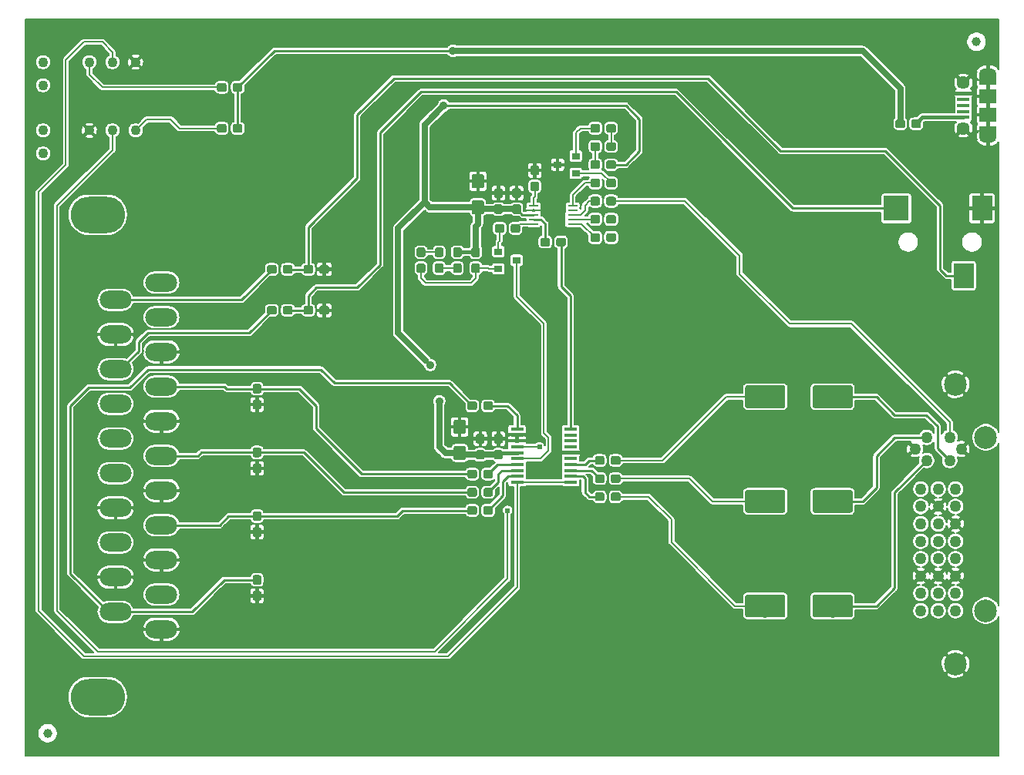
<source format=gbr>
G04 #@! TF.GenerationSoftware,KiCad,Pcbnew,(5.1.0)-1*
G04 #@! TF.CreationDate,2019-03-23T17:18:16-07:00*
G04 #@! TF.ProjectId,scart2dvi,73636172-7432-4647-9669-2e6b69636164,0.1*
G04 #@! TF.SameCoordinates,Original*
G04 #@! TF.FileFunction,Copper,L1,Top*
G04 #@! TF.FilePolarity,Positive*
%FSLAX46Y46*%
G04 Gerber Fmt 4.6, Leading zero omitted, Abs format (unit mm)*
G04 Created by KiCad (PCBNEW (5.1.0)-1) date 2019-03-23 17:18:16*
%MOMM*%
%LPD*%
G04 APERTURE LIST*
%ADD10C,1.000000*%
%ADD11C,0.100000*%
%ADD12C,1.350000*%
%ADD13C,1.100000*%
%ADD14R,2.800000X2.800000*%
%ADD15R,2.200000X2.800000*%
%ADD16R,1.900000X1.200000*%
%ADD17O,1.900000X1.200000*%
%ADD18R,1.900000X1.500000*%
%ADD19C,1.450000*%
%ADD20R,1.350000X0.400000*%
%ADD21O,3.500000X2.000000*%
%ADD22O,6.000000X4.000000*%
%ADD23C,0.950000*%
%ADD24C,2.500000*%
%ADD25C,1.260000*%
%ADD26R,1.100000X0.250000*%
%ADD27R,1.450000X0.450000*%
%ADD28R,0.900000X0.800000*%
%ADD29C,0.609600*%
%ADD30C,0.914400*%
%ADD31C,0.203200*%
%ADD32C,0.248920*%
%ADD33C,0.250000*%
%ADD34C,0.700000*%
%ADD35C,0.400000*%
G04 APERTURE END LIST*
D10*
X205000000Y-61000000D03*
X103000000Y-137000000D03*
D11*
G36*
X150699505Y-75526204D02*
G01*
X150723773Y-75529804D01*
X150747572Y-75535765D01*
X150770671Y-75544030D01*
X150792850Y-75554520D01*
X150813893Y-75567132D01*
X150833599Y-75581747D01*
X150851777Y-75598223D01*
X150868253Y-75616401D01*
X150882868Y-75636107D01*
X150895480Y-75657150D01*
X150905970Y-75679329D01*
X150914235Y-75702428D01*
X150920196Y-75726227D01*
X150923796Y-75750495D01*
X150925000Y-75774999D01*
X150925000Y-76850001D01*
X150923796Y-76874505D01*
X150920196Y-76898773D01*
X150914235Y-76922572D01*
X150905970Y-76945671D01*
X150895480Y-76967850D01*
X150882868Y-76988893D01*
X150868253Y-77008599D01*
X150851777Y-77026777D01*
X150833599Y-77043253D01*
X150813893Y-77057868D01*
X150792850Y-77070480D01*
X150770671Y-77080970D01*
X150747572Y-77089235D01*
X150723773Y-77095196D01*
X150699505Y-77098796D01*
X150675001Y-77100000D01*
X149824999Y-77100000D01*
X149800495Y-77098796D01*
X149776227Y-77095196D01*
X149752428Y-77089235D01*
X149729329Y-77080970D01*
X149707150Y-77070480D01*
X149686107Y-77057868D01*
X149666401Y-77043253D01*
X149648223Y-77026777D01*
X149631747Y-77008599D01*
X149617132Y-76988893D01*
X149604520Y-76967850D01*
X149594030Y-76945671D01*
X149585765Y-76922572D01*
X149579804Y-76898773D01*
X149576204Y-76874505D01*
X149575000Y-76850001D01*
X149575000Y-75774999D01*
X149576204Y-75750495D01*
X149579804Y-75726227D01*
X149585765Y-75702428D01*
X149594030Y-75679329D01*
X149604520Y-75657150D01*
X149617132Y-75636107D01*
X149631747Y-75616401D01*
X149648223Y-75598223D01*
X149666401Y-75581747D01*
X149686107Y-75567132D01*
X149707150Y-75554520D01*
X149729329Y-75544030D01*
X149752428Y-75535765D01*
X149776227Y-75529804D01*
X149800495Y-75526204D01*
X149824999Y-75525000D01*
X150675001Y-75525000D01*
X150699505Y-75526204D01*
X150699505Y-75526204D01*
G37*
D12*
X150250000Y-76312500D03*
D11*
G36*
X150699505Y-78401204D02*
G01*
X150723773Y-78404804D01*
X150747572Y-78410765D01*
X150770671Y-78419030D01*
X150792850Y-78429520D01*
X150813893Y-78442132D01*
X150833599Y-78456747D01*
X150851777Y-78473223D01*
X150868253Y-78491401D01*
X150882868Y-78511107D01*
X150895480Y-78532150D01*
X150905970Y-78554329D01*
X150914235Y-78577428D01*
X150920196Y-78601227D01*
X150923796Y-78625495D01*
X150925000Y-78649999D01*
X150925000Y-79725001D01*
X150923796Y-79749505D01*
X150920196Y-79773773D01*
X150914235Y-79797572D01*
X150905970Y-79820671D01*
X150895480Y-79842850D01*
X150882868Y-79863893D01*
X150868253Y-79883599D01*
X150851777Y-79901777D01*
X150833599Y-79918253D01*
X150813893Y-79932868D01*
X150792850Y-79945480D01*
X150770671Y-79955970D01*
X150747572Y-79964235D01*
X150723773Y-79970196D01*
X150699505Y-79973796D01*
X150675001Y-79975000D01*
X149824999Y-79975000D01*
X149800495Y-79973796D01*
X149776227Y-79970196D01*
X149752428Y-79964235D01*
X149729329Y-79955970D01*
X149707150Y-79945480D01*
X149686107Y-79932868D01*
X149666401Y-79918253D01*
X149648223Y-79901777D01*
X149631747Y-79883599D01*
X149617132Y-79863893D01*
X149604520Y-79842850D01*
X149594030Y-79820671D01*
X149585765Y-79797572D01*
X149579804Y-79773773D01*
X149576204Y-79749505D01*
X149575000Y-79725001D01*
X149575000Y-78649999D01*
X149576204Y-78625495D01*
X149579804Y-78601227D01*
X149585765Y-78577428D01*
X149594030Y-78554329D01*
X149604520Y-78532150D01*
X149617132Y-78511107D01*
X149631747Y-78491401D01*
X149648223Y-78473223D01*
X149666401Y-78456747D01*
X149686107Y-78442132D01*
X149707150Y-78429520D01*
X149729329Y-78419030D01*
X149752428Y-78410765D01*
X149776227Y-78404804D01*
X149800495Y-78401204D01*
X149824999Y-78400000D01*
X150675001Y-78400000D01*
X150699505Y-78401204D01*
X150699505Y-78401204D01*
G37*
D12*
X150250000Y-79187500D03*
D11*
G36*
X148699505Y-102526204D02*
G01*
X148723773Y-102529804D01*
X148747572Y-102535765D01*
X148770671Y-102544030D01*
X148792850Y-102554520D01*
X148813893Y-102567132D01*
X148833599Y-102581747D01*
X148851777Y-102598223D01*
X148868253Y-102616401D01*
X148882868Y-102636107D01*
X148895480Y-102657150D01*
X148905970Y-102679329D01*
X148914235Y-102702428D01*
X148920196Y-102726227D01*
X148923796Y-102750495D01*
X148925000Y-102774999D01*
X148925000Y-103850001D01*
X148923796Y-103874505D01*
X148920196Y-103898773D01*
X148914235Y-103922572D01*
X148905970Y-103945671D01*
X148895480Y-103967850D01*
X148882868Y-103988893D01*
X148868253Y-104008599D01*
X148851777Y-104026777D01*
X148833599Y-104043253D01*
X148813893Y-104057868D01*
X148792850Y-104070480D01*
X148770671Y-104080970D01*
X148747572Y-104089235D01*
X148723773Y-104095196D01*
X148699505Y-104098796D01*
X148675001Y-104100000D01*
X147824999Y-104100000D01*
X147800495Y-104098796D01*
X147776227Y-104095196D01*
X147752428Y-104089235D01*
X147729329Y-104080970D01*
X147707150Y-104070480D01*
X147686107Y-104057868D01*
X147666401Y-104043253D01*
X147648223Y-104026777D01*
X147631747Y-104008599D01*
X147617132Y-103988893D01*
X147604520Y-103967850D01*
X147594030Y-103945671D01*
X147585765Y-103922572D01*
X147579804Y-103898773D01*
X147576204Y-103874505D01*
X147575000Y-103850001D01*
X147575000Y-102774999D01*
X147576204Y-102750495D01*
X147579804Y-102726227D01*
X147585765Y-102702428D01*
X147594030Y-102679329D01*
X147604520Y-102657150D01*
X147617132Y-102636107D01*
X147631747Y-102616401D01*
X147648223Y-102598223D01*
X147666401Y-102581747D01*
X147686107Y-102567132D01*
X147707150Y-102554520D01*
X147729329Y-102544030D01*
X147752428Y-102535765D01*
X147776227Y-102529804D01*
X147800495Y-102526204D01*
X147824999Y-102525000D01*
X148675001Y-102525000D01*
X148699505Y-102526204D01*
X148699505Y-102526204D01*
G37*
D12*
X148250000Y-103312500D03*
D11*
G36*
X148699505Y-105401204D02*
G01*
X148723773Y-105404804D01*
X148747572Y-105410765D01*
X148770671Y-105419030D01*
X148792850Y-105429520D01*
X148813893Y-105442132D01*
X148833599Y-105456747D01*
X148851777Y-105473223D01*
X148868253Y-105491401D01*
X148882868Y-105511107D01*
X148895480Y-105532150D01*
X148905970Y-105554329D01*
X148914235Y-105577428D01*
X148920196Y-105601227D01*
X148923796Y-105625495D01*
X148925000Y-105649999D01*
X148925000Y-106725001D01*
X148923796Y-106749505D01*
X148920196Y-106773773D01*
X148914235Y-106797572D01*
X148905970Y-106820671D01*
X148895480Y-106842850D01*
X148882868Y-106863893D01*
X148868253Y-106883599D01*
X148851777Y-106901777D01*
X148833599Y-106918253D01*
X148813893Y-106932868D01*
X148792850Y-106945480D01*
X148770671Y-106955970D01*
X148747572Y-106964235D01*
X148723773Y-106970196D01*
X148699505Y-106973796D01*
X148675001Y-106975000D01*
X147824999Y-106975000D01*
X147800495Y-106973796D01*
X147776227Y-106970196D01*
X147752428Y-106964235D01*
X147729329Y-106955970D01*
X147707150Y-106945480D01*
X147686107Y-106932868D01*
X147666401Y-106918253D01*
X147648223Y-106901777D01*
X147631747Y-106883599D01*
X147617132Y-106863893D01*
X147604520Y-106842850D01*
X147594030Y-106820671D01*
X147585765Y-106797572D01*
X147579804Y-106773773D01*
X147576204Y-106749505D01*
X147575000Y-106725001D01*
X147575000Y-105649999D01*
X147576204Y-105625495D01*
X147579804Y-105601227D01*
X147585765Y-105577428D01*
X147594030Y-105554329D01*
X147604520Y-105532150D01*
X147617132Y-105511107D01*
X147631747Y-105491401D01*
X147648223Y-105473223D01*
X147666401Y-105456747D01*
X147686107Y-105442132D01*
X147707150Y-105429520D01*
X147729329Y-105419030D01*
X147752428Y-105410765D01*
X147776227Y-105404804D01*
X147800495Y-105401204D01*
X147824999Y-105400000D01*
X148675001Y-105400000D01*
X148699505Y-105401204D01*
X148699505Y-105401204D01*
G37*
D12*
X148250000Y-106187500D03*
D13*
X102500000Y-73270000D03*
X102500000Y-70730000D03*
X112660000Y-70730000D03*
X110120000Y-70730000D03*
X107580000Y-70730000D03*
X102500000Y-65770000D03*
X102500000Y-63230000D03*
X112660000Y-63230000D03*
X110120000Y-63230000D03*
X107580000Y-63230000D03*
D14*
X196200000Y-79300000D03*
D15*
X205600000Y-79300000D03*
X203600000Y-86700000D03*
D16*
X206262500Y-70900000D03*
X206262500Y-65100000D03*
D17*
X206262500Y-64500000D03*
X206262500Y-71500000D03*
D18*
X206262500Y-69000000D03*
D19*
X203562500Y-65500000D03*
D20*
X203562500Y-68000000D03*
X203562500Y-67350000D03*
X203562500Y-66700000D03*
X203562500Y-69300000D03*
X203562500Y-68650000D03*
D19*
X203562500Y-70500000D03*
D18*
X206262500Y-67000000D03*
D21*
X115500000Y-87450000D03*
X110450000Y-89355000D03*
X115500000Y-91260000D03*
X110450000Y-93165000D03*
X115500000Y-95070000D03*
X110450000Y-96975000D03*
X115500000Y-98880000D03*
X110450000Y-100785000D03*
X115500000Y-102690000D03*
X110450000Y-104595000D03*
X115500000Y-106500000D03*
X110450000Y-108405000D03*
X115500000Y-110310000D03*
X110450000Y-112215000D03*
X115500000Y-114120000D03*
X110450000Y-116025000D03*
X115500000Y-117930000D03*
X110450000Y-119835000D03*
X115500000Y-121740000D03*
X110450000Y-123645000D03*
X115500000Y-125550000D03*
D22*
X108500000Y-80000000D03*
X108500000Y-133000000D03*
D11*
G36*
X146260779Y-83601144D02*
G01*
X146283834Y-83604563D01*
X146306443Y-83610227D01*
X146328387Y-83618079D01*
X146349457Y-83628044D01*
X146369448Y-83640026D01*
X146388168Y-83653910D01*
X146405438Y-83669562D01*
X146421090Y-83686832D01*
X146434974Y-83705552D01*
X146446956Y-83725543D01*
X146456921Y-83746613D01*
X146464773Y-83768557D01*
X146470437Y-83791166D01*
X146473856Y-83814221D01*
X146475000Y-83837500D01*
X146475000Y-84412500D01*
X146473856Y-84435779D01*
X146470437Y-84458834D01*
X146464773Y-84481443D01*
X146456921Y-84503387D01*
X146446956Y-84524457D01*
X146434974Y-84544448D01*
X146421090Y-84563168D01*
X146405438Y-84580438D01*
X146388168Y-84596090D01*
X146369448Y-84609974D01*
X146349457Y-84621956D01*
X146328387Y-84631921D01*
X146306443Y-84639773D01*
X146283834Y-84645437D01*
X146260779Y-84648856D01*
X146237500Y-84650000D01*
X145762500Y-84650000D01*
X145739221Y-84648856D01*
X145716166Y-84645437D01*
X145693557Y-84639773D01*
X145671613Y-84631921D01*
X145650543Y-84621956D01*
X145630552Y-84609974D01*
X145611832Y-84596090D01*
X145594562Y-84580438D01*
X145578910Y-84563168D01*
X145565026Y-84544448D01*
X145553044Y-84524457D01*
X145543079Y-84503387D01*
X145535227Y-84481443D01*
X145529563Y-84458834D01*
X145526144Y-84435779D01*
X145525000Y-84412500D01*
X145525000Y-83837500D01*
X145526144Y-83814221D01*
X145529563Y-83791166D01*
X145535227Y-83768557D01*
X145543079Y-83746613D01*
X145553044Y-83725543D01*
X145565026Y-83705552D01*
X145578910Y-83686832D01*
X145594562Y-83669562D01*
X145611832Y-83653910D01*
X145630552Y-83640026D01*
X145650543Y-83628044D01*
X145671613Y-83618079D01*
X145693557Y-83610227D01*
X145716166Y-83604563D01*
X145739221Y-83601144D01*
X145762500Y-83600000D01*
X146237500Y-83600000D01*
X146260779Y-83601144D01*
X146260779Y-83601144D01*
G37*
D23*
X146000000Y-84125000D03*
D11*
G36*
X146260779Y-85351144D02*
G01*
X146283834Y-85354563D01*
X146306443Y-85360227D01*
X146328387Y-85368079D01*
X146349457Y-85378044D01*
X146369448Y-85390026D01*
X146388168Y-85403910D01*
X146405438Y-85419562D01*
X146421090Y-85436832D01*
X146434974Y-85455552D01*
X146446956Y-85475543D01*
X146456921Y-85496613D01*
X146464773Y-85518557D01*
X146470437Y-85541166D01*
X146473856Y-85564221D01*
X146475000Y-85587500D01*
X146475000Y-86162500D01*
X146473856Y-86185779D01*
X146470437Y-86208834D01*
X146464773Y-86231443D01*
X146456921Y-86253387D01*
X146446956Y-86274457D01*
X146434974Y-86294448D01*
X146421090Y-86313168D01*
X146405438Y-86330438D01*
X146388168Y-86346090D01*
X146369448Y-86359974D01*
X146349457Y-86371956D01*
X146328387Y-86381921D01*
X146306443Y-86389773D01*
X146283834Y-86395437D01*
X146260779Y-86398856D01*
X146237500Y-86400000D01*
X145762500Y-86400000D01*
X145739221Y-86398856D01*
X145716166Y-86395437D01*
X145693557Y-86389773D01*
X145671613Y-86381921D01*
X145650543Y-86371956D01*
X145630552Y-86359974D01*
X145611832Y-86346090D01*
X145594562Y-86330438D01*
X145578910Y-86313168D01*
X145565026Y-86294448D01*
X145553044Y-86274457D01*
X145543079Y-86253387D01*
X145535227Y-86231443D01*
X145529563Y-86208834D01*
X145526144Y-86185779D01*
X145525000Y-86162500D01*
X145525000Y-85587500D01*
X145526144Y-85564221D01*
X145529563Y-85541166D01*
X145535227Y-85518557D01*
X145543079Y-85496613D01*
X145553044Y-85475543D01*
X145565026Y-85455552D01*
X145578910Y-85436832D01*
X145594562Y-85419562D01*
X145611832Y-85403910D01*
X145630552Y-85390026D01*
X145650543Y-85378044D01*
X145671613Y-85368079D01*
X145693557Y-85360227D01*
X145716166Y-85354563D01*
X145739221Y-85351144D01*
X145762500Y-85350000D01*
X146237500Y-85350000D01*
X146260779Y-85351144D01*
X146260779Y-85351144D01*
G37*
D23*
X146000000Y-85875000D03*
D11*
G36*
X148260779Y-83601144D02*
G01*
X148283834Y-83604563D01*
X148306443Y-83610227D01*
X148328387Y-83618079D01*
X148349457Y-83628044D01*
X148369448Y-83640026D01*
X148388168Y-83653910D01*
X148405438Y-83669562D01*
X148421090Y-83686832D01*
X148434974Y-83705552D01*
X148446956Y-83725543D01*
X148456921Y-83746613D01*
X148464773Y-83768557D01*
X148470437Y-83791166D01*
X148473856Y-83814221D01*
X148475000Y-83837500D01*
X148475000Y-84412500D01*
X148473856Y-84435779D01*
X148470437Y-84458834D01*
X148464773Y-84481443D01*
X148456921Y-84503387D01*
X148446956Y-84524457D01*
X148434974Y-84544448D01*
X148421090Y-84563168D01*
X148405438Y-84580438D01*
X148388168Y-84596090D01*
X148369448Y-84609974D01*
X148349457Y-84621956D01*
X148328387Y-84631921D01*
X148306443Y-84639773D01*
X148283834Y-84645437D01*
X148260779Y-84648856D01*
X148237500Y-84650000D01*
X147762500Y-84650000D01*
X147739221Y-84648856D01*
X147716166Y-84645437D01*
X147693557Y-84639773D01*
X147671613Y-84631921D01*
X147650543Y-84621956D01*
X147630552Y-84609974D01*
X147611832Y-84596090D01*
X147594562Y-84580438D01*
X147578910Y-84563168D01*
X147565026Y-84544448D01*
X147553044Y-84524457D01*
X147543079Y-84503387D01*
X147535227Y-84481443D01*
X147529563Y-84458834D01*
X147526144Y-84435779D01*
X147525000Y-84412500D01*
X147525000Y-83837500D01*
X147526144Y-83814221D01*
X147529563Y-83791166D01*
X147535227Y-83768557D01*
X147543079Y-83746613D01*
X147553044Y-83725543D01*
X147565026Y-83705552D01*
X147578910Y-83686832D01*
X147594562Y-83669562D01*
X147611832Y-83653910D01*
X147630552Y-83640026D01*
X147650543Y-83628044D01*
X147671613Y-83618079D01*
X147693557Y-83610227D01*
X147716166Y-83604563D01*
X147739221Y-83601144D01*
X147762500Y-83600000D01*
X148237500Y-83600000D01*
X148260779Y-83601144D01*
X148260779Y-83601144D01*
G37*
D23*
X148000000Y-84125000D03*
D11*
G36*
X148260779Y-85351144D02*
G01*
X148283834Y-85354563D01*
X148306443Y-85360227D01*
X148328387Y-85368079D01*
X148349457Y-85378044D01*
X148369448Y-85390026D01*
X148388168Y-85403910D01*
X148405438Y-85419562D01*
X148421090Y-85436832D01*
X148434974Y-85455552D01*
X148446956Y-85475543D01*
X148456921Y-85496613D01*
X148464773Y-85518557D01*
X148470437Y-85541166D01*
X148473856Y-85564221D01*
X148475000Y-85587500D01*
X148475000Y-86162500D01*
X148473856Y-86185779D01*
X148470437Y-86208834D01*
X148464773Y-86231443D01*
X148456921Y-86253387D01*
X148446956Y-86274457D01*
X148434974Y-86294448D01*
X148421090Y-86313168D01*
X148405438Y-86330438D01*
X148388168Y-86346090D01*
X148369448Y-86359974D01*
X148349457Y-86371956D01*
X148328387Y-86381921D01*
X148306443Y-86389773D01*
X148283834Y-86395437D01*
X148260779Y-86398856D01*
X148237500Y-86400000D01*
X147762500Y-86400000D01*
X147739221Y-86398856D01*
X147716166Y-86395437D01*
X147693557Y-86389773D01*
X147671613Y-86381921D01*
X147650543Y-86371956D01*
X147630552Y-86359974D01*
X147611832Y-86346090D01*
X147594562Y-86330438D01*
X147578910Y-86313168D01*
X147565026Y-86294448D01*
X147553044Y-86274457D01*
X147543079Y-86253387D01*
X147535227Y-86231443D01*
X147529563Y-86208834D01*
X147526144Y-86185779D01*
X147525000Y-86162500D01*
X147525000Y-85587500D01*
X147526144Y-85564221D01*
X147529563Y-85541166D01*
X147535227Y-85518557D01*
X147543079Y-85496613D01*
X147553044Y-85475543D01*
X147565026Y-85455552D01*
X147578910Y-85436832D01*
X147594562Y-85419562D01*
X147611832Y-85403910D01*
X147630552Y-85390026D01*
X147650543Y-85378044D01*
X147671613Y-85368079D01*
X147693557Y-85360227D01*
X147716166Y-85354563D01*
X147739221Y-85351144D01*
X147762500Y-85350000D01*
X148237500Y-85350000D01*
X148260779Y-85351144D01*
X148260779Y-85351144D01*
G37*
D23*
X148000000Y-85875000D03*
D24*
X206000000Y-123525000D03*
X206000000Y-104475000D03*
X202700000Y-129365000D03*
X202700000Y-98635000D03*
D25*
X198890000Y-123525000D03*
X198890000Y-121615000D03*
X198890000Y-119705000D03*
X198890000Y-117795000D03*
X198890000Y-115885000D03*
X198890000Y-113975000D03*
X198890000Y-112065000D03*
X198890000Y-110155000D03*
X200795000Y-123525000D03*
X200795000Y-121615000D03*
X200795000Y-119705000D03*
X200795000Y-117795000D03*
X200795000Y-115885000D03*
X200795000Y-113975000D03*
X200795000Y-112065000D03*
X200795000Y-110155000D03*
X202700000Y-123525000D03*
X202700000Y-121615000D03*
X202700000Y-119705000D03*
X202700000Y-117795000D03*
X202700000Y-115885000D03*
X202700000Y-113975000D03*
X202700000Y-112065000D03*
X202700000Y-110155000D03*
X203330000Y-105745000D03*
X202060000Y-104475000D03*
X202060000Y-107015000D03*
X198250000Y-105745000D03*
X199520000Y-107015000D03*
X199520000Y-104475000D03*
D11*
G36*
X191174504Y-110251204D02*
G01*
X191198773Y-110254804D01*
X191222571Y-110260765D01*
X191245671Y-110269030D01*
X191267849Y-110279520D01*
X191288893Y-110292133D01*
X191308598Y-110306747D01*
X191326777Y-110323223D01*
X191343253Y-110341402D01*
X191357867Y-110361107D01*
X191370480Y-110382151D01*
X191380970Y-110404329D01*
X191389235Y-110427429D01*
X191395196Y-110451227D01*
X191398796Y-110475496D01*
X191400000Y-110500000D01*
X191400000Y-112500000D01*
X191398796Y-112524504D01*
X191395196Y-112548773D01*
X191389235Y-112572571D01*
X191380970Y-112595671D01*
X191370480Y-112617849D01*
X191357867Y-112638893D01*
X191343253Y-112658598D01*
X191326777Y-112676777D01*
X191308598Y-112693253D01*
X191288893Y-112707867D01*
X191267849Y-112720480D01*
X191245671Y-112730970D01*
X191222571Y-112739235D01*
X191198773Y-112745196D01*
X191174504Y-112748796D01*
X191150000Y-112750000D01*
X187250000Y-112750000D01*
X187225496Y-112748796D01*
X187201227Y-112745196D01*
X187177429Y-112739235D01*
X187154329Y-112730970D01*
X187132151Y-112720480D01*
X187111107Y-112707867D01*
X187091402Y-112693253D01*
X187073223Y-112676777D01*
X187056747Y-112658598D01*
X187042133Y-112638893D01*
X187029520Y-112617849D01*
X187019030Y-112595671D01*
X187010765Y-112572571D01*
X187004804Y-112548773D01*
X187001204Y-112524504D01*
X187000000Y-112500000D01*
X187000000Y-110500000D01*
X187001204Y-110475496D01*
X187004804Y-110451227D01*
X187010765Y-110427429D01*
X187019030Y-110404329D01*
X187029520Y-110382151D01*
X187042133Y-110361107D01*
X187056747Y-110341402D01*
X187073223Y-110323223D01*
X187091402Y-110306747D01*
X187111107Y-110292133D01*
X187132151Y-110279520D01*
X187154329Y-110269030D01*
X187177429Y-110260765D01*
X187201227Y-110254804D01*
X187225496Y-110251204D01*
X187250000Y-110250000D01*
X191150000Y-110250000D01*
X191174504Y-110251204D01*
X191174504Y-110251204D01*
G37*
D24*
X189200000Y-111500000D03*
D11*
G36*
X183774504Y-110251204D02*
G01*
X183798773Y-110254804D01*
X183822571Y-110260765D01*
X183845671Y-110269030D01*
X183867849Y-110279520D01*
X183888893Y-110292133D01*
X183908598Y-110306747D01*
X183926777Y-110323223D01*
X183943253Y-110341402D01*
X183957867Y-110361107D01*
X183970480Y-110382151D01*
X183980970Y-110404329D01*
X183989235Y-110427429D01*
X183995196Y-110451227D01*
X183998796Y-110475496D01*
X184000000Y-110500000D01*
X184000000Y-112500000D01*
X183998796Y-112524504D01*
X183995196Y-112548773D01*
X183989235Y-112572571D01*
X183980970Y-112595671D01*
X183970480Y-112617849D01*
X183957867Y-112638893D01*
X183943253Y-112658598D01*
X183926777Y-112676777D01*
X183908598Y-112693253D01*
X183888893Y-112707867D01*
X183867849Y-112720480D01*
X183845671Y-112730970D01*
X183822571Y-112739235D01*
X183798773Y-112745196D01*
X183774504Y-112748796D01*
X183750000Y-112750000D01*
X179850000Y-112750000D01*
X179825496Y-112748796D01*
X179801227Y-112745196D01*
X179777429Y-112739235D01*
X179754329Y-112730970D01*
X179732151Y-112720480D01*
X179711107Y-112707867D01*
X179691402Y-112693253D01*
X179673223Y-112676777D01*
X179656747Y-112658598D01*
X179642133Y-112638893D01*
X179629520Y-112617849D01*
X179619030Y-112595671D01*
X179610765Y-112572571D01*
X179604804Y-112548773D01*
X179601204Y-112524504D01*
X179600000Y-112500000D01*
X179600000Y-110500000D01*
X179601204Y-110475496D01*
X179604804Y-110451227D01*
X179610765Y-110427429D01*
X179619030Y-110404329D01*
X179629520Y-110382151D01*
X179642133Y-110361107D01*
X179656747Y-110341402D01*
X179673223Y-110323223D01*
X179691402Y-110306747D01*
X179711107Y-110292133D01*
X179732151Y-110279520D01*
X179754329Y-110269030D01*
X179777429Y-110260765D01*
X179801227Y-110254804D01*
X179825496Y-110251204D01*
X179850000Y-110250000D01*
X183750000Y-110250000D01*
X183774504Y-110251204D01*
X183774504Y-110251204D01*
G37*
D24*
X181800000Y-111500000D03*
D11*
G36*
X183774504Y-98751204D02*
G01*
X183798773Y-98754804D01*
X183822571Y-98760765D01*
X183845671Y-98769030D01*
X183867849Y-98779520D01*
X183888893Y-98792133D01*
X183908598Y-98806747D01*
X183926777Y-98823223D01*
X183943253Y-98841402D01*
X183957867Y-98861107D01*
X183970480Y-98882151D01*
X183980970Y-98904329D01*
X183989235Y-98927429D01*
X183995196Y-98951227D01*
X183998796Y-98975496D01*
X184000000Y-99000000D01*
X184000000Y-101000000D01*
X183998796Y-101024504D01*
X183995196Y-101048773D01*
X183989235Y-101072571D01*
X183980970Y-101095671D01*
X183970480Y-101117849D01*
X183957867Y-101138893D01*
X183943253Y-101158598D01*
X183926777Y-101176777D01*
X183908598Y-101193253D01*
X183888893Y-101207867D01*
X183867849Y-101220480D01*
X183845671Y-101230970D01*
X183822571Y-101239235D01*
X183798773Y-101245196D01*
X183774504Y-101248796D01*
X183750000Y-101250000D01*
X179850000Y-101250000D01*
X179825496Y-101248796D01*
X179801227Y-101245196D01*
X179777429Y-101239235D01*
X179754329Y-101230970D01*
X179732151Y-101220480D01*
X179711107Y-101207867D01*
X179691402Y-101193253D01*
X179673223Y-101176777D01*
X179656747Y-101158598D01*
X179642133Y-101138893D01*
X179629520Y-101117849D01*
X179619030Y-101095671D01*
X179610765Y-101072571D01*
X179604804Y-101048773D01*
X179601204Y-101024504D01*
X179600000Y-101000000D01*
X179600000Y-99000000D01*
X179601204Y-98975496D01*
X179604804Y-98951227D01*
X179610765Y-98927429D01*
X179619030Y-98904329D01*
X179629520Y-98882151D01*
X179642133Y-98861107D01*
X179656747Y-98841402D01*
X179673223Y-98823223D01*
X179691402Y-98806747D01*
X179711107Y-98792133D01*
X179732151Y-98779520D01*
X179754329Y-98769030D01*
X179777429Y-98760765D01*
X179801227Y-98754804D01*
X179825496Y-98751204D01*
X179850000Y-98750000D01*
X183750000Y-98750000D01*
X183774504Y-98751204D01*
X183774504Y-98751204D01*
G37*
D24*
X181800000Y-100000000D03*
D11*
G36*
X191174504Y-98751204D02*
G01*
X191198773Y-98754804D01*
X191222571Y-98760765D01*
X191245671Y-98769030D01*
X191267849Y-98779520D01*
X191288893Y-98792133D01*
X191308598Y-98806747D01*
X191326777Y-98823223D01*
X191343253Y-98841402D01*
X191357867Y-98861107D01*
X191370480Y-98882151D01*
X191380970Y-98904329D01*
X191389235Y-98927429D01*
X191395196Y-98951227D01*
X191398796Y-98975496D01*
X191400000Y-99000000D01*
X191400000Y-101000000D01*
X191398796Y-101024504D01*
X191395196Y-101048773D01*
X191389235Y-101072571D01*
X191380970Y-101095671D01*
X191370480Y-101117849D01*
X191357867Y-101138893D01*
X191343253Y-101158598D01*
X191326777Y-101176777D01*
X191308598Y-101193253D01*
X191288893Y-101207867D01*
X191267849Y-101220480D01*
X191245671Y-101230970D01*
X191222571Y-101239235D01*
X191198773Y-101245196D01*
X191174504Y-101248796D01*
X191150000Y-101250000D01*
X187250000Y-101250000D01*
X187225496Y-101248796D01*
X187201227Y-101245196D01*
X187177429Y-101239235D01*
X187154329Y-101230970D01*
X187132151Y-101220480D01*
X187111107Y-101207867D01*
X187091402Y-101193253D01*
X187073223Y-101176777D01*
X187056747Y-101158598D01*
X187042133Y-101138893D01*
X187029520Y-101117849D01*
X187019030Y-101095671D01*
X187010765Y-101072571D01*
X187004804Y-101048773D01*
X187001204Y-101024504D01*
X187000000Y-101000000D01*
X187000000Y-99000000D01*
X187001204Y-98975496D01*
X187004804Y-98951227D01*
X187010765Y-98927429D01*
X187019030Y-98904329D01*
X187029520Y-98882151D01*
X187042133Y-98861107D01*
X187056747Y-98841402D01*
X187073223Y-98823223D01*
X187091402Y-98806747D01*
X187111107Y-98792133D01*
X187132151Y-98779520D01*
X187154329Y-98769030D01*
X187177429Y-98760765D01*
X187201227Y-98754804D01*
X187225496Y-98751204D01*
X187250000Y-98750000D01*
X191150000Y-98750000D01*
X191174504Y-98751204D01*
X191174504Y-98751204D01*
G37*
D24*
X189200000Y-100000000D03*
D11*
G36*
X191174504Y-121751204D02*
G01*
X191198773Y-121754804D01*
X191222571Y-121760765D01*
X191245671Y-121769030D01*
X191267849Y-121779520D01*
X191288893Y-121792133D01*
X191308598Y-121806747D01*
X191326777Y-121823223D01*
X191343253Y-121841402D01*
X191357867Y-121861107D01*
X191370480Y-121882151D01*
X191380970Y-121904329D01*
X191389235Y-121927429D01*
X191395196Y-121951227D01*
X191398796Y-121975496D01*
X191400000Y-122000000D01*
X191400000Y-124000000D01*
X191398796Y-124024504D01*
X191395196Y-124048773D01*
X191389235Y-124072571D01*
X191380970Y-124095671D01*
X191370480Y-124117849D01*
X191357867Y-124138893D01*
X191343253Y-124158598D01*
X191326777Y-124176777D01*
X191308598Y-124193253D01*
X191288893Y-124207867D01*
X191267849Y-124220480D01*
X191245671Y-124230970D01*
X191222571Y-124239235D01*
X191198773Y-124245196D01*
X191174504Y-124248796D01*
X191150000Y-124250000D01*
X187250000Y-124250000D01*
X187225496Y-124248796D01*
X187201227Y-124245196D01*
X187177429Y-124239235D01*
X187154329Y-124230970D01*
X187132151Y-124220480D01*
X187111107Y-124207867D01*
X187091402Y-124193253D01*
X187073223Y-124176777D01*
X187056747Y-124158598D01*
X187042133Y-124138893D01*
X187029520Y-124117849D01*
X187019030Y-124095671D01*
X187010765Y-124072571D01*
X187004804Y-124048773D01*
X187001204Y-124024504D01*
X187000000Y-124000000D01*
X187000000Y-122000000D01*
X187001204Y-121975496D01*
X187004804Y-121951227D01*
X187010765Y-121927429D01*
X187019030Y-121904329D01*
X187029520Y-121882151D01*
X187042133Y-121861107D01*
X187056747Y-121841402D01*
X187073223Y-121823223D01*
X187091402Y-121806747D01*
X187111107Y-121792133D01*
X187132151Y-121779520D01*
X187154329Y-121769030D01*
X187177429Y-121760765D01*
X187201227Y-121754804D01*
X187225496Y-121751204D01*
X187250000Y-121750000D01*
X191150000Y-121750000D01*
X191174504Y-121751204D01*
X191174504Y-121751204D01*
G37*
D24*
X189200000Y-123000000D03*
D11*
G36*
X183774504Y-121751204D02*
G01*
X183798773Y-121754804D01*
X183822571Y-121760765D01*
X183845671Y-121769030D01*
X183867849Y-121779520D01*
X183888893Y-121792133D01*
X183908598Y-121806747D01*
X183926777Y-121823223D01*
X183943253Y-121841402D01*
X183957867Y-121861107D01*
X183970480Y-121882151D01*
X183980970Y-121904329D01*
X183989235Y-121927429D01*
X183995196Y-121951227D01*
X183998796Y-121975496D01*
X184000000Y-122000000D01*
X184000000Y-124000000D01*
X183998796Y-124024504D01*
X183995196Y-124048773D01*
X183989235Y-124072571D01*
X183980970Y-124095671D01*
X183970480Y-124117849D01*
X183957867Y-124138893D01*
X183943253Y-124158598D01*
X183926777Y-124176777D01*
X183908598Y-124193253D01*
X183888893Y-124207867D01*
X183867849Y-124220480D01*
X183845671Y-124230970D01*
X183822571Y-124239235D01*
X183798773Y-124245196D01*
X183774504Y-124248796D01*
X183750000Y-124250000D01*
X179850000Y-124250000D01*
X179825496Y-124248796D01*
X179801227Y-124245196D01*
X179777429Y-124239235D01*
X179754329Y-124230970D01*
X179732151Y-124220480D01*
X179711107Y-124207867D01*
X179691402Y-124193253D01*
X179673223Y-124176777D01*
X179656747Y-124158598D01*
X179642133Y-124138893D01*
X179629520Y-124117849D01*
X179619030Y-124095671D01*
X179610765Y-124072571D01*
X179604804Y-124048773D01*
X179601204Y-124024504D01*
X179600000Y-124000000D01*
X179600000Y-122000000D01*
X179601204Y-121975496D01*
X179604804Y-121951227D01*
X179610765Y-121927429D01*
X179619030Y-121904329D01*
X179629520Y-121882151D01*
X179642133Y-121861107D01*
X179656747Y-121841402D01*
X179673223Y-121823223D01*
X179691402Y-121806747D01*
X179711107Y-121792133D01*
X179732151Y-121779520D01*
X179754329Y-121769030D01*
X179777429Y-121760765D01*
X179801227Y-121754804D01*
X179825496Y-121751204D01*
X179850000Y-121750000D01*
X183750000Y-121750000D01*
X183774504Y-121751204D01*
X183774504Y-121751204D01*
G37*
D24*
X181800000Y-123000000D03*
D11*
G36*
X159685779Y-82526144D02*
G01*
X159708834Y-82529563D01*
X159731443Y-82535227D01*
X159753387Y-82543079D01*
X159774457Y-82553044D01*
X159794448Y-82565026D01*
X159813168Y-82578910D01*
X159830438Y-82594562D01*
X159846090Y-82611832D01*
X159859974Y-82630552D01*
X159871956Y-82650543D01*
X159881921Y-82671613D01*
X159889773Y-82693557D01*
X159895437Y-82716166D01*
X159898856Y-82739221D01*
X159900000Y-82762500D01*
X159900000Y-83237500D01*
X159898856Y-83260779D01*
X159895437Y-83283834D01*
X159889773Y-83306443D01*
X159881921Y-83328387D01*
X159871956Y-83349457D01*
X159859974Y-83369448D01*
X159846090Y-83388168D01*
X159830438Y-83405438D01*
X159813168Y-83421090D01*
X159794448Y-83434974D01*
X159774457Y-83446956D01*
X159753387Y-83456921D01*
X159731443Y-83464773D01*
X159708834Y-83470437D01*
X159685779Y-83473856D01*
X159662500Y-83475000D01*
X159087500Y-83475000D01*
X159064221Y-83473856D01*
X159041166Y-83470437D01*
X159018557Y-83464773D01*
X158996613Y-83456921D01*
X158975543Y-83446956D01*
X158955552Y-83434974D01*
X158936832Y-83421090D01*
X158919562Y-83405438D01*
X158903910Y-83388168D01*
X158890026Y-83369448D01*
X158878044Y-83349457D01*
X158868079Y-83328387D01*
X158860227Y-83306443D01*
X158854563Y-83283834D01*
X158851144Y-83260779D01*
X158850000Y-83237500D01*
X158850000Y-82762500D01*
X158851144Y-82739221D01*
X158854563Y-82716166D01*
X158860227Y-82693557D01*
X158868079Y-82671613D01*
X158878044Y-82650543D01*
X158890026Y-82630552D01*
X158903910Y-82611832D01*
X158919562Y-82594562D01*
X158936832Y-82578910D01*
X158955552Y-82565026D01*
X158975543Y-82553044D01*
X158996613Y-82543079D01*
X159018557Y-82535227D01*
X159041166Y-82529563D01*
X159064221Y-82526144D01*
X159087500Y-82525000D01*
X159662500Y-82525000D01*
X159685779Y-82526144D01*
X159685779Y-82526144D01*
G37*
D23*
X159375000Y-83000000D03*
D11*
G36*
X157935779Y-82526144D02*
G01*
X157958834Y-82529563D01*
X157981443Y-82535227D01*
X158003387Y-82543079D01*
X158024457Y-82553044D01*
X158044448Y-82565026D01*
X158063168Y-82578910D01*
X158080438Y-82594562D01*
X158096090Y-82611832D01*
X158109974Y-82630552D01*
X158121956Y-82650543D01*
X158131921Y-82671613D01*
X158139773Y-82693557D01*
X158145437Y-82716166D01*
X158148856Y-82739221D01*
X158150000Y-82762500D01*
X158150000Y-83237500D01*
X158148856Y-83260779D01*
X158145437Y-83283834D01*
X158139773Y-83306443D01*
X158131921Y-83328387D01*
X158121956Y-83349457D01*
X158109974Y-83369448D01*
X158096090Y-83388168D01*
X158080438Y-83405438D01*
X158063168Y-83421090D01*
X158044448Y-83434974D01*
X158024457Y-83446956D01*
X158003387Y-83456921D01*
X157981443Y-83464773D01*
X157958834Y-83470437D01*
X157935779Y-83473856D01*
X157912500Y-83475000D01*
X157337500Y-83475000D01*
X157314221Y-83473856D01*
X157291166Y-83470437D01*
X157268557Y-83464773D01*
X157246613Y-83456921D01*
X157225543Y-83446956D01*
X157205552Y-83434974D01*
X157186832Y-83421090D01*
X157169562Y-83405438D01*
X157153910Y-83388168D01*
X157140026Y-83369448D01*
X157128044Y-83349457D01*
X157118079Y-83328387D01*
X157110227Y-83306443D01*
X157104563Y-83283834D01*
X157101144Y-83260779D01*
X157100000Y-83237500D01*
X157100000Y-82762500D01*
X157101144Y-82739221D01*
X157104563Y-82716166D01*
X157110227Y-82693557D01*
X157118079Y-82671613D01*
X157128044Y-82650543D01*
X157140026Y-82630552D01*
X157153910Y-82611832D01*
X157169562Y-82594562D01*
X157186832Y-82578910D01*
X157205552Y-82565026D01*
X157225543Y-82553044D01*
X157246613Y-82543079D01*
X157268557Y-82535227D01*
X157291166Y-82529563D01*
X157314221Y-82526144D01*
X157337500Y-82525000D01*
X157912500Y-82525000D01*
X157935779Y-82526144D01*
X157935779Y-82526144D01*
G37*
D23*
X157625000Y-83000000D03*
D11*
G36*
X152760779Y-78851144D02*
G01*
X152783834Y-78854563D01*
X152806443Y-78860227D01*
X152828387Y-78868079D01*
X152849457Y-78878044D01*
X152869448Y-78890026D01*
X152888168Y-78903910D01*
X152905438Y-78919562D01*
X152921090Y-78936832D01*
X152934974Y-78955552D01*
X152946956Y-78975543D01*
X152956921Y-78996613D01*
X152964773Y-79018557D01*
X152970437Y-79041166D01*
X152973856Y-79064221D01*
X152975000Y-79087500D01*
X152975000Y-79662500D01*
X152973856Y-79685779D01*
X152970437Y-79708834D01*
X152964773Y-79731443D01*
X152956921Y-79753387D01*
X152946956Y-79774457D01*
X152934974Y-79794448D01*
X152921090Y-79813168D01*
X152905438Y-79830438D01*
X152888168Y-79846090D01*
X152869448Y-79859974D01*
X152849457Y-79871956D01*
X152828387Y-79881921D01*
X152806443Y-79889773D01*
X152783834Y-79895437D01*
X152760779Y-79898856D01*
X152737500Y-79900000D01*
X152262500Y-79900000D01*
X152239221Y-79898856D01*
X152216166Y-79895437D01*
X152193557Y-79889773D01*
X152171613Y-79881921D01*
X152150543Y-79871956D01*
X152130552Y-79859974D01*
X152111832Y-79846090D01*
X152094562Y-79830438D01*
X152078910Y-79813168D01*
X152065026Y-79794448D01*
X152053044Y-79774457D01*
X152043079Y-79753387D01*
X152035227Y-79731443D01*
X152029563Y-79708834D01*
X152026144Y-79685779D01*
X152025000Y-79662500D01*
X152025000Y-79087500D01*
X152026144Y-79064221D01*
X152029563Y-79041166D01*
X152035227Y-79018557D01*
X152043079Y-78996613D01*
X152053044Y-78975543D01*
X152065026Y-78955552D01*
X152078910Y-78936832D01*
X152094562Y-78919562D01*
X152111832Y-78903910D01*
X152130552Y-78890026D01*
X152150543Y-78878044D01*
X152171613Y-78868079D01*
X152193557Y-78860227D01*
X152216166Y-78854563D01*
X152239221Y-78851144D01*
X152262500Y-78850000D01*
X152737500Y-78850000D01*
X152760779Y-78851144D01*
X152760779Y-78851144D01*
G37*
D23*
X152500000Y-79375000D03*
D11*
G36*
X152760779Y-77101144D02*
G01*
X152783834Y-77104563D01*
X152806443Y-77110227D01*
X152828387Y-77118079D01*
X152849457Y-77128044D01*
X152869448Y-77140026D01*
X152888168Y-77153910D01*
X152905438Y-77169562D01*
X152921090Y-77186832D01*
X152934974Y-77205552D01*
X152946956Y-77225543D01*
X152956921Y-77246613D01*
X152964773Y-77268557D01*
X152970437Y-77291166D01*
X152973856Y-77314221D01*
X152975000Y-77337500D01*
X152975000Y-77912500D01*
X152973856Y-77935779D01*
X152970437Y-77958834D01*
X152964773Y-77981443D01*
X152956921Y-78003387D01*
X152946956Y-78024457D01*
X152934974Y-78044448D01*
X152921090Y-78063168D01*
X152905438Y-78080438D01*
X152888168Y-78096090D01*
X152869448Y-78109974D01*
X152849457Y-78121956D01*
X152828387Y-78131921D01*
X152806443Y-78139773D01*
X152783834Y-78145437D01*
X152760779Y-78148856D01*
X152737500Y-78150000D01*
X152262500Y-78150000D01*
X152239221Y-78148856D01*
X152216166Y-78145437D01*
X152193557Y-78139773D01*
X152171613Y-78131921D01*
X152150543Y-78121956D01*
X152130552Y-78109974D01*
X152111832Y-78096090D01*
X152094562Y-78080438D01*
X152078910Y-78063168D01*
X152065026Y-78044448D01*
X152053044Y-78024457D01*
X152043079Y-78003387D01*
X152035227Y-77981443D01*
X152029563Y-77958834D01*
X152026144Y-77935779D01*
X152025000Y-77912500D01*
X152025000Y-77337500D01*
X152026144Y-77314221D01*
X152029563Y-77291166D01*
X152035227Y-77268557D01*
X152043079Y-77246613D01*
X152053044Y-77225543D01*
X152065026Y-77205552D01*
X152078910Y-77186832D01*
X152094562Y-77169562D01*
X152111832Y-77153910D01*
X152130552Y-77140026D01*
X152150543Y-77128044D01*
X152171613Y-77118079D01*
X152193557Y-77110227D01*
X152216166Y-77104563D01*
X152239221Y-77101144D01*
X152262500Y-77100000D01*
X152737500Y-77100000D01*
X152760779Y-77101144D01*
X152760779Y-77101144D01*
G37*
D23*
X152500000Y-77625000D03*
D11*
G36*
X165685779Y-106526144D02*
G01*
X165708834Y-106529563D01*
X165731443Y-106535227D01*
X165753387Y-106543079D01*
X165774457Y-106553044D01*
X165794448Y-106565026D01*
X165813168Y-106578910D01*
X165830438Y-106594562D01*
X165846090Y-106611832D01*
X165859974Y-106630552D01*
X165871956Y-106650543D01*
X165881921Y-106671613D01*
X165889773Y-106693557D01*
X165895437Y-106716166D01*
X165898856Y-106739221D01*
X165900000Y-106762500D01*
X165900000Y-107237500D01*
X165898856Y-107260779D01*
X165895437Y-107283834D01*
X165889773Y-107306443D01*
X165881921Y-107328387D01*
X165871956Y-107349457D01*
X165859974Y-107369448D01*
X165846090Y-107388168D01*
X165830438Y-107405438D01*
X165813168Y-107421090D01*
X165794448Y-107434974D01*
X165774457Y-107446956D01*
X165753387Y-107456921D01*
X165731443Y-107464773D01*
X165708834Y-107470437D01*
X165685779Y-107473856D01*
X165662500Y-107475000D01*
X165087500Y-107475000D01*
X165064221Y-107473856D01*
X165041166Y-107470437D01*
X165018557Y-107464773D01*
X164996613Y-107456921D01*
X164975543Y-107446956D01*
X164955552Y-107434974D01*
X164936832Y-107421090D01*
X164919562Y-107405438D01*
X164903910Y-107388168D01*
X164890026Y-107369448D01*
X164878044Y-107349457D01*
X164868079Y-107328387D01*
X164860227Y-107306443D01*
X164854563Y-107283834D01*
X164851144Y-107260779D01*
X164850000Y-107237500D01*
X164850000Y-106762500D01*
X164851144Y-106739221D01*
X164854563Y-106716166D01*
X164860227Y-106693557D01*
X164868079Y-106671613D01*
X164878044Y-106650543D01*
X164890026Y-106630552D01*
X164903910Y-106611832D01*
X164919562Y-106594562D01*
X164936832Y-106578910D01*
X164955552Y-106565026D01*
X164975543Y-106553044D01*
X164996613Y-106543079D01*
X165018557Y-106535227D01*
X165041166Y-106529563D01*
X165064221Y-106526144D01*
X165087500Y-106525000D01*
X165662500Y-106525000D01*
X165685779Y-106526144D01*
X165685779Y-106526144D01*
G37*
D23*
X165375000Y-107000000D03*
D11*
G36*
X163935779Y-106526144D02*
G01*
X163958834Y-106529563D01*
X163981443Y-106535227D01*
X164003387Y-106543079D01*
X164024457Y-106553044D01*
X164044448Y-106565026D01*
X164063168Y-106578910D01*
X164080438Y-106594562D01*
X164096090Y-106611832D01*
X164109974Y-106630552D01*
X164121956Y-106650543D01*
X164131921Y-106671613D01*
X164139773Y-106693557D01*
X164145437Y-106716166D01*
X164148856Y-106739221D01*
X164150000Y-106762500D01*
X164150000Y-107237500D01*
X164148856Y-107260779D01*
X164145437Y-107283834D01*
X164139773Y-107306443D01*
X164131921Y-107328387D01*
X164121956Y-107349457D01*
X164109974Y-107369448D01*
X164096090Y-107388168D01*
X164080438Y-107405438D01*
X164063168Y-107421090D01*
X164044448Y-107434974D01*
X164024457Y-107446956D01*
X164003387Y-107456921D01*
X163981443Y-107464773D01*
X163958834Y-107470437D01*
X163935779Y-107473856D01*
X163912500Y-107475000D01*
X163337500Y-107475000D01*
X163314221Y-107473856D01*
X163291166Y-107470437D01*
X163268557Y-107464773D01*
X163246613Y-107456921D01*
X163225543Y-107446956D01*
X163205552Y-107434974D01*
X163186832Y-107421090D01*
X163169562Y-107405438D01*
X163153910Y-107388168D01*
X163140026Y-107369448D01*
X163128044Y-107349457D01*
X163118079Y-107328387D01*
X163110227Y-107306443D01*
X163104563Y-107283834D01*
X163101144Y-107260779D01*
X163100000Y-107237500D01*
X163100000Y-106762500D01*
X163101144Y-106739221D01*
X163104563Y-106716166D01*
X163110227Y-106693557D01*
X163118079Y-106671613D01*
X163128044Y-106650543D01*
X163140026Y-106630552D01*
X163153910Y-106611832D01*
X163169562Y-106594562D01*
X163186832Y-106578910D01*
X163205552Y-106565026D01*
X163225543Y-106553044D01*
X163246613Y-106543079D01*
X163268557Y-106535227D01*
X163291166Y-106529563D01*
X163314221Y-106526144D01*
X163337500Y-106525000D01*
X163912500Y-106525000D01*
X163935779Y-106526144D01*
X163935779Y-106526144D01*
G37*
D23*
X163625000Y-107000000D03*
D11*
G36*
X122435779Y-65526144D02*
G01*
X122458834Y-65529563D01*
X122481443Y-65535227D01*
X122503387Y-65543079D01*
X122524457Y-65553044D01*
X122544448Y-65565026D01*
X122563168Y-65578910D01*
X122580438Y-65594562D01*
X122596090Y-65611832D01*
X122609974Y-65630552D01*
X122621956Y-65650543D01*
X122631921Y-65671613D01*
X122639773Y-65693557D01*
X122645437Y-65716166D01*
X122648856Y-65739221D01*
X122650000Y-65762500D01*
X122650000Y-66237500D01*
X122648856Y-66260779D01*
X122645437Y-66283834D01*
X122639773Y-66306443D01*
X122631921Y-66328387D01*
X122621956Y-66349457D01*
X122609974Y-66369448D01*
X122596090Y-66388168D01*
X122580438Y-66405438D01*
X122563168Y-66421090D01*
X122544448Y-66434974D01*
X122524457Y-66446956D01*
X122503387Y-66456921D01*
X122481443Y-66464773D01*
X122458834Y-66470437D01*
X122435779Y-66473856D01*
X122412500Y-66475000D01*
X121837500Y-66475000D01*
X121814221Y-66473856D01*
X121791166Y-66470437D01*
X121768557Y-66464773D01*
X121746613Y-66456921D01*
X121725543Y-66446956D01*
X121705552Y-66434974D01*
X121686832Y-66421090D01*
X121669562Y-66405438D01*
X121653910Y-66388168D01*
X121640026Y-66369448D01*
X121628044Y-66349457D01*
X121618079Y-66328387D01*
X121610227Y-66306443D01*
X121604563Y-66283834D01*
X121601144Y-66260779D01*
X121600000Y-66237500D01*
X121600000Y-65762500D01*
X121601144Y-65739221D01*
X121604563Y-65716166D01*
X121610227Y-65693557D01*
X121618079Y-65671613D01*
X121628044Y-65650543D01*
X121640026Y-65630552D01*
X121653910Y-65611832D01*
X121669562Y-65594562D01*
X121686832Y-65578910D01*
X121705552Y-65565026D01*
X121725543Y-65553044D01*
X121746613Y-65543079D01*
X121768557Y-65535227D01*
X121791166Y-65529563D01*
X121814221Y-65526144D01*
X121837500Y-65525000D01*
X122412500Y-65525000D01*
X122435779Y-65526144D01*
X122435779Y-65526144D01*
G37*
D23*
X122125000Y-66000000D03*
D11*
G36*
X124185779Y-65526144D02*
G01*
X124208834Y-65529563D01*
X124231443Y-65535227D01*
X124253387Y-65543079D01*
X124274457Y-65553044D01*
X124294448Y-65565026D01*
X124313168Y-65578910D01*
X124330438Y-65594562D01*
X124346090Y-65611832D01*
X124359974Y-65630552D01*
X124371956Y-65650543D01*
X124381921Y-65671613D01*
X124389773Y-65693557D01*
X124395437Y-65716166D01*
X124398856Y-65739221D01*
X124400000Y-65762500D01*
X124400000Y-66237500D01*
X124398856Y-66260779D01*
X124395437Y-66283834D01*
X124389773Y-66306443D01*
X124381921Y-66328387D01*
X124371956Y-66349457D01*
X124359974Y-66369448D01*
X124346090Y-66388168D01*
X124330438Y-66405438D01*
X124313168Y-66421090D01*
X124294448Y-66434974D01*
X124274457Y-66446956D01*
X124253387Y-66456921D01*
X124231443Y-66464773D01*
X124208834Y-66470437D01*
X124185779Y-66473856D01*
X124162500Y-66475000D01*
X123587500Y-66475000D01*
X123564221Y-66473856D01*
X123541166Y-66470437D01*
X123518557Y-66464773D01*
X123496613Y-66456921D01*
X123475543Y-66446956D01*
X123455552Y-66434974D01*
X123436832Y-66421090D01*
X123419562Y-66405438D01*
X123403910Y-66388168D01*
X123390026Y-66369448D01*
X123378044Y-66349457D01*
X123368079Y-66328387D01*
X123360227Y-66306443D01*
X123354563Y-66283834D01*
X123351144Y-66260779D01*
X123350000Y-66237500D01*
X123350000Y-65762500D01*
X123351144Y-65739221D01*
X123354563Y-65716166D01*
X123360227Y-65693557D01*
X123368079Y-65671613D01*
X123378044Y-65650543D01*
X123390026Y-65630552D01*
X123403910Y-65611832D01*
X123419562Y-65594562D01*
X123436832Y-65578910D01*
X123455552Y-65565026D01*
X123475543Y-65553044D01*
X123496613Y-65543079D01*
X123518557Y-65535227D01*
X123541166Y-65529563D01*
X123564221Y-65526144D01*
X123587500Y-65525000D01*
X124162500Y-65525000D01*
X124185779Y-65526144D01*
X124185779Y-65526144D01*
G37*
D23*
X123875000Y-66000000D03*
D11*
G36*
X124185779Y-70026144D02*
G01*
X124208834Y-70029563D01*
X124231443Y-70035227D01*
X124253387Y-70043079D01*
X124274457Y-70053044D01*
X124294448Y-70065026D01*
X124313168Y-70078910D01*
X124330438Y-70094562D01*
X124346090Y-70111832D01*
X124359974Y-70130552D01*
X124371956Y-70150543D01*
X124381921Y-70171613D01*
X124389773Y-70193557D01*
X124395437Y-70216166D01*
X124398856Y-70239221D01*
X124400000Y-70262500D01*
X124400000Y-70737500D01*
X124398856Y-70760779D01*
X124395437Y-70783834D01*
X124389773Y-70806443D01*
X124381921Y-70828387D01*
X124371956Y-70849457D01*
X124359974Y-70869448D01*
X124346090Y-70888168D01*
X124330438Y-70905438D01*
X124313168Y-70921090D01*
X124294448Y-70934974D01*
X124274457Y-70946956D01*
X124253387Y-70956921D01*
X124231443Y-70964773D01*
X124208834Y-70970437D01*
X124185779Y-70973856D01*
X124162500Y-70975000D01*
X123587500Y-70975000D01*
X123564221Y-70973856D01*
X123541166Y-70970437D01*
X123518557Y-70964773D01*
X123496613Y-70956921D01*
X123475543Y-70946956D01*
X123455552Y-70934974D01*
X123436832Y-70921090D01*
X123419562Y-70905438D01*
X123403910Y-70888168D01*
X123390026Y-70869448D01*
X123378044Y-70849457D01*
X123368079Y-70828387D01*
X123360227Y-70806443D01*
X123354563Y-70783834D01*
X123351144Y-70760779D01*
X123350000Y-70737500D01*
X123350000Y-70262500D01*
X123351144Y-70239221D01*
X123354563Y-70216166D01*
X123360227Y-70193557D01*
X123368079Y-70171613D01*
X123378044Y-70150543D01*
X123390026Y-70130552D01*
X123403910Y-70111832D01*
X123419562Y-70094562D01*
X123436832Y-70078910D01*
X123455552Y-70065026D01*
X123475543Y-70053044D01*
X123496613Y-70043079D01*
X123518557Y-70035227D01*
X123541166Y-70029563D01*
X123564221Y-70026144D01*
X123587500Y-70025000D01*
X124162500Y-70025000D01*
X124185779Y-70026144D01*
X124185779Y-70026144D01*
G37*
D23*
X123875000Y-70500000D03*
D11*
G36*
X122435779Y-70026144D02*
G01*
X122458834Y-70029563D01*
X122481443Y-70035227D01*
X122503387Y-70043079D01*
X122524457Y-70053044D01*
X122544448Y-70065026D01*
X122563168Y-70078910D01*
X122580438Y-70094562D01*
X122596090Y-70111832D01*
X122609974Y-70130552D01*
X122621956Y-70150543D01*
X122631921Y-70171613D01*
X122639773Y-70193557D01*
X122645437Y-70216166D01*
X122648856Y-70239221D01*
X122650000Y-70262500D01*
X122650000Y-70737500D01*
X122648856Y-70760779D01*
X122645437Y-70783834D01*
X122639773Y-70806443D01*
X122631921Y-70828387D01*
X122621956Y-70849457D01*
X122609974Y-70869448D01*
X122596090Y-70888168D01*
X122580438Y-70905438D01*
X122563168Y-70921090D01*
X122544448Y-70934974D01*
X122524457Y-70946956D01*
X122503387Y-70956921D01*
X122481443Y-70964773D01*
X122458834Y-70970437D01*
X122435779Y-70973856D01*
X122412500Y-70975000D01*
X121837500Y-70975000D01*
X121814221Y-70973856D01*
X121791166Y-70970437D01*
X121768557Y-70964773D01*
X121746613Y-70956921D01*
X121725543Y-70946956D01*
X121705552Y-70934974D01*
X121686832Y-70921090D01*
X121669562Y-70905438D01*
X121653910Y-70888168D01*
X121640026Y-70869448D01*
X121628044Y-70849457D01*
X121618079Y-70828387D01*
X121610227Y-70806443D01*
X121604563Y-70783834D01*
X121601144Y-70760779D01*
X121600000Y-70737500D01*
X121600000Y-70262500D01*
X121601144Y-70239221D01*
X121604563Y-70216166D01*
X121610227Y-70193557D01*
X121618079Y-70171613D01*
X121628044Y-70150543D01*
X121640026Y-70130552D01*
X121653910Y-70111832D01*
X121669562Y-70094562D01*
X121686832Y-70078910D01*
X121705552Y-70065026D01*
X121725543Y-70053044D01*
X121746613Y-70043079D01*
X121768557Y-70035227D01*
X121791166Y-70029563D01*
X121814221Y-70026144D01*
X121837500Y-70025000D01*
X122412500Y-70025000D01*
X122435779Y-70026144D01*
X122435779Y-70026144D01*
G37*
D23*
X122125000Y-70500000D03*
D11*
G36*
X150760779Y-104101144D02*
G01*
X150783834Y-104104563D01*
X150806443Y-104110227D01*
X150828387Y-104118079D01*
X150849457Y-104128044D01*
X150869448Y-104140026D01*
X150888168Y-104153910D01*
X150905438Y-104169562D01*
X150921090Y-104186832D01*
X150934974Y-104205552D01*
X150946956Y-104225543D01*
X150956921Y-104246613D01*
X150964773Y-104268557D01*
X150970437Y-104291166D01*
X150973856Y-104314221D01*
X150975000Y-104337500D01*
X150975000Y-104912500D01*
X150973856Y-104935779D01*
X150970437Y-104958834D01*
X150964773Y-104981443D01*
X150956921Y-105003387D01*
X150946956Y-105024457D01*
X150934974Y-105044448D01*
X150921090Y-105063168D01*
X150905438Y-105080438D01*
X150888168Y-105096090D01*
X150869448Y-105109974D01*
X150849457Y-105121956D01*
X150828387Y-105131921D01*
X150806443Y-105139773D01*
X150783834Y-105145437D01*
X150760779Y-105148856D01*
X150737500Y-105150000D01*
X150262500Y-105150000D01*
X150239221Y-105148856D01*
X150216166Y-105145437D01*
X150193557Y-105139773D01*
X150171613Y-105131921D01*
X150150543Y-105121956D01*
X150130552Y-105109974D01*
X150111832Y-105096090D01*
X150094562Y-105080438D01*
X150078910Y-105063168D01*
X150065026Y-105044448D01*
X150053044Y-105024457D01*
X150043079Y-105003387D01*
X150035227Y-104981443D01*
X150029563Y-104958834D01*
X150026144Y-104935779D01*
X150025000Y-104912500D01*
X150025000Y-104337500D01*
X150026144Y-104314221D01*
X150029563Y-104291166D01*
X150035227Y-104268557D01*
X150043079Y-104246613D01*
X150053044Y-104225543D01*
X150065026Y-104205552D01*
X150078910Y-104186832D01*
X150094562Y-104169562D01*
X150111832Y-104153910D01*
X150130552Y-104140026D01*
X150150543Y-104128044D01*
X150171613Y-104118079D01*
X150193557Y-104110227D01*
X150216166Y-104104563D01*
X150239221Y-104101144D01*
X150262500Y-104100000D01*
X150737500Y-104100000D01*
X150760779Y-104101144D01*
X150760779Y-104101144D01*
G37*
D23*
X150500000Y-104625000D03*
D11*
G36*
X150760779Y-105851144D02*
G01*
X150783834Y-105854563D01*
X150806443Y-105860227D01*
X150828387Y-105868079D01*
X150849457Y-105878044D01*
X150869448Y-105890026D01*
X150888168Y-105903910D01*
X150905438Y-105919562D01*
X150921090Y-105936832D01*
X150934974Y-105955552D01*
X150946956Y-105975543D01*
X150956921Y-105996613D01*
X150964773Y-106018557D01*
X150970437Y-106041166D01*
X150973856Y-106064221D01*
X150975000Y-106087500D01*
X150975000Y-106662500D01*
X150973856Y-106685779D01*
X150970437Y-106708834D01*
X150964773Y-106731443D01*
X150956921Y-106753387D01*
X150946956Y-106774457D01*
X150934974Y-106794448D01*
X150921090Y-106813168D01*
X150905438Y-106830438D01*
X150888168Y-106846090D01*
X150869448Y-106859974D01*
X150849457Y-106871956D01*
X150828387Y-106881921D01*
X150806443Y-106889773D01*
X150783834Y-106895437D01*
X150760779Y-106898856D01*
X150737500Y-106900000D01*
X150262500Y-106900000D01*
X150239221Y-106898856D01*
X150216166Y-106895437D01*
X150193557Y-106889773D01*
X150171613Y-106881921D01*
X150150543Y-106871956D01*
X150130552Y-106859974D01*
X150111832Y-106846090D01*
X150094562Y-106830438D01*
X150078910Y-106813168D01*
X150065026Y-106794448D01*
X150053044Y-106774457D01*
X150043079Y-106753387D01*
X150035227Y-106731443D01*
X150029563Y-106708834D01*
X150026144Y-106685779D01*
X150025000Y-106662500D01*
X150025000Y-106087500D01*
X150026144Y-106064221D01*
X150029563Y-106041166D01*
X150035227Y-106018557D01*
X150043079Y-105996613D01*
X150053044Y-105975543D01*
X150065026Y-105955552D01*
X150078910Y-105936832D01*
X150094562Y-105919562D01*
X150111832Y-105903910D01*
X150130552Y-105890026D01*
X150150543Y-105878044D01*
X150171613Y-105868079D01*
X150193557Y-105860227D01*
X150216166Y-105854563D01*
X150239221Y-105851144D01*
X150262500Y-105850000D01*
X150737500Y-105850000D01*
X150760779Y-105851144D01*
X150760779Y-105851144D01*
G37*
D23*
X150500000Y-106375000D03*
D11*
G36*
X151685779Y-100526144D02*
G01*
X151708834Y-100529563D01*
X151731443Y-100535227D01*
X151753387Y-100543079D01*
X151774457Y-100553044D01*
X151794448Y-100565026D01*
X151813168Y-100578910D01*
X151830438Y-100594562D01*
X151846090Y-100611832D01*
X151859974Y-100630552D01*
X151871956Y-100650543D01*
X151881921Y-100671613D01*
X151889773Y-100693557D01*
X151895437Y-100716166D01*
X151898856Y-100739221D01*
X151900000Y-100762500D01*
X151900000Y-101237500D01*
X151898856Y-101260779D01*
X151895437Y-101283834D01*
X151889773Y-101306443D01*
X151881921Y-101328387D01*
X151871956Y-101349457D01*
X151859974Y-101369448D01*
X151846090Y-101388168D01*
X151830438Y-101405438D01*
X151813168Y-101421090D01*
X151794448Y-101434974D01*
X151774457Y-101446956D01*
X151753387Y-101456921D01*
X151731443Y-101464773D01*
X151708834Y-101470437D01*
X151685779Y-101473856D01*
X151662500Y-101475000D01*
X151087500Y-101475000D01*
X151064221Y-101473856D01*
X151041166Y-101470437D01*
X151018557Y-101464773D01*
X150996613Y-101456921D01*
X150975543Y-101446956D01*
X150955552Y-101434974D01*
X150936832Y-101421090D01*
X150919562Y-101405438D01*
X150903910Y-101388168D01*
X150890026Y-101369448D01*
X150878044Y-101349457D01*
X150868079Y-101328387D01*
X150860227Y-101306443D01*
X150854563Y-101283834D01*
X150851144Y-101260779D01*
X150850000Y-101237500D01*
X150850000Y-100762500D01*
X150851144Y-100739221D01*
X150854563Y-100716166D01*
X150860227Y-100693557D01*
X150868079Y-100671613D01*
X150878044Y-100650543D01*
X150890026Y-100630552D01*
X150903910Y-100611832D01*
X150919562Y-100594562D01*
X150936832Y-100578910D01*
X150955552Y-100565026D01*
X150975543Y-100553044D01*
X150996613Y-100543079D01*
X151018557Y-100535227D01*
X151041166Y-100529563D01*
X151064221Y-100526144D01*
X151087500Y-100525000D01*
X151662500Y-100525000D01*
X151685779Y-100526144D01*
X151685779Y-100526144D01*
G37*
D23*
X151375000Y-101000000D03*
D11*
G36*
X149935779Y-100526144D02*
G01*
X149958834Y-100529563D01*
X149981443Y-100535227D01*
X150003387Y-100543079D01*
X150024457Y-100553044D01*
X150044448Y-100565026D01*
X150063168Y-100578910D01*
X150080438Y-100594562D01*
X150096090Y-100611832D01*
X150109974Y-100630552D01*
X150121956Y-100650543D01*
X150131921Y-100671613D01*
X150139773Y-100693557D01*
X150145437Y-100716166D01*
X150148856Y-100739221D01*
X150150000Y-100762500D01*
X150150000Y-101237500D01*
X150148856Y-101260779D01*
X150145437Y-101283834D01*
X150139773Y-101306443D01*
X150131921Y-101328387D01*
X150121956Y-101349457D01*
X150109974Y-101369448D01*
X150096090Y-101388168D01*
X150080438Y-101405438D01*
X150063168Y-101421090D01*
X150044448Y-101434974D01*
X150024457Y-101446956D01*
X150003387Y-101456921D01*
X149981443Y-101464773D01*
X149958834Y-101470437D01*
X149935779Y-101473856D01*
X149912500Y-101475000D01*
X149337500Y-101475000D01*
X149314221Y-101473856D01*
X149291166Y-101470437D01*
X149268557Y-101464773D01*
X149246613Y-101456921D01*
X149225543Y-101446956D01*
X149205552Y-101434974D01*
X149186832Y-101421090D01*
X149169562Y-101405438D01*
X149153910Y-101388168D01*
X149140026Y-101369448D01*
X149128044Y-101349457D01*
X149118079Y-101328387D01*
X149110227Y-101306443D01*
X149104563Y-101283834D01*
X149101144Y-101260779D01*
X149100000Y-101237500D01*
X149100000Y-100762500D01*
X149101144Y-100739221D01*
X149104563Y-100716166D01*
X149110227Y-100693557D01*
X149118079Y-100671613D01*
X149128044Y-100650543D01*
X149140026Y-100630552D01*
X149153910Y-100611832D01*
X149169562Y-100594562D01*
X149186832Y-100578910D01*
X149205552Y-100565026D01*
X149225543Y-100553044D01*
X149246613Y-100543079D01*
X149268557Y-100535227D01*
X149291166Y-100529563D01*
X149314221Y-100526144D01*
X149337500Y-100525000D01*
X149912500Y-100525000D01*
X149935779Y-100526144D01*
X149935779Y-100526144D01*
G37*
D23*
X149625000Y-101000000D03*
D11*
G36*
X152760779Y-105851144D02*
G01*
X152783834Y-105854563D01*
X152806443Y-105860227D01*
X152828387Y-105868079D01*
X152849457Y-105878044D01*
X152869448Y-105890026D01*
X152888168Y-105903910D01*
X152905438Y-105919562D01*
X152921090Y-105936832D01*
X152934974Y-105955552D01*
X152946956Y-105975543D01*
X152956921Y-105996613D01*
X152964773Y-106018557D01*
X152970437Y-106041166D01*
X152973856Y-106064221D01*
X152975000Y-106087500D01*
X152975000Y-106662500D01*
X152973856Y-106685779D01*
X152970437Y-106708834D01*
X152964773Y-106731443D01*
X152956921Y-106753387D01*
X152946956Y-106774457D01*
X152934974Y-106794448D01*
X152921090Y-106813168D01*
X152905438Y-106830438D01*
X152888168Y-106846090D01*
X152869448Y-106859974D01*
X152849457Y-106871956D01*
X152828387Y-106881921D01*
X152806443Y-106889773D01*
X152783834Y-106895437D01*
X152760779Y-106898856D01*
X152737500Y-106900000D01*
X152262500Y-106900000D01*
X152239221Y-106898856D01*
X152216166Y-106895437D01*
X152193557Y-106889773D01*
X152171613Y-106881921D01*
X152150543Y-106871956D01*
X152130552Y-106859974D01*
X152111832Y-106846090D01*
X152094562Y-106830438D01*
X152078910Y-106813168D01*
X152065026Y-106794448D01*
X152053044Y-106774457D01*
X152043079Y-106753387D01*
X152035227Y-106731443D01*
X152029563Y-106708834D01*
X152026144Y-106685779D01*
X152025000Y-106662500D01*
X152025000Y-106087500D01*
X152026144Y-106064221D01*
X152029563Y-106041166D01*
X152035227Y-106018557D01*
X152043079Y-105996613D01*
X152053044Y-105975543D01*
X152065026Y-105955552D01*
X152078910Y-105936832D01*
X152094562Y-105919562D01*
X152111832Y-105903910D01*
X152130552Y-105890026D01*
X152150543Y-105878044D01*
X152171613Y-105868079D01*
X152193557Y-105860227D01*
X152216166Y-105854563D01*
X152239221Y-105851144D01*
X152262500Y-105850000D01*
X152737500Y-105850000D01*
X152760779Y-105851144D01*
X152760779Y-105851144D01*
G37*
D23*
X152500000Y-106375000D03*
D11*
G36*
X152760779Y-104101144D02*
G01*
X152783834Y-104104563D01*
X152806443Y-104110227D01*
X152828387Y-104118079D01*
X152849457Y-104128044D01*
X152869448Y-104140026D01*
X152888168Y-104153910D01*
X152905438Y-104169562D01*
X152921090Y-104186832D01*
X152934974Y-104205552D01*
X152946956Y-104225543D01*
X152956921Y-104246613D01*
X152964773Y-104268557D01*
X152970437Y-104291166D01*
X152973856Y-104314221D01*
X152975000Y-104337500D01*
X152975000Y-104912500D01*
X152973856Y-104935779D01*
X152970437Y-104958834D01*
X152964773Y-104981443D01*
X152956921Y-105003387D01*
X152946956Y-105024457D01*
X152934974Y-105044448D01*
X152921090Y-105063168D01*
X152905438Y-105080438D01*
X152888168Y-105096090D01*
X152869448Y-105109974D01*
X152849457Y-105121956D01*
X152828387Y-105131921D01*
X152806443Y-105139773D01*
X152783834Y-105145437D01*
X152760779Y-105148856D01*
X152737500Y-105150000D01*
X152262500Y-105150000D01*
X152239221Y-105148856D01*
X152216166Y-105145437D01*
X152193557Y-105139773D01*
X152171613Y-105131921D01*
X152150543Y-105121956D01*
X152130552Y-105109974D01*
X152111832Y-105096090D01*
X152094562Y-105080438D01*
X152078910Y-105063168D01*
X152065026Y-105044448D01*
X152053044Y-105024457D01*
X152043079Y-105003387D01*
X152035227Y-104981443D01*
X152029563Y-104958834D01*
X152026144Y-104935779D01*
X152025000Y-104912500D01*
X152025000Y-104337500D01*
X152026144Y-104314221D01*
X152029563Y-104291166D01*
X152035227Y-104268557D01*
X152043079Y-104246613D01*
X152053044Y-104225543D01*
X152065026Y-104205552D01*
X152078910Y-104186832D01*
X152094562Y-104169562D01*
X152111832Y-104153910D01*
X152130552Y-104140026D01*
X152150543Y-104128044D01*
X152171613Y-104118079D01*
X152193557Y-104110227D01*
X152216166Y-104104563D01*
X152239221Y-104101144D01*
X152262500Y-104100000D01*
X152737500Y-104100000D01*
X152760779Y-104101144D01*
X152760779Y-104101144D01*
G37*
D23*
X152500000Y-104625000D03*
D11*
G36*
X154760779Y-78851144D02*
G01*
X154783834Y-78854563D01*
X154806443Y-78860227D01*
X154828387Y-78868079D01*
X154849457Y-78878044D01*
X154869448Y-78890026D01*
X154888168Y-78903910D01*
X154905438Y-78919562D01*
X154921090Y-78936832D01*
X154934974Y-78955552D01*
X154946956Y-78975543D01*
X154956921Y-78996613D01*
X154964773Y-79018557D01*
X154970437Y-79041166D01*
X154973856Y-79064221D01*
X154975000Y-79087500D01*
X154975000Y-79662500D01*
X154973856Y-79685779D01*
X154970437Y-79708834D01*
X154964773Y-79731443D01*
X154956921Y-79753387D01*
X154946956Y-79774457D01*
X154934974Y-79794448D01*
X154921090Y-79813168D01*
X154905438Y-79830438D01*
X154888168Y-79846090D01*
X154869448Y-79859974D01*
X154849457Y-79871956D01*
X154828387Y-79881921D01*
X154806443Y-79889773D01*
X154783834Y-79895437D01*
X154760779Y-79898856D01*
X154737500Y-79900000D01*
X154262500Y-79900000D01*
X154239221Y-79898856D01*
X154216166Y-79895437D01*
X154193557Y-79889773D01*
X154171613Y-79881921D01*
X154150543Y-79871956D01*
X154130552Y-79859974D01*
X154111832Y-79846090D01*
X154094562Y-79830438D01*
X154078910Y-79813168D01*
X154065026Y-79794448D01*
X154053044Y-79774457D01*
X154043079Y-79753387D01*
X154035227Y-79731443D01*
X154029563Y-79708834D01*
X154026144Y-79685779D01*
X154025000Y-79662500D01*
X154025000Y-79087500D01*
X154026144Y-79064221D01*
X154029563Y-79041166D01*
X154035227Y-79018557D01*
X154043079Y-78996613D01*
X154053044Y-78975543D01*
X154065026Y-78955552D01*
X154078910Y-78936832D01*
X154094562Y-78919562D01*
X154111832Y-78903910D01*
X154130552Y-78890026D01*
X154150543Y-78878044D01*
X154171613Y-78868079D01*
X154193557Y-78860227D01*
X154216166Y-78854563D01*
X154239221Y-78851144D01*
X154262500Y-78850000D01*
X154737500Y-78850000D01*
X154760779Y-78851144D01*
X154760779Y-78851144D01*
G37*
D23*
X154500000Y-79375000D03*
D11*
G36*
X154760779Y-77101144D02*
G01*
X154783834Y-77104563D01*
X154806443Y-77110227D01*
X154828387Y-77118079D01*
X154849457Y-77128044D01*
X154869448Y-77140026D01*
X154888168Y-77153910D01*
X154905438Y-77169562D01*
X154921090Y-77186832D01*
X154934974Y-77205552D01*
X154946956Y-77225543D01*
X154956921Y-77246613D01*
X154964773Y-77268557D01*
X154970437Y-77291166D01*
X154973856Y-77314221D01*
X154975000Y-77337500D01*
X154975000Y-77912500D01*
X154973856Y-77935779D01*
X154970437Y-77958834D01*
X154964773Y-77981443D01*
X154956921Y-78003387D01*
X154946956Y-78024457D01*
X154934974Y-78044448D01*
X154921090Y-78063168D01*
X154905438Y-78080438D01*
X154888168Y-78096090D01*
X154869448Y-78109974D01*
X154849457Y-78121956D01*
X154828387Y-78131921D01*
X154806443Y-78139773D01*
X154783834Y-78145437D01*
X154760779Y-78148856D01*
X154737500Y-78150000D01*
X154262500Y-78150000D01*
X154239221Y-78148856D01*
X154216166Y-78145437D01*
X154193557Y-78139773D01*
X154171613Y-78131921D01*
X154150543Y-78121956D01*
X154130552Y-78109974D01*
X154111832Y-78096090D01*
X154094562Y-78080438D01*
X154078910Y-78063168D01*
X154065026Y-78044448D01*
X154053044Y-78024457D01*
X154043079Y-78003387D01*
X154035227Y-77981443D01*
X154029563Y-77958834D01*
X154026144Y-77935779D01*
X154025000Y-77912500D01*
X154025000Y-77337500D01*
X154026144Y-77314221D01*
X154029563Y-77291166D01*
X154035227Y-77268557D01*
X154043079Y-77246613D01*
X154053044Y-77225543D01*
X154065026Y-77205552D01*
X154078910Y-77186832D01*
X154094562Y-77169562D01*
X154111832Y-77153910D01*
X154130552Y-77140026D01*
X154150543Y-77128044D01*
X154171613Y-77118079D01*
X154193557Y-77110227D01*
X154216166Y-77104563D01*
X154239221Y-77101144D01*
X154262500Y-77100000D01*
X154737500Y-77100000D01*
X154760779Y-77101144D01*
X154760779Y-77101144D01*
G37*
D23*
X154500000Y-77625000D03*
D11*
G36*
X149935779Y-112026144D02*
G01*
X149958834Y-112029563D01*
X149981443Y-112035227D01*
X150003387Y-112043079D01*
X150024457Y-112053044D01*
X150044448Y-112065026D01*
X150063168Y-112078910D01*
X150080438Y-112094562D01*
X150096090Y-112111832D01*
X150109974Y-112130552D01*
X150121956Y-112150543D01*
X150131921Y-112171613D01*
X150139773Y-112193557D01*
X150145437Y-112216166D01*
X150148856Y-112239221D01*
X150150000Y-112262500D01*
X150150000Y-112737500D01*
X150148856Y-112760779D01*
X150145437Y-112783834D01*
X150139773Y-112806443D01*
X150131921Y-112828387D01*
X150121956Y-112849457D01*
X150109974Y-112869448D01*
X150096090Y-112888168D01*
X150080438Y-112905438D01*
X150063168Y-112921090D01*
X150044448Y-112934974D01*
X150024457Y-112946956D01*
X150003387Y-112956921D01*
X149981443Y-112964773D01*
X149958834Y-112970437D01*
X149935779Y-112973856D01*
X149912500Y-112975000D01*
X149337500Y-112975000D01*
X149314221Y-112973856D01*
X149291166Y-112970437D01*
X149268557Y-112964773D01*
X149246613Y-112956921D01*
X149225543Y-112946956D01*
X149205552Y-112934974D01*
X149186832Y-112921090D01*
X149169562Y-112905438D01*
X149153910Y-112888168D01*
X149140026Y-112869448D01*
X149128044Y-112849457D01*
X149118079Y-112828387D01*
X149110227Y-112806443D01*
X149104563Y-112783834D01*
X149101144Y-112760779D01*
X149100000Y-112737500D01*
X149100000Y-112262500D01*
X149101144Y-112239221D01*
X149104563Y-112216166D01*
X149110227Y-112193557D01*
X149118079Y-112171613D01*
X149128044Y-112150543D01*
X149140026Y-112130552D01*
X149153910Y-112111832D01*
X149169562Y-112094562D01*
X149186832Y-112078910D01*
X149205552Y-112065026D01*
X149225543Y-112053044D01*
X149246613Y-112043079D01*
X149268557Y-112035227D01*
X149291166Y-112029563D01*
X149314221Y-112026144D01*
X149337500Y-112025000D01*
X149912500Y-112025000D01*
X149935779Y-112026144D01*
X149935779Y-112026144D01*
G37*
D23*
X149625000Y-112500000D03*
D11*
G36*
X151685779Y-112026144D02*
G01*
X151708834Y-112029563D01*
X151731443Y-112035227D01*
X151753387Y-112043079D01*
X151774457Y-112053044D01*
X151794448Y-112065026D01*
X151813168Y-112078910D01*
X151830438Y-112094562D01*
X151846090Y-112111832D01*
X151859974Y-112130552D01*
X151871956Y-112150543D01*
X151881921Y-112171613D01*
X151889773Y-112193557D01*
X151895437Y-112216166D01*
X151898856Y-112239221D01*
X151900000Y-112262500D01*
X151900000Y-112737500D01*
X151898856Y-112760779D01*
X151895437Y-112783834D01*
X151889773Y-112806443D01*
X151881921Y-112828387D01*
X151871956Y-112849457D01*
X151859974Y-112869448D01*
X151846090Y-112888168D01*
X151830438Y-112905438D01*
X151813168Y-112921090D01*
X151794448Y-112934974D01*
X151774457Y-112946956D01*
X151753387Y-112956921D01*
X151731443Y-112964773D01*
X151708834Y-112970437D01*
X151685779Y-112973856D01*
X151662500Y-112975000D01*
X151087500Y-112975000D01*
X151064221Y-112973856D01*
X151041166Y-112970437D01*
X151018557Y-112964773D01*
X150996613Y-112956921D01*
X150975543Y-112946956D01*
X150955552Y-112934974D01*
X150936832Y-112921090D01*
X150919562Y-112905438D01*
X150903910Y-112888168D01*
X150890026Y-112869448D01*
X150878044Y-112849457D01*
X150868079Y-112828387D01*
X150860227Y-112806443D01*
X150854563Y-112783834D01*
X150851144Y-112760779D01*
X150850000Y-112737500D01*
X150850000Y-112262500D01*
X150851144Y-112239221D01*
X150854563Y-112216166D01*
X150860227Y-112193557D01*
X150868079Y-112171613D01*
X150878044Y-112150543D01*
X150890026Y-112130552D01*
X150903910Y-112111832D01*
X150919562Y-112094562D01*
X150936832Y-112078910D01*
X150955552Y-112065026D01*
X150975543Y-112053044D01*
X150996613Y-112043079D01*
X151018557Y-112035227D01*
X151041166Y-112029563D01*
X151064221Y-112026144D01*
X151087500Y-112025000D01*
X151662500Y-112025000D01*
X151685779Y-112026144D01*
X151685779Y-112026144D01*
G37*
D23*
X151375000Y-112500000D03*
D11*
G36*
X151685779Y-110026144D02*
G01*
X151708834Y-110029563D01*
X151731443Y-110035227D01*
X151753387Y-110043079D01*
X151774457Y-110053044D01*
X151794448Y-110065026D01*
X151813168Y-110078910D01*
X151830438Y-110094562D01*
X151846090Y-110111832D01*
X151859974Y-110130552D01*
X151871956Y-110150543D01*
X151881921Y-110171613D01*
X151889773Y-110193557D01*
X151895437Y-110216166D01*
X151898856Y-110239221D01*
X151900000Y-110262500D01*
X151900000Y-110737500D01*
X151898856Y-110760779D01*
X151895437Y-110783834D01*
X151889773Y-110806443D01*
X151881921Y-110828387D01*
X151871956Y-110849457D01*
X151859974Y-110869448D01*
X151846090Y-110888168D01*
X151830438Y-110905438D01*
X151813168Y-110921090D01*
X151794448Y-110934974D01*
X151774457Y-110946956D01*
X151753387Y-110956921D01*
X151731443Y-110964773D01*
X151708834Y-110970437D01*
X151685779Y-110973856D01*
X151662500Y-110975000D01*
X151087500Y-110975000D01*
X151064221Y-110973856D01*
X151041166Y-110970437D01*
X151018557Y-110964773D01*
X150996613Y-110956921D01*
X150975543Y-110946956D01*
X150955552Y-110934974D01*
X150936832Y-110921090D01*
X150919562Y-110905438D01*
X150903910Y-110888168D01*
X150890026Y-110869448D01*
X150878044Y-110849457D01*
X150868079Y-110828387D01*
X150860227Y-110806443D01*
X150854563Y-110783834D01*
X150851144Y-110760779D01*
X150850000Y-110737500D01*
X150850000Y-110262500D01*
X150851144Y-110239221D01*
X150854563Y-110216166D01*
X150860227Y-110193557D01*
X150868079Y-110171613D01*
X150878044Y-110150543D01*
X150890026Y-110130552D01*
X150903910Y-110111832D01*
X150919562Y-110094562D01*
X150936832Y-110078910D01*
X150955552Y-110065026D01*
X150975543Y-110053044D01*
X150996613Y-110043079D01*
X151018557Y-110035227D01*
X151041166Y-110029563D01*
X151064221Y-110026144D01*
X151087500Y-110025000D01*
X151662500Y-110025000D01*
X151685779Y-110026144D01*
X151685779Y-110026144D01*
G37*
D23*
X151375000Y-110500000D03*
D11*
G36*
X149935779Y-110026144D02*
G01*
X149958834Y-110029563D01*
X149981443Y-110035227D01*
X150003387Y-110043079D01*
X150024457Y-110053044D01*
X150044448Y-110065026D01*
X150063168Y-110078910D01*
X150080438Y-110094562D01*
X150096090Y-110111832D01*
X150109974Y-110130552D01*
X150121956Y-110150543D01*
X150131921Y-110171613D01*
X150139773Y-110193557D01*
X150145437Y-110216166D01*
X150148856Y-110239221D01*
X150150000Y-110262500D01*
X150150000Y-110737500D01*
X150148856Y-110760779D01*
X150145437Y-110783834D01*
X150139773Y-110806443D01*
X150131921Y-110828387D01*
X150121956Y-110849457D01*
X150109974Y-110869448D01*
X150096090Y-110888168D01*
X150080438Y-110905438D01*
X150063168Y-110921090D01*
X150044448Y-110934974D01*
X150024457Y-110946956D01*
X150003387Y-110956921D01*
X149981443Y-110964773D01*
X149958834Y-110970437D01*
X149935779Y-110973856D01*
X149912500Y-110975000D01*
X149337500Y-110975000D01*
X149314221Y-110973856D01*
X149291166Y-110970437D01*
X149268557Y-110964773D01*
X149246613Y-110956921D01*
X149225543Y-110946956D01*
X149205552Y-110934974D01*
X149186832Y-110921090D01*
X149169562Y-110905438D01*
X149153910Y-110888168D01*
X149140026Y-110869448D01*
X149128044Y-110849457D01*
X149118079Y-110828387D01*
X149110227Y-110806443D01*
X149104563Y-110783834D01*
X149101144Y-110760779D01*
X149100000Y-110737500D01*
X149100000Y-110262500D01*
X149101144Y-110239221D01*
X149104563Y-110216166D01*
X149110227Y-110193557D01*
X149118079Y-110171613D01*
X149128044Y-110150543D01*
X149140026Y-110130552D01*
X149153910Y-110111832D01*
X149169562Y-110094562D01*
X149186832Y-110078910D01*
X149205552Y-110065026D01*
X149225543Y-110053044D01*
X149246613Y-110043079D01*
X149268557Y-110035227D01*
X149291166Y-110029563D01*
X149314221Y-110026144D01*
X149337500Y-110025000D01*
X149912500Y-110025000D01*
X149935779Y-110026144D01*
X149935779Y-110026144D01*
G37*
D23*
X149625000Y-110500000D03*
D11*
G36*
X149935779Y-108026144D02*
G01*
X149958834Y-108029563D01*
X149981443Y-108035227D01*
X150003387Y-108043079D01*
X150024457Y-108053044D01*
X150044448Y-108065026D01*
X150063168Y-108078910D01*
X150080438Y-108094562D01*
X150096090Y-108111832D01*
X150109974Y-108130552D01*
X150121956Y-108150543D01*
X150131921Y-108171613D01*
X150139773Y-108193557D01*
X150145437Y-108216166D01*
X150148856Y-108239221D01*
X150150000Y-108262500D01*
X150150000Y-108737500D01*
X150148856Y-108760779D01*
X150145437Y-108783834D01*
X150139773Y-108806443D01*
X150131921Y-108828387D01*
X150121956Y-108849457D01*
X150109974Y-108869448D01*
X150096090Y-108888168D01*
X150080438Y-108905438D01*
X150063168Y-108921090D01*
X150044448Y-108934974D01*
X150024457Y-108946956D01*
X150003387Y-108956921D01*
X149981443Y-108964773D01*
X149958834Y-108970437D01*
X149935779Y-108973856D01*
X149912500Y-108975000D01*
X149337500Y-108975000D01*
X149314221Y-108973856D01*
X149291166Y-108970437D01*
X149268557Y-108964773D01*
X149246613Y-108956921D01*
X149225543Y-108946956D01*
X149205552Y-108934974D01*
X149186832Y-108921090D01*
X149169562Y-108905438D01*
X149153910Y-108888168D01*
X149140026Y-108869448D01*
X149128044Y-108849457D01*
X149118079Y-108828387D01*
X149110227Y-108806443D01*
X149104563Y-108783834D01*
X149101144Y-108760779D01*
X149100000Y-108737500D01*
X149100000Y-108262500D01*
X149101144Y-108239221D01*
X149104563Y-108216166D01*
X149110227Y-108193557D01*
X149118079Y-108171613D01*
X149128044Y-108150543D01*
X149140026Y-108130552D01*
X149153910Y-108111832D01*
X149169562Y-108094562D01*
X149186832Y-108078910D01*
X149205552Y-108065026D01*
X149225543Y-108053044D01*
X149246613Y-108043079D01*
X149268557Y-108035227D01*
X149291166Y-108029563D01*
X149314221Y-108026144D01*
X149337500Y-108025000D01*
X149912500Y-108025000D01*
X149935779Y-108026144D01*
X149935779Y-108026144D01*
G37*
D23*
X149625000Y-108500000D03*
D11*
G36*
X151685779Y-108026144D02*
G01*
X151708834Y-108029563D01*
X151731443Y-108035227D01*
X151753387Y-108043079D01*
X151774457Y-108053044D01*
X151794448Y-108065026D01*
X151813168Y-108078910D01*
X151830438Y-108094562D01*
X151846090Y-108111832D01*
X151859974Y-108130552D01*
X151871956Y-108150543D01*
X151881921Y-108171613D01*
X151889773Y-108193557D01*
X151895437Y-108216166D01*
X151898856Y-108239221D01*
X151900000Y-108262500D01*
X151900000Y-108737500D01*
X151898856Y-108760779D01*
X151895437Y-108783834D01*
X151889773Y-108806443D01*
X151881921Y-108828387D01*
X151871956Y-108849457D01*
X151859974Y-108869448D01*
X151846090Y-108888168D01*
X151830438Y-108905438D01*
X151813168Y-108921090D01*
X151794448Y-108934974D01*
X151774457Y-108946956D01*
X151753387Y-108956921D01*
X151731443Y-108964773D01*
X151708834Y-108970437D01*
X151685779Y-108973856D01*
X151662500Y-108975000D01*
X151087500Y-108975000D01*
X151064221Y-108973856D01*
X151041166Y-108970437D01*
X151018557Y-108964773D01*
X150996613Y-108956921D01*
X150975543Y-108946956D01*
X150955552Y-108934974D01*
X150936832Y-108921090D01*
X150919562Y-108905438D01*
X150903910Y-108888168D01*
X150890026Y-108869448D01*
X150878044Y-108849457D01*
X150868079Y-108828387D01*
X150860227Y-108806443D01*
X150854563Y-108783834D01*
X150851144Y-108760779D01*
X150850000Y-108737500D01*
X150850000Y-108262500D01*
X150851144Y-108239221D01*
X150854563Y-108216166D01*
X150860227Y-108193557D01*
X150868079Y-108171613D01*
X150878044Y-108150543D01*
X150890026Y-108130552D01*
X150903910Y-108111832D01*
X150919562Y-108094562D01*
X150936832Y-108078910D01*
X150955552Y-108065026D01*
X150975543Y-108053044D01*
X150996613Y-108043079D01*
X151018557Y-108035227D01*
X151041166Y-108029563D01*
X151064221Y-108026144D01*
X151087500Y-108025000D01*
X151662500Y-108025000D01*
X151685779Y-108026144D01*
X151685779Y-108026144D01*
G37*
D23*
X151375000Y-108500000D03*
D11*
G36*
X196935779Y-69526144D02*
G01*
X196958834Y-69529563D01*
X196981443Y-69535227D01*
X197003387Y-69543079D01*
X197024457Y-69553044D01*
X197044448Y-69565026D01*
X197063168Y-69578910D01*
X197080438Y-69594562D01*
X197096090Y-69611832D01*
X197109974Y-69630552D01*
X197121956Y-69650543D01*
X197131921Y-69671613D01*
X197139773Y-69693557D01*
X197145437Y-69716166D01*
X197148856Y-69739221D01*
X197150000Y-69762500D01*
X197150000Y-70237500D01*
X197148856Y-70260779D01*
X197145437Y-70283834D01*
X197139773Y-70306443D01*
X197131921Y-70328387D01*
X197121956Y-70349457D01*
X197109974Y-70369448D01*
X197096090Y-70388168D01*
X197080438Y-70405438D01*
X197063168Y-70421090D01*
X197044448Y-70434974D01*
X197024457Y-70446956D01*
X197003387Y-70456921D01*
X196981443Y-70464773D01*
X196958834Y-70470437D01*
X196935779Y-70473856D01*
X196912500Y-70475000D01*
X196337500Y-70475000D01*
X196314221Y-70473856D01*
X196291166Y-70470437D01*
X196268557Y-70464773D01*
X196246613Y-70456921D01*
X196225543Y-70446956D01*
X196205552Y-70434974D01*
X196186832Y-70421090D01*
X196169562Y-70405438D01*
X196153910Y-70388168D01*
X196140026Y-70369448D01*
X196128044Y-70349457D01*
X196118079Y-70328387D01*
X196110227Y-70306443D01*
X196104563Y-70283834D01*
X196101144Y-70260779D01*
X196100000Y-70237500D01*
X196100000Y-69762500D01*
X196101144Y-69739221D01*
X196104563Y-69716166D01*
X196110227Y-69693557D01*
X196118079Y-69671613D01*
X196128044Y-69650543D01*
X196140026Y-69630552D01*
X196153910Y-69611832D01*
X196169562Y-69594562D01*
X196186832Y-69578910D01*
X196205552Y-69565026D01*
X196225543Y-69553044D01*
X196246613Y-69543079D01*
X196268557Y-69535227D01*
X196291166Y-69529563D01*
X196314221Y-69526144D01*
X196337500Y-69525000D01*
X196912500Y-69525000D01*
X196935779Y-69526144D01*
X196935779Y-69526144D01*
G37*
D23*
X196625000Y-70000000D03*
D11*
G36*
X198685779Y-69526144D02*
G01*
X198708834Y-69529563D01*
X198731443Y-69535227D01*
X198753387Y-69543079D01*
X198774457Y-69553044D01*
X198794448Y-69565026D01*
X198813168Y-69578910D01*
X198830438Y-69594562D01*
X198846090Y-69611832D01*
X198859974Y-69630552D01*
X198871956Y-69650543D01*
X198881921Y-69671613D01*
X198889773Y-69693557D01*
X198895437Y-69716166D01*
X198898856Y-69739221D01*
X198900000Y-69762500D01*
X198900000Y-70237500D01*
X198898856Y-70260779D01*
X198895437Y-70283834D01*
X198889773Y-70306443D01*
X198881921Y-70328387D01*
X198871956Y-70349457D01*
X198859974Y-70369448D01*
X198846090Y-70388168D01*
X198830438Y-70405438D01*
X198813168Y-70421090D01*
X198794448Y-70434974D01*
X198774457Y-70446956D01*
X198753387Y-70456921D01*
X198731443Y-70464773D01*
X198708834Y-70470437D01*
X198685779Y-70473856D01*
X198662500Y-70475000D01*
X198087500Y-70475000D01*
X198064221Y-70473856D01*
X198041166Y-70470437D01*
X198018557Y-70464773D01*
X197996613Y-70456921D01*
X197975543Y-70446956D01*
X197955552Y-70434974D01*
X197936832Y-70421090D01*
X197919562Y-70405438D01*
X197903910Y-70388168D01*
X197890026Y-70369448D01*
X197878044Y-70349457D01*
X197868079Y-70328387D01*
X197860227Y-70306443D01*
X197854563Y-70283834D01*
X197851144Y-70260779D01*
X197850000Y-70237500D01*
X197850000Y-69762500D01*
X197851144Y-69739221D01*
X197854563Y-69716166D01*
X197860227Y-69693557D01*
X197868079Y-69671613D01*
X197878044Y-69650543D01*
X197890026Y-69630552D01*
X197903910Y-69611832D01*
X197919562Y-69594562D01*
X197936832Y-69578910D01*
X197955552Y-69565026D01*
X197975543Y-69553044D01*
X197996613Y-69543079D01*
X198018557Y-69535227D01*
X198041166Y-69529563D01*
X198064221Y-69526144D01*
X198087500Y-69525000D01*
X198662500Y-69525000D01*
X198685779Y-69526144D01*
X198685779Y-69526144D01*
G37*
D23*
X198375000Y-70000000D03*
D11*
G36*
X165185779Y-70026144D02*
G01*
X165208834Y-70029563D01*
X165231443Y-70035227D01*
X165253387Y-70043079D01*
X165274457Y-70053044D01*
X165294448Y-70065026D01*
X165313168Y-70078910D01*
X165330438Y-70094562D01*
X165346090Y-70111832D01*
X165359974Y-70130552D01*
X165371956Y-70150543D01*
X165381921Y-70171613D01*
X165389773Y-70193557D01*
X165395437Y-70216166D01*
X165398856Y-70239221D01*
X165400000Y-70262500D01*
X165400000Y-70737500D01*
X165398856Y-70760779D01*
X165395437Y-70783834D01*
X165389773Y-70806443D01*
X165381921Y-70828387D01*
X165371956Y-70849457D01*
X165359974Y-70869448D01*
X165346090Y-70888168D01*
X165330438Y-70905438D01*
X165313168Y-70921090D01*
X165294448Y-70934974D01*
X165274457Y-70946956D01*
X165253387Y-70956921D01*
X165231443Y-70964773D01*
X165208834Y-70970437D01*
X165185779Y-70973856D01*
X165162500Y-70975000D01*
X164587500Y-70975000D01*
X164564221Y-70973856D01*
X164541166Y-70970437D01*
X164518557Y-70964773D01*
X164496613Y-70956921D01*
X164475543Y-70946956D01*
X164455552Y-70934974D01*
X164436832Y-70921090D01*
X164419562Y-70905438D01*
X164403910Y-70888168D01*
X164390026Y-70869448D01*
X164378044Y-70849457D01*
X164368079Y-70828387D01*
X164360227Y-70806443D01*
X164354563Y-70783834D01*
X164351144Y-70760779D01*
X164350000Y-70737500D01*
X164350000Y-70262500D01*
X164351144Y-70239221D01*
X164354563Y-70216166D01*
X164360227Y-70193557D01*
X164368079Y-70171613D01*
X164378044Y-70150543D01*
X164390026Y-70130552D01*
X164403910Y-70111832D01*
X164419562Y-70094562D01*
X164436832Y-70078910D01*
X164455552Y-70065026D01*
X164475543Y-70053044D01*
X164496613Y-70043079D01*
X164518557Y-70035227D01*
X164541166Y-70029563D01*
X164564221Y-70026144D01*
X164587500Y-70025000D01*
X165162500Y-70025000D01*
X165185779Y-70026144D01*
X165185779Y-70026144D01*
G37*
D23*
X164875000Y-70500000D03*
D11*
G36*
X163435779Y-70026144D02*
G01*
X163458834Y-70029563D01*
X163481443Y-70035227D01*
X163503387Y-70043079D01*
X163524457Y-70053044D01*
X163544448Y-70065026D01*
X163563168Y-70078910D01*
X163580438Y-70094562D01*
X163596090Y-70111832D01*
X163609974Y-70130552D01*
X163621956Y-70150543D01*
X163631921Y-70171613D01*
X163639773Y-70193557D01*
X163645437Y-70216166D01*
X163648856Y-70239221D01*
X163650000Y-70262500D01*
X163650000Y-70737500D01*
X163648856Y-70760779D01*
X163645437Y-70783834D01*
X163639773Y-70806443D01*
X163631921Y-70828387D01*
X163621956Y-70849457D01*
X163609974Y-70869448D01*
X163596090Y-70888168D01*
X163580438Y-70905438D01*
X163563168Y-70921090D01*
X163544448Y-70934974D01*
X163524457Y-70946956D01*
X163503387Y-70956921D01*
X163481443Y-70964773D01*
X163458834Y-70970437D01*
X163435779Y-70973856D01*
X163412500Y-70975000D01*
X162837500Y-70975000D01*
X162814221Y-70973856D01*
X162791166Y-70970437D01*
X162768557Y-70964773D01*
X162746613Y-70956921D01*
X162725543Y-70946956D01*
X162705552Y-70934974D01*
X162686832Y-70921090D01*
X162669562Y-70905438D01*
X162653910Y-70888168D01*
X162640026Y-70869448D01*
X162628044Y-70849457D01*
X162618079Y-70828387D01*
X162610227Y-70806443D01*
X162604563Y-70783834D01*
X162601144Y-70760779D01*
X162600000Y-70737500D01*
X162600000Y-70262500D01*
X162601144Y-70239221D01*
X162604563Y-70216166D01*
X162610227Y-70193557D01*
X162618079Y-70171613D01*
X162628044Y-70150543D01*
X162640026Y-70130552D01*
X162653910Y-70111832D01*
X162669562Y-70094562D01*
X162686832Y-70078910D01*
X162705552Y-70065026D01*
X162725543Y-70053044D01*
X162746613Y-70043079D01*
X162768557Y-70035227D01*
X162791166Y-70029563D01*
X162814221Y-70026144D01*
X162837500Y-70025000D01*
X163412500Y-70025000D01*
X163435779Y-70026144D01*
X163435779Y-70026144D01*
G37*
D23*
X163125000Y-70500000D03*
D11*
G36*
X144260779Y-85351144D02*
G01*
X144283834Y-85354563D01*
X144306443Y-85360227D01*
X144328387Y-85368079D01*
X144349457Y-85378044D01*
X144369448Y-85390026D01*
X144388168Y-85403910D01*
X144405438Y-85419562D01*
X144421090Y-85436832D01*
X144434974Y-85455552D01*
X144446956Y-85475543D01*
X144456921Y-85496613D01*
X144464773Y-85518557D01*
X144470437Y-85541166D01*
X144473856Y-85564221D01*
X144475000Y-85587500D01*
X144475000Y-86162500D01*
X144473856Y-86185779D01*
X144470437Y-86208834D01*
X144464773Y-86231443D01*
X144456921Y-86253387D01*
X144446956Y-86274457D01*
X144434974Y-86294448D01*
X144421090Y-86313168D01*
X144405438Y-86330438D01*
X144388168Y-86346090D01*
X144369448Y-86359974D01*
X144349457Y-86371956D01*
X144328387Y-86381921D01*
X144306443Y-86389773D01*
X144283834Y-86395437D01*
X144260779Y-86398856D01*
X144237500Y-86400000D01*
X143762500Y-86400000D01*
X143739221Y-86398856D01*
X143716166Y-86395437D01*
X143693557Y-86389773D01*
X143671613Y-86381921D01*
X143650543Y-86371956D01*
X143630552Y-86359974D01*
X143611832Y-86346090D01*
X143594562Y-86330438D01*
X143578910Y-86313168D01*
X143565026Y-86294448D01*
X143553044Y-86274457D01*
X143543079Y-86253387D01*
X143535227Y-86231443D01*
X143529563Y-86208834D01*
X143526144Y-86185779D01*
X143525000Y-86162500D01*
X143525000Y-85587500D01*
X143526144Y-85564221D01*
X143529563Y-85541166D01*
X143535227Y-85518557D01*
X143543079Y-85496613D01*
X143553044Y-85475543D01*
X143565026Y-85455552D01*
X143578910Y-85436832D01*
X143594562Y-85419562D01*
X143611832Y-85403910D01*
X143630552Y-85390026D01*
X143650543Y-85378044D01*
X143671613Y-85368079D01*
X143693557Y-85360227D01*
X143716166Y-85354563D01*
X143739221Y-85351144D01*
X143762500Y-85350000D01*
X144237500Y-85350000D01*
X144260779Y-85351144D01*
X144260779Y-85351144D01*
G37*
D23*
X144000000Y-85875000D03*
D11*
G36*
X144260779Y-83601144D02*
G01*
X144283834Y-83604563D01*
X144306443Y-83610227D01*
X144328387Y-83618079D01*
X144349457Y-83628044D01*
X144369448Y-83640026D01*
X144388168Y-83653910D01*
X144405438Y-83669562D01*
X144421090Y-83686832D01*
X144434974Y-83705552D01*
X144446956Y-83725543D01*
X144456921Y-83746613D01*
X144464773Y-83768557D01*
X144470437Y-83791166D01*
X144473856Y-83814221D01*
X144475000Y-83837500D01*
X144475000Y-84412500D01*
X144473856Y-84435779D01*
X144470437Y-84458834D01*
X144464773Y-84481443D01*
X144456921Y-84503387D01*
X144446956Y-84524457D01*
X144434974Y-84544448D01*
X144421090Y-84563168D01*
X144405438Y-84580438D01*
X144388168Y-84596090D01*
X144369448Y-84609974D01*
X144349457Y-84621956D01*
X144328387Y-84631921D01*
X144306443Y-84639773D01*
X144283834Y-84645437D01*
X144260779Y-84648856D01*
X144237500Y-84650000D01*
X143762500Y-84650000D01*
X143739221Y-84648856D01*
X143716166Y-84645437D01*
X143693557Y-84639773D01*
X143671613Y-84631921D01*
X143650543Y-84621956D01*
X143630552Y-84609974D01*
X143611832Y-84596090D01*
X143594562Y-84580438D01*
X143578910Y-84563168D01*
X143565026Y-84544448D01*
X143553044Y-84524457D01*
X143543079Y-84503387D01*
X143535227Y-84481443D01*
X143529563Y-84458834D01*
X143526144Y-84435779D01*
X143525000Y-84412500D01*
X143525000Y-83837500D01*
X143526144Y-83814221D01*
X143529563Y-83791166D01*
X143535227Y-83768557D01*
X143543079Y-83746613D01*
X143553044Y-83725543D01*
X143565026Y-83705552D01*
X143578910Y-83686832D01*
X143594562Y-83669562D01*
X143611832Y-83653910D01*
X143630552Y-83640026D01*
X143650543Y-83628044D01*
X143671613Y-83618079D01*
X143693557Y-83610227D01*
X143716166Y-83604563D01*
X143739221Y-83601144D01*
X143762500Y-83600000D01*
X144237500Y-83600000D01*
X144260779Y-83601144D01*
X144260779Y-83601144D01*
G37*
D23*
X144000000Y-84125000D03*
D26*
X156350000Y-79000000D03*
X156350000Y-79500000D03*
X156350000Y-80000000D03*
X156350000Y-80500000D03*
X156350000Y-81000000D03*
X160650000Y-81000000D03*
X160650000Y-80500000D03*
X160650000Y-80000000D03*
X160650000Y-79500000D03*
X160650000Y-79000000D03*
D27*
X154550000Y-103550000D03*
X154550000Y-104200000D03*
X154550000Y-104850000D03*
X154550000Y-105500000D03*
X154550000Y-106150000D03*
X154550000Y-106800000D03*
X154550000Y-107450000D03*
X154550000Y-108100000D03*
X154550000Y-108750000D03*
X154550000Y-109400000D03*
X160450000Y-109400000D03*
X160450000Y-108750000D03*
X160450000Y-108100000D03*
X160450000Y-107450000D03*
X160450000Y-106800000D03*
X160450000Y-106150000D03*
X160450000Y-105500000D03*
X160450000Y-104850000D03*
X160450000Y-104200000D03*
X160450000Y-103550000D03*
D28*
X154500000Y-85000000D03*
X152500000Y-85950000D03*
X152500000Y-84050000D03*
X161000000Y-75450000D03*
X161000000Y-73550000D03*
X159000000Y-74500000D03*
D11*
G36*
X165685779Y-110526144D02*
G01*
X165708834Y-110529563D01*
X165731443Y-110535227D01*
X165753387Y-110543079D01*
X165774457Y-110553044D01*
X165794448Y-110565026D01*
X165813168Y-110578910D01*
X165830438Y-110594562D01*
X165846090Y-110611832D01*
X165859974Y-110630552D01*
X165871956Y-110650543D01*
X165881921Y-110671613D01*
X165889773Y-110693557D01*
X165895437Y-110716166D01*
X165898856Y-110739221D01*
X165900000Y-110762500D01*
X165900000Y-111237500D01*
X165898856Y-111260779D01*
X165895437Y-111283834D01*
X165889773Y-111306443D01*
X165881921Y-111328387D01*
X165871956Y-111349457D01*
X165859974Y-111369448D01*
X165846090Y-111388168D01*
X165830438Y-111405438D01*
X165813168Y-111421090D01*
X165794448Y-111434974D01*
X165774457Y-111446956D01*
X165753387Y-111456921D01*
X165731443Y-111464773D01*
X165708834Y-111470437D01*
X165685779Y-111473856D01*
X165662500Y-111475000D01*
X165087500Y-111475000D01*
X165064221Y-111473856D01*
X165041166Y-111470437D01*
X165018557Y-111464773D01*
X164996613Y-111456921D01*
X164975543Y-111446956D01*
X164955552Y-111434974D01*
X164936832Y-111421090D01*
X164919562Y-111405438D01*
X164903910Y-111388168D01*
X164890026Y-111369448D01*
X164878044Y-111349457D01*
X164868079Y-111328387D01*
X164860227Y-111306443D01*
X164854563Y-111283834D01*
X164851144Y-111260779D01*
X164850000Y-111237500D01*
X164850000Y-110762500D01*
X164851144Y-110739221D01*
X164854563Y-110716166D01*
X164860227Y-110693557D01*
X164868079Y-110671613D01*
X164878044Y-110650543D01*
X164890026Y-110630552D01*
X164903910Y-110611832D01*
X164919562Y-110594562D01*
X164936832Y-110578910D01*
X164955552Y-110565026D01*
X164975543Y-110553044D01*
X164996613Y-110543079D01*
X165018557Y-110535227D01*
X165041166Y-110529563D01*
X165064221Y-110526144D01*
X165087500Y-110525000D01*
X165662500Y-110525000D01*
X165685779Y-110526144D01*
X165685779Y-110526144D01*
G37*
D23*
X165375000Y-111000000D03*
D11*
G36*
X163935779Y-110526144D02*
G01*
X163958834Y-110529563D01*
X163981443Y-110535227D01*
X164003387Y-110543079D01*
X164024457Y-110553044D01*
X164044448Y-110565026D01*
X164063168Y-110578910D01*
X164080438Y-110594562D01*
X164096090Y-110611832D01*
X164109974Y-110630552D01*
X164121956Y-110650543D01*
X164131921Y-110671613D01*
X164139773Y-110693557D01*
X164145437Y-110716166D01*
X164148856Y-110739221D01*
X164150000Y-110762500D01*
X164150000Y-111237500D01*
X164148856Y-111260779D01*
X164145437Y-111283834D01*
X164139773Y-111306443D01*
X164131921Y-111328387D01*
X164121956Y-111349457D01*
X164109974Y-111369448D01*
X164096090Y-111388168D01*
X164080438Y-111405438D01*
X164063168Y-111421090D01*
X164044448Y-111434974D01*
X164024457Y-111446956D01*
X164003387Y-111456921D01*
X163981443Y-111464773D01*
X163958834Y-111470437D01*
X163935779Y-111473856D01*
X163912500Y-111475000D01*
X163337500Y-111475000D01*
X163314221Y-111473856D01*
X163291166Y-111470437D01*
X163268557Y-111464773D01*
X163246613Y-111456921D01*
X163225543Y-111446956D01*
X163205552Y-111434974D01*
X163186832Y-111421090D01*
X163169562Y-111405438D01*
X163153910Y-111388168D01*
X163140026Y-111369448D01*
X163128044Y-111349457D01*
X163118079Y-111328387D01*
X163110227Y-111306443D01*
X163104563Y-111283834D01*
X163101144Y-111260779D01*
X163100000Y-111237500D01*
X163100000Y-110762500D01*
X163101144Y-110739221D01*
X163104563Y-110716166D01*
X163110227Y-110693557D01*
X163118079Y-110671613D01*
X163128044Y-110650543D01*
X163140026Y-110630552D01*
X163153910Y-110611832D01*
X163169562Y-110594562D01*
X163186832Y-110578910D01*
X163205552Y-110565026D01*
X163225543Y-110553044D01*
X163246613Y-110543079D01*
X163268557Y-110535227D01*
X163291166Y-110529563D01*
X163314221Y-110526144D01*
X163337500Y-110525000D01*
X163912500Y-110525000D01*
X163935779Y-110526144D01*
X163935779Y-110526144D01*
G37*
D23*
X163625000Y-111000000D03*
D11*
G36*
X150260779Y-83601144D02*
G01*
X150283834Y-83604563D01*
X150306443Y-83610227D01*
X150328387Y-83618079D01*
X150349457Y-83628044D01*
X150369448Y-83640026D01*
X150388168Y-83653910D01*
X150405438Y-83669562D01*
X150421090Y-83686832D01*
X150434974Y-83705552D01*
X150446956Y-83725543D01*
X150456921Y-83746613D01*
X150464773Y-83768557D01*
X150470437Y-83791166D01*
X150473856Y-83814221D01*
X150475000Y-83837500D01*
X150475000Y-84412500D01*
X150473856Y-84435779D01*
X150470437Y-84458834D01*
X150464773Y-84481443D01*
X150456921Y-84503387D01*
X150446956Y-84524457D01*
X150434974Y-84544448D01*
X150421090Y-84563168D01*
X150405438Y-84580438D01*
X150388168Y-84596090D01*
X150369448Y-84609974D01*
X150349457Y-84621956D01*
X150328387Y-84631921D01*
X150306443Y-84639773D01*
X150283834Y-84645437D01*
X150260779Y-84648856D01*
X150237500Y-84650000D01*
X149762500Y-84650000D01*
X149739221Y-84648856D01*
X149716166Y-84645437D01*
X149693557Y-84639773D01*
X149671613Y-84631921D01*
X149650543Y-84621956D01*
X149630552Y-84609974D01*
X149611832Y-84596090D01*
X149594562Y-84580438D01*
X149578910Y-84563168D01*
X149565026Y-84544448D01*
X149553044Y-84524457D01*
X149543079Y-84503387D01*
X149535227Y-84481443D01*
X149529563Y-84458834D01*
X149526144Y-84435779D01*
X149525000Y-84412500D01*
X149525000Y-83837500D01*
X149526144Y-83814221D01*
X149529563Y-83791166D01*
X149535227Y-83768557D01*
X149543079Y-83746613D01*
X149553044Y-83725543D01*
X149565026Y-83705552D01*
X149578910Y-83686832D01*
X149594562Y-83669562D01*
X149611832Y-83653910D01*
X149630552Y-83640026D01*
X149650543Y-83628044D01*
X149671613Y-83618079D01*
X149693557Y-83610227D01*
X149716166Y-83604563D01*
X149739221Y-83601144D01*
X149762500Y-83600000D01*
X150237500Y-83600000D01*
X150260779Y-83601144D01*
X150260779Y-83601144D01*
G37*
D23*
X150000000Y-84125000D03*
D11*
G36*
X150260779Y-85351144D02*
G01*
X150283834Y-85354563D01*
X150306443Y-85360227D01*
X150328387Y-85368079D01*
X150349457Y-85378044D01*
X150369448Y-85390026D01*
X150388168Y-85403910D01*
X150405438Y-85419562D01*
X150421090Y-85436832D01*
X150434974Y-85455552D01*
X150446956Y-85475543D01*
X150456921Y-85496613D01*
X150464773Y-85518557D01*
X150470437Y-85541166D01*
X150473856Y-85564221D01*
X150475000Y-85587500D01*
X150475000Y-86162500D01*
X150473856Y-86185779D01*
X150470437Y-86208834D01*
X150464773Y-86231443D01*
X150456921Y-86253387D01*
X150446956Y-86274457D01*
X150434974Y-86294448D01*
X150421090Y-86313168D01*
X150405438Y-86330438D01*
X150388168Y-86346090D01*
X150369448Y-86359974D01*
X150349457Y-86371956D01*
X150328387Y-86381921D01*
X150306443Y-86389773D01*
X150283834Y-86395437D01*
X150260779Y-86398856D01*
X150237500Y-86400000D01*
X149762500Y-86400000D01*
X149739221Y-86398856D01*
X149716166Y-86395437D01*
X149693557Y-86389773D01*
X149671613Y-86381921D01*
X149650543Y-86371956D01*
X149630552Y-86359974D01*
X149611832Y-86346090D01*
X149594562Y-86330438D01*
X149578910Y-86313168D01*
X149565026Y-86294448D01*
X149553044Y-86274457D01*
X149543079Y-86253387D01*
X149535227Y-86231443D01*
X149529563Y-86208834D01*
X149526144Y-86185779D01*
X149525000Y-86162500D01*
X149525000Y-85587500D01*
X149526144Y-85564221D01*
X149529563Y-85541166D01*
X149535227Y-85518557D01*
X149543079Y-85496613D01*
X149553044Y-85475543D01*
X149565026Y-85455552D01*
X149578910Y-85436832D01*
X149594562Y-85419562D01*
X149611832Y-85403910D01*
X149630552Y-85390026D01*
X149650543Y-85378044D01*
X149671613Y-85368079D01*
X149693557Y-85360227D01*
X149716166Y-85354563D01*
X149739221Y-85351144D01*
X149762500Y-85350000D01*
X150237500Y-85350000D01*
X150260779Y-85351144D01*
X150260779Y-85351144D01*
G37*
D23*
X150000000Y-85875000D03*
D11*
G36*
X165185779Y-72026144D02*
G01*
X165208834Y-72029563D01*
X165231443Y-72035227D01*
X165253387Y-72043079D01*
X165274457Y-72053044D01*
X165294448Y-72065026D01*
X165313168Y-72078910D01*
X165330438Y-72094562D01*
X165346090Y-72111832D01*
X165359974Y-72130552D01*
X165371956Y-72150543D01*
X165381921Y-72171613D01*
X165389773Y-72193557D01*
X165395437Y-72216166D01*
X165398856Y-72239221D01*
X165400000Y-72262500D01*
X165400000Y-72737500D01*
X165398856Y-72760779D01*
X165395437Y-72783834D01*
X165389773Y-72806443D01*
X165381921Y-72828387D01*
X165371956Y-72849457D01*
X165359974Y-72869448D01*
X165346090Y-72888168D01*
X165330438Y-72905438D01*
X165313168Y-72921090D01*
X165294448Y-72934974D01*
X165274457Y-72946956D01*
X165253387Y-72956921D01*
X165231443Y-72964773D01*
X165208834Y-72970437D01*
X165185779Y-72973856D01*
X165162500Y-72975000D01*
X164587500Y-72975000D01*
X164564221Y-72973856D01*
X164541166Y-72970437D01*
X164518557Y-72964773D01*
X164496613Y-72956921D01*
X164475543Y-72946956D01*
X164455552Y-72934974D01*
X164436832Y-72921090D01*
X164419562Y-72905438D01*
X164403910Y-72888168D01*
X164390026Y-72869448D01*
X164378044Y-72849457D01*
X164368079Y-72828387D01*
X164360227Y-72806443D01*
X164354563Y-72783834D01*
X164351144Y-72760779D01*
X164350000Y-72737500D01*
X164350000Y-72262500D01*
X164351144Y-72239221D01*
X164354563Y-72216166D01*
X164360227Y-72193557D01*
X164368079Y-72171613D01*
X164378044Y-72150543D01*
X164390026Y-72130552D01*
X164403910Y-72111832D01*
X164419562Y-72094562D01*
X164436832Y-72078910D01*
X164455552Y-72065026D01*
X164475543Y-72053044D01*
X164496613Y-72043079D01*
X164518557Y-72035227D01*
X164541166Y-72029563D01*
X164564221Y-72026144D01*
X164587500Y-72025000D01*
X165162500Y-72025000D01*
X165185779Y-72026144D01*
X165185779Y-72026144D01*
G37*
D23*
X164875000Y-72500000D03*
D11*
G36*
X163435779Y-72026144D02*
G01*
X163458834Y-72029563D01*
X163481443Y-72035227D01*
X163503387Y-72043079D01*
X163524457Y-72053044D01*
X163544448Y-72065026D01*
X163563168Y-72078910D01*
X163580438Y-72094562D01*
X163596090Y-72111832D01*
X163609974Y-72130552D01*
X163621956Y-72150543D01*
X163631921Y-72171613D01*
X163639773Y-72193557D01*
X163645437Y-72216166D01*
X163648856Y-72239221D01*
X163650000Y-72262500D01*
X163650000Y-72737500D01*
X163648856Y-72760779D01*
X163645437Y-72783834D01*
X163639773Y-72806443D01*
X163631921Y-72828387D01*
X163621956Y-72849457D01*
X163609974Y-72869448D01*
X163596090Y-72888168D01*
X163580438Y-72905438D01*
X163563168Y-72921090D01*
X163544448Y-72934974D01*
X163524457Y-72946956D01*
X163503387Y-72956921D01*
X163481443Y-72964773D01*
X163458834Y-72970437D01*
X163435779Y-72973856D01*
X163412500Y-72975000D01*
X162837500Y-72975000D01*
X162814221Y-72973856D01*
X162791166Y-72970437D01*
X162768557Y-72964773D01*
X162746613Y-72956921D01*
X162725543Y-72946956D01*
X162705552Y-72934974D01*
X162686832Y-72921090D01*
X162669562Y-72905438D01*
X162653910Y-72888168D01*
X162640026Y-72869448D01*
X162628044Y-72849457D01*
X162618079Y-72828387D01*
X162610227Y-72806443D01*
X162604563Y-72783834D01*
X162601144Y-72760779D01*
X162600000Y-72737500D01*
X162600000Y-72262500D01*
X162601144Y-72239221D01*
X162604563Y-72216166D01*
X162610227Y-72193557D01*
X162618079Y-72171613D01*
X162628044Y-72150543D01*
X162640026Y-72130552D01*
X162653910Y-72111832D01*
X162669562Y-72094562D01*
X162686832Y-72078910D01*
X162705552Y-72065026D01*
X162725543Y-72053044D01*
X162746613Y-72043079D01*
X162768557Y-72035227D01*
X162791166Y-72029563D01*
X162814221Y-72026144D01*
X162837500Y-72025000D01*
X163412500Y-72025000D01*
X163435779Y-72026144D01*
X163435779Y-72026144D01*
G37*
D23*
X163125000Y-72500000D03*
D11*
G36*
X165185779Y-74026144D02*
G01*
X165208834Y-74029563D01*
X165231443Y-74035227D01*
X165253387Y-74043079D01*
X165274457Y-74053044D01*
X165294448Y-74065026D01*
X165313168Y-74078910D01*
X165330438Y-74094562D01*
X165346090Y-74111832D01*
X165359974Y-74130552D01*
X165371956Y-74150543D01*
X165381921Y-74171613D01*
X165389773Y-74193557D01*
X165395437Y-74216166D01*
X165398856Y-74239221D01*
X165400000Y-74262500D01*
X165400000Y-74737500D01*
X165398856Y-74760779D01*
X165395437Y-74783834D01*
X165389773Y-74806443D01*
X165381921Y-74828387D01*
X165371956Y-74849457D01*
X165359974Y-74869448D01*
X165346090Y-74888168D01*
X165330438Y-74905438D01*
X165313168Y-74921090D01*
X165294448Y-74934974D01*
X165274457Y-74946956D01*
X165253387Y-74956921D01*
X165231443Y-74964773D01*
X165208834Y-74970437D01*
X165185779Y-74973856D01*
X165162500Y-74975000D01*
X164587500Y-74975000D01*
X164564221Y-74973856D01*
X164541166Y-74970437D01*
X164518557Y-74964773D01*
X164496613Y-74956921D01*
X164475543Y-74946956D01*
X164455552Y-74934974D01*
X164436832Y-74921090D01*
X164419562Y-74905438D01*
X164403910Y-74888168D01*
X164390026Y-74869448D01*
X164378044Y-74849457D01*
X164368079Y-74828387D01*
X164360227Y-74806443D01*
X164354563Y-74783834D01*
X164351144Y-74760779D01*
X164350000Y-74737500D01*
X164350000Y-74262500D01*
X164351144Y-74239221D01*
X164354563Y-74216166D01*
X164360227Y-74193557D01*
X164368079Y-74171613D01*
X164378044Y-74150543D01*
X164390026Y-74130552D01*
X164403910Y-74111832D01*
X164419562Y-74094562D01*
X164436832Y-74078910D01*
X164455552Y-74065026D01*
X164475543Y-74053044D01*
X164496613Y-74043079D01*
X164518557Y-74035227D01*
X164541166Y-74029563D01*
X164564221Y-74026144D01*
X164587500Y-74025000D01*
X165162500Y-74025000D01*
X165185779Y-74026144D01*
X165185779Y-74026144D01*
G37*
D23*
X164875000Y-74500000D03*
D11*
G36*
X163435779Y-74026144D02*
G01*
X163458834Y-74029563D01*
X163481443Y-74035227D01*
X163503387Y-74043079D01*
X163524457Y-74053044D01*
X163544448Y-74065026D01*
X163563168Y-74078910D01*
X163580438Y-74094562D01*
X163596090Y-74111832D01*
X163609974Y-74130552D01*
X163621956Y-74150543D01*
X163631921Y-74171613D01*
X163639773Y-74193557D01*
X163645437Y-74216166D01*
X163648856Y-74239221D01*
X163650000Y-74262500D01*
X163650000Y-74737500D01*
X163648856Y-74760779D01*
X163645437Y-74783834D01*
X163639773Y-74806443D01*
X163631921Y-74828387D01*
X163621956Y-74849457D01*
X163609974Y-74869448D01*
X163596090Y-74888168D01*
X163580438Y-74905438D01*
X163563168Y-74921090D01*
X163544448Y-74934974D01*
X163524457Y-74946956D01*
X163503387Y-74956921D01*
X163481443Y-74964773D01*
X163458834Y-74970437D01*
X163435779Y-74973856D01*
X163412500Y-74975000D01*
X162837500Y-74975000D01*
X162814221Y-74973856D01*
X162791166Y-74970437D01*
X162768557Y-74964773D01*
X162746613Y-74956921D01*
X162725543Y-74946956D01*
X162705552Y-74934974D01*
X162686832Y-74921090D01*
X162669562Y-74905438D01*
X162653910Y-74888168D01*
X162640026Y-74869448D01*
X162628044Y-74849457D01*
X162618079Y-74828387D01*
X162610227Y-74806443D01*
X162604563Y-74783834D01*
X162601144Y-74760779D01*
X162600000Y-74737500D01*
X162600000Y-74262500D01*
X162601144Y-74239221D01*
X162604563Y-74216166D01*
X162610227Y-74193557D01*
X162618079Y-74171613D01*
X162628044Y-74150543D01*
X162640026Y-74130552D01*
X162653910Y-74111832D01*
X162669562Y-74094562D01*
X162686832Y-74078910D01*
X162705552Y-74065026D01*
X162725543Y-74053044D01*
X162746613Y-74043079D01*
X162768557Y-74035227D01*
X162791166Y-74029563D01*
X162814221Y-74026144D01*
X162837500Y-74025000D01*
X163412500Y-74025000D01*
X163435779Y-74026144D01*
X163435779Y-74026144D01*
G37*
D23*
X163125000Y-74500000D03*
D11*
G36*
X154685779Y-81026144D02*
G01*
X154708834Y-81029563D01*
X154731443Y-81035227D01*
X154753387Y-81043079D01*
X154774457Y-81053044D01*
X154794448Y-81065026D01*
X154813168Y-81078910D01*
X154830438Y-81094562D01*
X154846090Y-81111832D01*
X154859974Y-81130552D01*
X154871956Y-81150543D01*
X154881921Y-81171613D01*
X154889773Y-81193557D01*
X154895437Y-81216166D01*
X154898856Y-81239221D01*
X154900000Y-81262500D01*
X154900000Y-81737500D01*
X154898856Y-81760779D01*
X154895437Y-81783834D01*
X154889773Y-81806443D01*
X154881921Y-81828387D01*
X154871956Y-81849457D01*
X154859974Y-81869448D01*
X154846090Y-81888168D01*
X154830438Y-81905438D01*
X154813168Y-81921090D01*
X154794448Y-81934974D01*
X154774457Y-81946956D01*
X154753387Y-81956921D01*
X154731443Y-81964773D01*
X154708834Y-81970437D01*
X154685779Y-81973856D01*
X154662500Y-81975000D01*
X154087500Y-81975000D01*
X154064221Y-81973856D01*
X154041166Y-81970437D01*
X154018557Y-81964773D01*
X153996613Y-81956921D01*
X153975543Y-81946956D01*
X153955552Y-81934974D01*
X153936832Y-81921090D01*
X153919562Y-81905438D01*
X153903910Y-81888168D01*
X153890026Y-81869448D01*
X153878044Y-81849457D01*
X153868079Y-81828387D01*
X153860227Y-81806443D01*
X153854563Y-81783834D01*
X153851144Y-81760779D01*
X153850000Y-81737500D01*
X153850000Y-81262500D01*
X153851144Y-81239221D01*
X153854563Y-81216166D01*
X153860227Y-81193557D01*
X153868079Y-81171613D01*
X153878044Y-81150543D01*
X153890026Y-81130552D01*
X153903910Y-81111832D01*
X153919562Y-81094562D01*
X153936832Y-81078910D01*
X153955552Y-81065026D01*
X153975543Y-81053044D01*
X153996613Y-81043079D01*
X154018557Y-81035227D01*
X154041166Y-81029563D01*
X154064221Y-81026144D01*
X154087500Y-81025000D01*
X154662500Y-81025000D01*
X154685779Y-81026144D01*
X154685779Y-81026144D01*
G37*
D23*
X154375000Y-81500000D03*
D11*
G36*
X152935779Y-81026144D02*
G01*
X152958834Y-81029563D01*
X152981443Y-81035227D01*
X153003387Y-81043079D01*
X153024457Y-81053044D01*
X153044448Y-81065026D01*
X153063168Y-81078910D01*
X153080438Y-81094562D01*
X153096090Y-81111832D01*
X153109974Y-81130552D01*
X153121956Y-81150543D01*
X153131921Y-81171613D01*
X153139773Y-81193557D01*
X153145437Y-81216166D01*
X153148856Y-81239221D01*
X153150000Y-81262500D01*
X153150000Y-81737500D01*
X153148856Y-81760779D01*
X153145437Y-81783834D01*
X153139773Y-81806443D01*
X153131921Y-81828387D01*
X153121956Y-81849457D01*
X153109974Y-81869448D01*
X153096090Y-81888168D01*
X153080438Y-81905438D01*
X153063168Y-81921090D01*
X153044448Y-81934974D01*
X153024457Y-81946956D01*
X153003387Y-81956921D01*
X152981443Y-81964773D01*
X152958834Y-81970437D01*
X152935779Y-81973856D01*
X152912500Y-81975000D01*
X152337500Y-81975000D01*
X152314221Y-81973856D01*
X152291166Y-81970437D01*
X152268557Y-81964773D01*
X152246613Y-81956921D01*
X152225543Y-81946956D01*
X152205552Y-81934974D01*
X152186832Y-81921090D01*
X152169562Y-81905438D01*
X152153910Y-81888168D01*
X152140026Y-81869448D01*
X152128044Y-81849457D01*
X152118079Y-81828387D01*
X152110227Y-81806443D01*
X152104563Y-81783834D01*
X152101144Y-81760779D01*
X152100000Y-81737500D01*
X152100000Y-81262500D01*
X152101144Y-81239221D01*
X152104563Y-81216166D01*
X152110227Y-81193557D01*
X152118079Y-81171613D01*
X152128044Y-81150543D01*
X152140026Y-81130552D01*
X152153910Y-81111832D01*
X152169562Y-81094562D01*
X152186832Y-81078910D01*
X152205552Y-81065026D01*
X152225543Y-81053044D01*
X152246613Y-81043079D01*
X152268557Y-81035227D01*
X152291166Y-81029563D01*
X152314221Y-81026144D01*
X152337500Y-81025000D01*
X152912500Y-81025000D01*
X152935779Y-81026144D01*
X152935779Y-81026144D01*
G37*
D23*
X152625000Y-81500000D03*
D11*
G36*
X165185779Y-76026144D02*
G01*
X165208834Y-76029563D01*
X165231443Y-76035227D01*
X165253387Y-76043079D01*
X165274457Y-76053044D01*
X165294448Y-76065026D01*
X165313168Y-76078910D01*
X165330438Y-76094562D01*
X165346090Y-76111832D01*
X165359974Y-76130552D01*
X165371956Y-76150543D01*
X165381921Y-76171613D01*
X165389773Y-76193557D01*
X165395437Y-76216166D01*
X165398856Y-76239221D01*
X165400000Y-76262500D01*
X165400000Y-76737500D01*
X165398856Y-76760779D01*
X165395437Y-76783834D01*
X165389773Y-76806443D01*
X165381921Y-76828387D01*
X165371956Y-76849457D01*
X165359974Y-76869448D01*
X165346090Y-76888168D01*
X165330438Y-76905438D01*
X165313168Y-76921090D01*
X165294448Y-76934974D01*
X165274457Y-76946956D01*
X165253387Y-76956921D01*
X165231443Y-76964773D01*
X165208834Y-76970437D01*
X165185779Y-76973856D01*
X165162500Y-76975000D01*
X164587500Y-76975000D01*
X164564221Y-76973856D01*
X164541166Y-76970437D01*
X164518557Y-76964773D01*
X164496613Y-76956921D01*
X164475543Y-76946956D01*
X164455552Y-76934974D01*
X164436832Y-76921090D01*
X164419562Y-76905438D01*
X164403910Y-76888168D01*
X164390026Y-76869448D01*
X164378044Y-76849457D01*
X164368079Y-76828387D01*
X164360227Y-76806443D01*
X164354563Y-76783834D01*
X164351144Y-76760779D01*
X164350000Y-76737500D01*
X164350000Y-76262500D01*
X164351144Y-76239221D01*
X164354563Y-76216166D01*
X164360227Y-76193557D01*
X164368079Y-76171613D01*
X164378044Y-76150543D01*
X164390026Y-76130552D01*
X164403910Y-76111832D01*
X164419562Y-76094562D01*
X164436832Y-76078910D01*
X164455552Y-76065026D01*
X164475543Y-76053044D01*
X164496613Y-76043079D01*
X164518557Y-76035227D01*
X164541166Y-76029563D01*
X164564221Y-76026144D01*
X164587500Y-76025000D01*
X165162500Y-76025000D01*
X165185779Y-76026144D01*
X165185779Y-76026144D01*
G37*
D23*
X164875000Y-76500000D03*
D11*
G36*
X163435779Y-76026144D02*
G01*
X163458834Y-76029563D01*
X163481443Y-76035227D01*
X163503387Y-76043079D01*
X163524457Y-76053044D01*
X163544448Y-76065026D01*
X163563168Y-76078910D01*
X163580438Y-76094562D01*
X163596090Y-76111832D01*
X163609974Y-76130552D01*
X163621956Y-76150543D01*
X163631921Y-76171613D01*
X163639773Y-76193557D01*
X163645437Y-76216166D01*
X163648856Y-76239221D01*
X163650000Y-76262500D01*
X163650000Y-76737500D01*
X163648856Y-76760779D01*
X163645437Y-76783834D01*
X163639773Y-76806443D01*
X163631921Y-76828387D01*
X163621956Y-76849457D01*
X163609974Y-76869448D01*
X163596090Y-76888168D01*
X163580438Y-76905438D01*
X163563168Y-76921090D01*
X163544448Y-76934974D01*
X163524457Y-76946956D01*
X163503387Y-76956921D01*
X163481443Y-76964773D01*
X163458834Y-76970437D01*
X163435779Y-76973856D01*
X163412500Y-76975000D01*
X162837500Y-76975000D01*
X162814221Y-76973856D01*
X162791166Y-76970437D01*
X162768557Y-76964773D01*
X162746613Y-76956921D01*
X162725543Y-76946956D01*
X162705552Y-76934974D01*
X162686832Y-76921090D01*
X162669562Y-76905438D01*
X162653910Y-76888168D01*
X162640026Y-76869448D01*
X162628044Y-76849457D01*
X162618079Y-76828387D01*
X162610227Y-76806443D01*
X162604563Y-76783834D01*
X162601144Y-76760779D01*
X162600000Y-76737500D01*
X162600000Y-76262500D01*
X162601144Y-76239221D01*
X162604563Y-76216166D01*
X162610227Y-76193557D01*
X162618079Y-76171613D01*
X162628044Y-76150543D01*
X162640026Y-76130552D01*
X162653910Y-76111832D01*
X162669562Y-76094562D01*
X162686832Y-76078910D01*
X162705552Y-76065026D01*
X162725543Y-76053044D01*
X162746613Y-76043079D01*
X162768557Y-76035227D01*
X162791166Y-76029563D01*
X162814221Y-76026144D01*
X162837500Y-76025000D01*
X163412500Y-76025000D01*
X163435779Y-76026144D01*
X163435779Y-76026144D01*
G37*
D23*
X163125000Y-76500000D03*
D11*
G36*
X163435779Y-82026144D02*
G01*
X163458834Y-82029563D01*
X163481443Y-82035227D01*
X163503387Y-82043079D01*
X163524457Y-82053044D01*
X163544448Y-82065026D01*
X163563168Y-82078910D01*
X163580438Y-82094562D01*
X163596090Y-82111832D01*
X163609974Y-82130552D01*
X163621956Y-82150543D01*
X163631921Y-82171613D01*
X163639773Y-82193557D01*
X163645437Y-82216166D01*
X163648856Y-82239221D01*
X163650000Y-82262500D01*
X163650000Y-82737500D01*
X163648856Y-82760779D01*
X163645437Y-82783834D01*
X163639773Y-82806443D01*
X163631921Y-82828387D01*
X163621956Y-82849457D01*
X163609974Y-82869448D01*
X163596090Y-82888168D01*
X163580438Y-82905438D01*
X163563168Y-82921090D01*
X163544448Y-82934974D01*
X163524457Y-82946956D01*
X163503387Y-82956921D01*
X163481443Y-82964773D01*
X163458834Y-82970437D01*
X163435779Y-82973856D01*
X163412500Y-82975000D01*
X162837500Y-82975000D01*
X162814221Y-82973856D01*
X162791166Y-82970437D01*
X162768557Y-82964773D01*
X162746613Y-82956921D01*
X162725543Y-82946956D01*
X162705552Y-82934974D01*
X162686832Y-82921090D01*
X162669562Y-82905438D01*
X162653910Y-82888168D01*
X162640026Y-82869448D01*
X162628044Y-82849457D01*
X162618079Y-82828387D01*
X162610227Y-82806443D01*
X162604563Y-82783834D01*
X162601144Y-82760779D01*
X162600000Y-82737500D01*
X162600000Y-82262500D01*
X162601144Y-82239221D01*
X162604563Y-82216166D01*
X162610227Y-82193557D01*
X162618079Y-82171613D01*
X162628044Y-82150543D01*
X162640026Y-82130552D01*
X162653910Y-82111832D01*
X162669562Y-82094562D01*
X162686832Y-82078910D01*
X162705552Y-82065026D01*
X162725543Y-82053044D01*
X162746613Y-82043079D01*
X162768557Y-82035227D01*
X162791166Y-82029563D01*
X162814221Y-82026144D01*
X162837500Y-82025000D01*
X163412500Y-82025000D01*
X163435779Y-82026144D01*
X163435779Y-82026144D01*
G37*
D23*
X163125000Y-82500000D03*
D11*
G36*
X165185779Y-82026144D02*
G01*
X165208834Y-82029563D01*
X165231443Y-82035227D01*
X165253387Y-82043079D01*
X165274457Y-82053044D01*
X165294448Y-82065026D01*
X165313168Y-82078910D01*
X165330438Y-82094562D01*
X165346090Y-82111832D01*
X165359974Y-82130552D01*
X165371956Y-82150543D01*
X165381921Y-82171613D01*
X165389773Y-82193557D01*
X165395437Y-82216166D01*
X165398856Y-82239221D01*
X165400000Y-82262500D01*
X165400000Y-82737500D01*
X165398856Y-82760779D01*
X165395437Y-82783834D01*
X165389773Y-82806443D01*
X165381921Y-82828387D01*
X165371956Y-82849457D01*
X165359974Y-82869448D01*
X165346090Y-82888168D01*
X165330438Y-82905438D01*
X165313168Y-82921090D01*
X165294448Y-82934974D01*
X165274457Y-82946956D01*
X165253387Y-82956921D01*
X165231443Y-82964773D01*
X165208834Y-82970437D01*
X165185779Y-82973856D01*
X165162500Y-82975000D01*
X164587500Y-82975000D01*
X164564221Y-82973856D01*
X164541166Y-82970437D01*
X164518557Y-82964773D01*
X164496613Y-82956921D01*
X164475543Y-82946956D01*
X164455552Y-82934974D01*
X164436832Y-82921090D01*
X164419562Y-82905438D01*
X164403910Y-82888168D01*
X164390026Y-82869448D01*
X164378044Y-82849457D01*
X164368079Y-82828387D01*
X164360227Y-82806443D01*
X164354563Y-82783834D01*
X164351144Y-82760779D01*
X164350000Y-82737500D01*
X164350000Y-82262500D01*
X164351144Y-82239221D01*
X164354563Y-82216166D01*
X164360227Y-82193557D01*
X164368079Y-82171613D01*
X164378044Y-82150543D01*
X164390026Y-82130552D01*
X164403910Y-82111832D01*
X164419562Y-82094562D01*
X164436832Y-82078910D01*
X164455552Y-82065026D01*
X164475543Y-82053044D01*
X164496613Y-82043079D01*
X164518557Y-82035227D01*
X164541166Y-82029563D01*
X164564221Y-82026144D01*
X164587500Y-82025000D01*
X165162500Y-82025000D01*
X165185779Y-82026144D01*
X165185779Y-82026144D01*
G37*
D23*
X164875000Y-82500000D03*
D11*
G36*
X165185779Y-80026144D02*
G01*
X165208834Y-80029563D01*
X165231443Y-80035227D01*
X165253387Y-80043079D01*
X165274457Y-80053044D01*
X165294448Y-80065026D01*
X165313168Y-80078910D01*
X165330438Y-80094562D01*
X165346090Y-80111832D01*
X165359974Y-80130552D01*
X165371956Y-80150543D01*
X165381921Y-80171613D01*
X165389773Y-80193557D01*
X165395437Y-80216166D01*
X165398856Y-80239221D01*
X165400000Y-80262500D01*
X165400000Y-80737500D01*
X165398856Y-80760779D01*
X165395437Y-80783834D01*
X165389773Y-80806443D01*
X165381921Y-80828387D01*
X165371956Y-80849457D01*
X165359974Y-80869448D01*
X165346090Y-80888168D01*
X165330438Y-80905438D01*
X165313168Y-80921090D01*
X165294448Y-80934974D01*
X165274457Y-80946956D01*
X165253387Y-80956921D01*
X165231443Y-80964773D01*
X165208834Y-80970437D01*
X165185779Y-80973856D01*
X165162500Y-80975000D01*
X164587500Y-80975000D01*
X164564221Y-80973856D01*
X164541166Y-80970437D01*
X164518557Y-80964773D01*
X164496613Y-80956921D01*
X164475543Y-80946956D01*
X164455552Y-80934974D01*
X164436832Y-80921090D01*
X164419562Y-80905438D01*
X164403910Y-80888168D01*
X164390026Y-80869448D01*
X164378044Y-80849457D01*
X164368079Y-80828387D01*
X164360227Y-80806443D01*
X164354563Y-80783834D01*
X164351144Y-80760779D01*
X164350000Y-80737500D01*
X164350000Y-80262500D01*
X164351144Y-80239221D01*
X164354563Y-80216166D01*
X164360227Y-80193557D01*
X164368079Y-80171613D01*
X164378044Y-80150543D01*
X164390026Y-80130552D01*
X164403910Y-80111832D01*
X164419562Y-80094562D01*
X164436832Y-80078910D01*
X164455552Y-80065026D01*
X164475543Y-80053044D01*
X164496613Y-80043079D01*
X164518557Y-80035227D01*
X164541166Y-80029563D01*
X164564221Y-80026144D01*
X164587500Y-80025000D01*
X165162500Y-80025000D01*
X165185779Y-80026144D01*
X165185779Y-80026144D01*
G37*
D23*
X164875000Y-80500000D03*
D11*
G36*
X163435779Y-80026144D02*
G01*
X163458834Y-80029563D01*
X163481443Y-80035227D01*
X163503387Y-80043079D01*
X163524457Y-80053044D01*
X163544448Y-80065026D01*
X163563168Y-80078910D01*
X163580438Y-80094562D01*
X163596090Y-80111832D01*
X163609974Y-80130552D01*
X163621956Y-80150543D01*
X163631921Y-80171613D01*
X163639773Y-80193557D01*
X163645437Y-80216166D01*
X163648856Y-80239221D01*
X163650000Y-80262500D01*
X163650000Y-80737500D01*
X163648856Y-80760779D01*
X163645437Y-80783834D01*
X163639773Y-80806443D01*
X163631921Y-80828387D01*
X163621956Y-80849457D01*
X163609974Y-80869448D01*
X163596090Y-80888168D01*
X163580438Y-80905438D01*
X163563168Y-80921090D01*
X163544448Y-80934974D01*
X163524457Y-80946956D01*
X163503387Y-80956921D01*
X163481443Y-80964773D01*
X163458834Y-80970437D01*
X163435779Y-80973856D01*
X163412500Y-80975000D01*
X162837500Y-80975000D01*
X162814221Y-80973856D01*
X162791166Y-80970437D01*
X162768557Y-80964773D01*
X162746613Y-80956921D01*
X162725543Y-80946956D01*
X162705552Y-80934974D01*
X162686832Y-80921090D01*
X162669562Y-80905438D01*
X162653910Y-80888168D01*
X162640026Y-80869448D01*
X162628044Y-80849457D01*
X162618079Y-80828387D01*
X162610227Y-80806443D01*
X162604563Y-80783834D01*
X162601144Y-80760779D01*
X162600000Y-80737500D01*
X162600000Y-80262500D01*
X162601144Y-80239221D01*
X162604563Y-80216166D01*
X162610227Y-80193557D01*
X162618079Y-80171613D01*
X162628044Y-80150543D01*
X162640026Y-80130552D01*
X162653910Y-80111832D01*
X162669562Y-80094562D01*
X162686832Y-80078910D01*
X162705552Y-80065026D01*
X162725543Y-80053044D01*
X162746613Y-80043079D01*
X162768557Y-80035227D01*
X162791166Y-80029563D01*
X162814221Y-80026144D01*
X162837500Y-80025000D01*
X163412500Y-80025000D01*
X163435779Y-80026144D01*
X163435779Y-80026144D01*
G37*
D23*
X163125000Y-80500000D03*
D11*
G36*
X156760779Y-74601144D02*
G01*
X156783834Y-74604563D01*
X156806443Y-74610227D01*
X156828387Y-74618079D01*
X156849457Y-74628044D01*
X156869448Y-74640026D01*
X156888168Y-74653910D01*
X156905438Y-74669562D01*
X156921090Y-74686832D01*
X156934974Y-74705552D01*
X156946956Y-74725543D01*
X156956921Y-74746613D01*
X156964773Y-74768557D01*
X156970437Y-74791166D01*
X156973856Y-74814221D01*
X156975000Y-74837500D01*
X156975000Y-75412500D01*
X156973856Y-75435779D01*
X156970437Y-75458834D01*
X156964773Y-75481443D01*
X156956921Y-75503387D01*
X156946956Y-75524457D01*
X156934974Y-75544448D01*
X156921090Y-75563168D01*
X156905438Y-75580438D01*
X156888168Y-75596090D01*
X156869448Y-75609974D01*
X156849457Y-75621956D01*
X156828387Y-75631921D01*
X156806443Y-75639773D01*
X156783834Y-75645437D01*
X156760779Y-75648856D01*
X156737500Y-75650000D01*
X156262500Y-75650000D01*
X156239221Y-75648856D01*
X156216166Y-75645437D01*
X156193557Y-75639773D01*
X156171613Y-75631921D01*
X156150543Y-75621956D01*
X156130552Y-75609974D01*
X156111832Y-75596090D01*
X156094562Y-75580438D01*
X156078910Y-75563168D01*
X156065026Y-75544448D01*
X156053044Y-75524457D01*
X156043079Y-75503387D01*
X156035227Y-75481443D01*
X156029563Y-75458834D01*
X156026144Y-75435779D01*
X156025000Y-75412500D01*
X156025000Y-74837500D01*
X156026144Y-74814221D01*
X156029563Y-74791166D01*
X156035227Y-74768557D01*
X156043079Y-74746613D01*
X156053044Y-74725543D01*
X156065026Y-74705552D01*
X156078910Y-74686832D01*
X156094562Y-74669562D01*
X156111832Y-74653910D01*
X156130552Y-74640026D01*
X156150543Y-74628044D01*
X156171613Y-74618079D01*
X156193557Y-74610227D01*
X156216166Y-74604563D01*
X156239221Y-74601144D01*
X156262500Y-74600000D01*
X156737500Y-74600000D01*
X156760779Y-74601144D01*
X156760779Y-74601144D01*
G37*
D23*
X156500000Y-75125000D03*
D11*
G36*
X156760779Y-76351144D02*
G01*
X156783834Y-76354563D01*
X156806443Y-76360227D01*
X156828387Y-76368079D01*
X156849457Y-76378044D01*
X156869448Y-76390026D01*
X156888168Y-76403910D01*
X156905438Y-76419562D01*
X156921090Y-76436832D01*
X156934974Y-76455552D01*
X156946956Y-76475543D01*
X156956921Y-76496613D01*
X156964773Y-76518557D01*
X156970437Y-76541166D01*
X156973856Y-76564221D01*
X156975000Y-76587500D01*
X156975000Y-77162500D01*
X156973856Y-77185779D01*
X156970437Y-77208834D01*
X156964773Y-77231443D01*
X156956921Y-77253387D01*
X156946956Y-77274457D01*
X156934974Y-77294448D01*
X156921090Y-77313168D01*
X156905438Y-77330438D01*
X156888168Y-77346090D01*
X156869448Y-77359974D01*
X156849457Y-77371956D01*
X156828387Y-77381921D01*
X156806443Y-77389773D01*
X156783834Y-77395437D01*
X156760779Y-77398856D01*
X156737500Y-77400000D01*
X156262500Y-77400000D01*
X156239221Y-77398856D01*
X156216166Y-77395437D01*
X156193557Y-77389773D01*
X156171613Y-77381921D01*
X156150543Y-77371956D01*
X156130552Y-77359974D01*
X156111832Y-77346090D01*
X156094562Y-77330438D01*
X156078910Y-77313168D01*
X156065026Y-77294448D01*
X156053044Y-77274457D01*
X156043079Y-77253387D01*
X156035227Y-77231443D01*
X156029563Y-77208834D01*
X156026144Y-77185779D01*
X156025000Y-77162500D01*
X156025000Y-76587500D01*
X156026144Y-76564221D01*
X156029563Y-76541166D01*
X156035227Y-76518557D01*
X156043079Y-76496613D01*
X156053044Y-76475543D01*
X156065026Y-76455552D01*
X156078910Y-76436832D01*
X156094562Y-76419562D01*
X156111832Y-76403910D01*
X156130552Y-76390026D01*
X156150543Y-76378044D01*
X156171613Y-76368079D01*
X156193557Y-76360227D01*
X156216166Y-76354563D01*
X156239221Y-76351144D01*
X156262500Y-76350000D01*
X156737500Y-76350000D01*
X156760779Y-76351144D01*
X156760779Y-76351144D01*
G37*
D23*
X156500000Y-76875000D03*
D11*
G36*
X165685779Y-108526144D02*
G01*
X165708834Y-108529563D01*
X165731443Y-108535227D01*
X165753387Y-108543079D01*
X165774457Y-108553044D01*
X165794448Y-108565026D01*
X165813168Y-108578910D01*
X165830438Y-108594562D01*
X165846090Y-108611832D01*
X165859974Y-108630552D01*
X165871956Y-108650543D01*
X165881921Y-108671613D01*
X165889773Y-108693557D01*
X165895437Y-108716166D01*
X165898856Y-108739221D01*
X165900000Y-108762500D01*
X165900000Y-109237500D01*
X165898856Y-109260779D01*
X165895437Y-109283834D01*
X165889773Y-109306443D01*
X165881921Y-109328387D01*
X165871956Y-109349457D01*
X165859974Y-109369448D01*
X165846090Y-109388168D01*
X165830438Y-109405438D01*
X165813168Y-109421090D01*
X165794448Y-109434974D01*
X165774457Y-109446956D01*
X165753387Y-109456921D01*
X165731443Y-109464773D01*
X165708834Y-109470437D01*
X165685779Y-109473856D01*
X165662500Y-109475000D01*
X165087500Y-109475000D01*
X165064221Y-109473856D01*
X165041166Y-109470437D01*
X165018557Y-109464773D01*
X164996613Y-109456921D01*
X164975543Y-109446956D01*
X164955552Y-109434974D01*
X164936832Y-109421090D01*
X164919562Y-109405438D01*
X164903910Y-109388168D01*
X164890026Y-109369448D01*
X164878044Y-109349457D01*
X164868079Y-109328387D01*
X164860227Y-109306443D01*
X164854563Y-109283834D01*
X164851144Y-109260779D01*
X164850000Y-109237500D01*
X164850000Y-108762500D01*
X164851144Y-108739221D01*
X164854563Y-108716166D01*
X164860227Y-108693557D01*
X164868079Y-108671613D01*
X164878044Y-108650543D01*
X164890026Y-108630552D01*
X164903910Y-108611832D01*
X164919562Y-108594562D01*
X164936832Y-108578910D01*
X164955552Y-108565026D01*
X164975543Y-108553044D01*
X164996613Y-108543079D01*
X165018557Y-108535227D01*
X165041166Y-108529563D01*
X165064221Y-108526144D01*
X165087500Y-108525000D01*
X165662500Y-108525000D01*
X165685779Y-108526144D01*
X165685779Y-108526144D01*
G37*
D23*
X165375000Y-109000000D03*
D11*
G36*
X163935779Y-108526144D02*
G01*
X163958834Y-108529563D01*
X163981443Y-108535227D01*
X164003387Y-108543079D01*
X164024457Y-108553044D01*
X164044448Y-108565026D01*
X164063168Y-108578910D01*
X164080438Y-108594562D01*
X164096090Y-108611832D01*
X164109974Y-108630552D01*
X164121956Y-108650543D01*
X164131921Y-108671613D01*
X164139773Y-108693557D01*
X164145437Y-108716166D01*
X164148856Y-108739221D01*
X164150000Y-108762500D01*
X164150000Y-109237500D01*
X164148856Y-109260779D01*
X164145437Y-109283834D01*
X164139773Y-109306443D01*
X164131921Y-109328387D01*
X164121956Y-109349457D01*
X164109974Y-109369448D01*
X164096090Y-109388168D01*
X164080438Y-109405438D01*
X164063168Y-109421090D01*
X164044448Y-109434974D01*
X164024457Y-109446956D01*
X164003387Y-109456921D01*
X163981443Y-109464773D01*
X163958834Y-109470437D01*
X163935779Y-109473856D01*
X163912500Y-109475000D01*
X163337500Y-109475000D01*
X163314221Y-109473856D01*
X163291166Y-109470437D01*
X163268557Y-109464773D01*
X163246613Y-109456921D01*
X163225543Y-109446956D01*
X163205552Y-109434974D01*
X163186832Y-109421090D01*
X163169562Y-109405438D01*
X163153910Y-109388168D01*
X163140026Y-109369448D01*
X163128044Y-109349457D01*
X163118079Y-109328387D01*
X163110227Y-109306443D01*
X163104563Y-109283834D01*
X163101144Y-109260779D01*
X163100000Y-109237500D01*
X163100000Y-108762500D01*
X163101144Y-108739221D01*
X163104563Y-108716166D01*
X163110227Y-108693557D01*
X163118079Y-108671613D01*
X163128044Y-108650543D01*
X163140026Y-108630552D01*
X163153910Y-108611832D01*
X163169562Y-108594562D01*
X163186832Y-108578910D01*
X163205552Y-108565026D01*
X163225543Y-108553044D01*
X163246613Y-108543079D01*
X163268557Y-108535227D01*
X163291166Y-108529563D01*
X163314221Y-108526144D01*
X163337500Y-108525000D01*
X163912500Y-108525000D01*
X163935779Y-108526144D01*
X163935779Y-108526144D01*
G37*
D23*
X163625000Y-109000000D03*
D11*
G36*
X126260779Y-114351144D02*
G01*
X126283834Y-114354563D01*
X126306443Y-114360227D01*
X126328387Y-114368079D01*
X126349457Y-114378044D01*
X126369448Y-114390026D01*
X126388168Y-114403910D01*
X126405438Y-114419562D01*
X126421090Y-114436832D01*
X126434974Y-114455552D01*
X126446956Y-114475543D01*
X126456921Y-114496613D01*
X126464773Y-114518557D01*
X126470437Y-114541166D01*
X126473856Y-114564221D01*
X126475000Y-114587500D01*
X126475000Y-115162500D01*
X126473856Y-115185779D01*
X126470437Y-115208834D01*
X126464773Y-115231443D01*
X126456921Y-115253387D01*
X126446956Y-115274457D01*
X126434974Y-115294448D01*
X126421090Y-115313168D01*
X126405438Y-115330438D01*
X126388168Y-115346090D01*
X126369448Y-115359974D01*
X126349457Y-115371956D01*
X126328387Y-115381921D01*
X126306443Y-115389773D01*
X126283834Y-115395437D01*
X126260779Y-115398856D01*
X126237500Y-115400000D01*
X125762500Y-115400000D01*
X125739221Y-115398856D01*
X125716166Y-115395437D01*
X125693557Y-115389773D01*
X125671613Y-115381921D01*
X125650543Y-115371956D01*
X125630552Y-115359974D01*
X125611832Y-115346090D01*
X125594562Y-115330438D01*
X125578910Y-115313168D01*
X125565026Y-115294448D01*
X125553044Y-115274457D01*
X125543079Y-115253387D01*
X125535227Y-115231443D01*
X125529563Y-115208834D01*
X125526144Y-115185779D01*
X125525000Y-115162500D01*
X125525000Y-114587500D01*
X125526144Y-114564221D01*
X125529563Y-114541166D01*
X125535227Y-114518557D01*
X125543079Y-114496613D01*
X125553044Y-114475543D01*
X125565026Y-114455552D01*
X125578910Y-114436832D01*
X125594562Y-114419562D01*
X125611832Y-114403910D01*
X125630552Y-114390026D01*
X125650543Y-114378044D01*
X125671613Y-114368079D01*
X125693557Y-114360227D01*
X125716166Y-114354563D01*
X125739221Y-114351144D01*
X125762500Y-114350000D01*
X126237500Y-114350000D01*
X126260779Y-114351144D01*
X126260779Y-114351144D01*
G37*
D23*
X126000000Y-114875000D03*
D11*
G36*
X126260779Y-112601144D02*
G01*
X126283834Y-112604563D01*
X126306443Y-112610227D01*
X126328387Y-112618079D01*
X126349457Y-112628044D01*
X126369448Y-112640026D01*
X126388168Y-112653910D01*
X126405438Y-112669562D01*
X126421090Y-112686832D01*
X126434974Y-112705552D01*
X126446956Y-112725543D01*
X126456921Y-112746613D01*
X126464773Y-112768557D01*
X126470437Y-112791166D01*
X126473856Y-112814221D01*
X126475000Y-112837500D01*
X126475000Y-113412500D01*
X126473856Y-113435779D01*
X126470437Y-113458834D01*
X126464773Y-113481443D01*
X126456921Y-113503387D01*
X126446956Y-113524457D01*
X126434974Y-113544448D01*
X126421090Y-113563168D01*
X126405438Y-113580438D01*
X126388168Y-113596090D01*
X126369448Y-113609974D01*
X126349457Y-113621956D01*
X126328387Y-113631921D01*
X126306443Y-113639773D01*
X126283834Y-113645437D01*
X126260779Y-113648856D01*
X126237500Y-113650000D01*
X125762500Y-113650000D01*
X125739221Y-113648856D01*
X125716166Y-113645437D01*
X125693557Y-113639773D01*
X125671613Y-113631921D01*
X125650543Y-113621956D01*
X125630552Y-113609974D01*
X125611832Y-113596090D01*
X125594562Y-113580438D01*
X125578910Y-113563168D01*
X125565026Y-113544448D01*
X125553044Y-113524457D01*
X125543079Y-113503387D01*
X125535227Y-113481443D01*
X125529563Y-113458834D01*
X125526144Y-113435779D01*
X125525000Y-113412500D01*
X125525000Y-112837500D01*
X125526144Y-112814221D01*
X125529563Y-112791166D01*
X125535227Y-112768557D01*
X125543079Y-112746613D01*
X125553044Y-112725543D01*
X125565026Y-112705552D01*
X125578910Y-112686832D01*
X125594562Y-112669562D01*
X125611832Y-112653910D01*
X125630552Y-112640026D01*
X125650543Y-112628044D01*
X125671613Y-112618079D01*
X125693557Y-112610227D01*
X125716166Y-112604563D01*
X125739221Y-112601144D01*
X125762500Y-112600000D01*
X126237500Y-112600000D01*
X126260779Y-112601144D01*
X126260779Y-112601144D01*
G37*
D23*
X126000000Y-113125000D03*
D11*
G36*
X126260779Y-105601144D02*
G01*
X126283834Y-105604563D01*
X126306443Y-105610227D01*
X126328387Y-105618079D01*
X126349457Y-105628044D01*
X126369448Y-105640026D01*
X126388168Y-105653910D01*
X126405438Y-105669562D01*
X126421090Y-105686832D01*
X126434974Y-105705552D01*
X126446956Y-105725543D01*
X126456921Y-105746613D01*
X126464773Y-105768557D01*
X126470437Y-105791166D01*
X126473856Y-105814221D01*
X126475000Y-105837500D01*
X126475000Y-106412500D01*
X126473856Y-106435779D01*
X126470437Y-106458834D01*
X126464773Y-106481443D01*
X126456921Y-106503387D01*
X126446956Y-106524457D01*
X126434974Y-106544448D01*
X126421090Y-106563168D01*
X126405438Y-106580438D01*
X126388168Y-106596090D01*
X126369448Y-106609974D01*
X126349457Y-106621956D01*
X126328387Y-106631921D01*
X126306443Y-106639773D01*
X126283834Y-106645437D01*
X126260779Y-106648856D01*
X126237500Y-106650000D01*
X125762500Y-106650000D01*
X125739221Y-106648856D01*
X125716166Y-106645437D01*
X125693557Y-106639773D01*
X125671613Y-106631921D01*
X125650543Y-106621956D01*
X125630552Y-106609974D01*
X125611832Y-106596090D01*
X125594562Y-106580438D01*
X125578910Y-106563168D01*
X125565026Y-106544448D01*
X125553044Y-106524457D01*
X125543079Y-106503387D01*
X125535227Y-106481443D01*
X125529563Y-106458834D01*
X125526144Y-106435779D01*
X125525000Y-106412500D01*
X125525000Y-105837500D01*
X125526144Y-105814221D01*
X125529563Y-105791166D01*
X125535227Y-105768557D01*
X125543079Y-105746613D01*
X125553044Y-105725543D01*
X125565026Y-105705552D01*
X125578910Y-105686832D01*
X125594562Y-105669562D01*
X125611832Y-105653910D01*
X125630552Y-105640026D01*
X125650543Y-105628044D01*
X125671613Y-105618079D01*
X125693557Y-105610227D01*
X125716166Y-105604563D01*
X125739221Y-105601144D01*
X125762500Y-105600000D01*
X126237500Y-105600000D01*
X126260779Y-105601144D01*
X126260779Y-105601144D01*
G37*
D23*
X126000000Y-106125000D03*
D11*
G36*
X126260779Y-107351144D02*
G01*
X126283834Y-107354563D01*
X126306443Y-107360227D01*
X126328387Y-107368079D01*
X126349457Y-107378044D01*
X126369448Y-107390026D01*
X126388168Y-107403910D01*
X126405438Y-107419562D01*
X126421090Y-107436832D01*
X126434974Y-107455552D01*
X126446956Y-107475543D01*
X126456921Y-107496613D01*
X126464773Y-107518557D01*
X126470437Y-107541166D01*
X126473856Y-107564221D01*
X126475000Y-107587500D01*
X126475000Y-108162500D01*
X126473856Y-108185779D01*
X126470437Y-108208834D01*
X126464773Y-108231443D01*
X126456921Y-108253387D01*
X126446956Y-108274457D01*
X126434974Y-108294448D01*
X126421090Y-108313168D01*
X126405438Y-108330438D01*
X126388168Y-108346090D01*
X126369448Y-108359974D01*
X126349457Y-108371956D01*
X126328387Y-108381921D01*
X126306443Y-108389773D01*
X126283834Y-108395437D01*
X126260779Y-108398856D01*
X126237500Y-108400000D01*
X125762500Y-108400000D01*
X125739221Y-108398856D01*
X125716166Y-108395437D01*
X125693557Y-108389773D01*
X125671613Y-108381921D01*
X125650543Y-108371956D01*
X125630552Y-108359974D01*
X125611832Y-108346090D01*
X125594562Y-108330438D01*
X125578910Y-108313168D01*
X125565026Y-108294448D01*
X125553044Y-108274457D01*
X125543079Y-108253387D01*
X125535227Y-108231443D01*
X125529563Y-108208834D01*
X125526144Y-108185779D01*
X125525000Y-108162500D01*
X125525000Y-107587500D01*
X125526144Y-107564221D01*
X125529563Y-107541166D01*
X125535227Y-107518557D01*
X125543079Y-107496613D01*
X125553044Y-107475543D01*
X125565026Y-107455552D01*
X125578910Y-107436832D01*
X125594562Y-107419562D01*
X125611832Y-107403910D01*
X125630552Y-107390026D01*
X125650543Y-107378044D01*
X125671613Y-107368079D01*
X125693557Y-107360227D01*
X125716166Y-107354563D01*
X125739221Y-107351144D01*
X125762500Y-107350000D01*
X126237500Y-107350000D01*
X126260779Y-107351144D01*
X126260779Y-107351144D01*
G37*
D23*
X126000000Y-107875000D03*
D11*
G36*
X126260779Y-100351144D02*
G01*
X126283834Y-100354563D01*
X126306443Y-100360227D01*
X126328387Y-100368079D01*
X126349457Y-100378044D01*
X126369448Y-100390026D01*
X126388168Y-100403910D01*
X126405438Y-100419562D01*
X126421090Y-100436832D01*
X126434974Y-100455552D01*
X126446956Y-100475543D01*
X126456921Y-100496613D01*
X126464773Y-100518557D01*
X126470437Y-100541166D01*
X126473856Y-100564221D01*
X126475000Y-100587500D01*
X126475000Y-101162500D01*
X126473856Y-101185779D01*
X126470437Y-101208834D01*
X126464773Y-101231443D01*
X126456921Y-101253387D01*
X126446956Y-101274457D01*
X126434974Y-101294448D01*
X126421090Y-101313168D01*
X126405438Y-101330438D01*
X126388168Y-101346090D01*
X126369448Y-101359974D01*
X126349457Y-101371956D01*
X126328387Y-101381921D01*
X126306443Y-101389773D01*
X126283834Y-101395437D01*
X126260779Y-101398856D01*
X126237500Y-101400000D01*
X125762500Y-101400000D01*
X125739221Y-101398856D01*
X125716166Y-101395437D01*
X125693557Y-101389773D01*
X125671613Y-101381921D01*
X125650543Y-101371956D01*
X125630552Y-101359974D01*
X125611832Y-101346090D01*
X125594562Y-101330438D01*
X125578910Y-101313168D01*
X125565026Y-101294448D01*
X125553044Y-101274457D01*
X125543079Y-101253387D01*
X125535227Y-101231443D01*
X125529563Y-101208834D01*
X125526144Y-101185779D01*
X125525000Y-101162500D01*
X125525000Y-100587500D01*
X125526144Y-100564221D01*
X125529563Y-100541166D01*
X125535227Y-100518557D01*
X125543079Y-100496613D01*
X125553044Y-100475543D01*
X125565026Y-100455552D01*
X125578910Y-100436832D01*
X125594562Y-100419562D01*
X125611832Y-100403910D01*
X125630552Y-100390026D01*
X125650543Y-100378044D01*
X125671613Y-100368079D01*
X125693557Y-100360227D01*
X125716166Y-100354563D01*
X125739221Y-100351144D01*
X125762500Y-100350000D01*
X126237500Y-100350000D01*
X126260779Y-100351144D01*
X126260779Y-100351144D01*
G37*
D23*
X126000000Y-100875000D03*
D11*
G36*
X126260779Y-98601144D02*
G01*
X126283834Y-98604563D01*
X126306443Y-98610227D01*
X126328387Y-98618079D01*
X126349457Y-98628044D01*
X126369448Y-98640026D01*
X126388168Y-98653910D01*
X126405438Y-98669562D01*
X126421090Y-98686832D01*
X126434974Y-98705552D01*
X126446956Y-98725543D01*
X126456921Y-98746613D01*
X126464773Y-98768557D01*
X126470437Y-98791166D01*
X126473856Y-98814221D01*
X126475000Y-98837500D01*
X126475000Y-99412500D01*
X126473856Y-99435779D01*
X126470437Y-99458834D01*
X126464773Y-99481443D01*
X126456921Y-99503387D01*
X126446956Y-99524457D01*
X126434974Y-99544448D01*
X126421090Y-99563168D01*
X126405438Y-99580438D01*
X126388168Y-99596090D01*
X126369448Y-99609974D01*
X126349457Y-99621956D01*
X126328387Y-99631921D01*
X126306443Y-99639773D01*
X126283834Y-99645437D01*
X126260779Y-99648856D01*
X126237500Y-99650000D01*
X125762500Y-99650000D01*
X125739221Y-99648856D01*
X125716166Y-99645437D01*
X125693557Y-99639773D01*
X125671613Y-99631921D01*
X125650543Y-99621956D01*
X125630552Y-99609974D01*
X125611832Y-99596090D01*
X125594562Y-99580438D01*
X125578910Y-99563168D01*
X125565026Y-99544448D01*
X125553044Y-99524457D01*
X125543079Y-99503387D01*
X125535227Y-99481443D01*
X125529563Y-99458834D01*
X125526144Y-99435779D01*
X125525000Y-99412500D01*
X125525000Y-98837500D01*
X125526144Y-98814221D01*
X125529563Y-98791166D01*
X125535227Y-98768557D01*
X125543079Y-98746613D01*
X125553044Y-98725543D01*
X125565026Y-98705552D01*
X125578910Y-98686832D01*
X125594562Y-98669562D01*
X125611832Y-98653910D01*
X125630552Y-98640026D01*
X125650543Y-98628044D01*
X125671613Y-98618079D01*
X125693557Y-98610227D01*
X125716166Y-98604563D01*
X125739221Y-98601144D01*
X125762500Y-98600000D01*
X126237500Y-98600000D01*
X126260779Y-98601144D01*
X126260779Y-98601144D01*
G37*
D23*
X126000000Y-99125000D03*
D11*
G36*
X126260779Y-119601144D02*
G01*
X126283834Y-119604563D01*
X126306443Y-119610227D01*
X126328387Y-119618079D01*
X126349457Y-119628044D01*
X126369448Y-119640026D01*
X126388168Y-119653910D01*
X126405438Y-119669562D01*
X126421090Y-119686832D01*
X126434974Y-119705552D01*
X126446956Y-119725543D01*
X126456921Y-119746613D01*
X126464773Y-119768557D01*
X126470437Y-119791166D01*
X126473856Y-119814221D01*
X126475000Y-119837500D01*
X126475000Y-120412500D01*
X126473856Y-120435779D01*
X126470437Y-120458834D01*
X126464773Y-120481443D01*
X126456921Y-120503387D01*
X126446956Y-120524457D01*
X126434974Y-120544448D01*
X126421090Y-120563168D01*
X126405438Y-120580438D01*
X126388168Y-120596090D01*
X126369448Y-120609974D01*
X126349457Y-120621956D01*
X126328387Y-120631921D01*
X126306443Y-120639773D01*
X126283834Y-120645437D01*
X126260779Y-120648856D01*
X126237500Y-120650000D01*
X125762500Y-120650000D01*
X125739221Y-120648856D01*
X125716166Y-120645437D01*
X125693557Y-120639773D01*
X125671613Y-120631921D01*
X125650543Y-120621956D01*
X125630552Y-120609974D01*
X125611832Y-120596090D01*
X125594562Y-120580438D01*
X125578910Y-120563168D01*
X125565026Y-120544448D01*
X125553044Y-120524457D01*
X125543079Y-120503387D01*
X125535227Y-120481443D01*
X125529563Y-120458834D01*
X125526144Y-120435779D01*
X125525000Y-120412500D01*
X125525000Y-119837500D01*
X125526144Y-119814221D01*
X125529563Y-119791166D01*
X125535227Y-119768557D01*
X125543079Y-119746613D01*
X125553044Y-119725543D01*
X125565026Y-119705552D01*
X125578910Y-119686832D01*
X125594562Y-119669562D01*
X125611832Y-119653910D01*
X125630552Y-119640026D01*
X125650543Y-119628044D01*
X125671613Y-119618079D01*
X125693557Y-119610227D01*
X125716166Y-119604563D01*
X125739221Y-119601144D01*
X125762500Y-119600000D01*
X126237500Y-119600000D01*
X126260779Y-119601144D01*
X126260779Y-119601144D01*
G37*
D23*
X126000000Y-120125000D03*
D11*
G36*
X126260779Y-121351144D02*
G01*
X126283834Y-121354563D01*
X126306443Y-121360227D01*
X126328387Y-121368079D01*
X126349457Y-121378044D01*
X126369448Y-121390026D01*
X126388168Y-121403910D01*
X126405438Y-121419562D01*
X126421090Y-121436832D01*
X126434974Y-121455552D01*
X126446956Y-121475543D01*
X126456921Y-121496613D01*
X126464773Y-121518557D01*
X126470437Y-121541166D01*
X126473856Y-121564221D01*
X126475000Y-121587500D01*
X126475000Y-122162500D01*
X126473856Y-122185779D01*
X126470437Y-122208834D01*
X126464773Y-122231443D01*
X126456921Y-122253387D01*
X126446956Y-122274457D01*
X126434974Y-122294448D01*
X126421090Y-122313168D01*
X126405438Y-122330438D01*
X126388168Y-122346090D01*
X126369448Y-122359974D01*
X126349457Y-122371956D01*
X126328387Y-122381921D01*
X126306443Y-122389773D01*
X126283834Y-122395437D01*
X126260779Y-122398856D01*
X126237500Y-122400000D01*
X125762500Y-122400000D01*
X125739221Y-122398856D01*
X125716166Y-122395437D01*
X125693557Y-122389773D01*
X125671613Y-122381921D01*
X125650543Y-122371956D01*
X125630552Y-122359974D01*
X125611832Y-122346090D01*
X125594562Y-122330438D01*
X125578910Y-122313168D01*
X125565026Y-122294448D01*
X125553044Y-122274457D01*
X125543079Y-122253387D01*
X125535227Y-122231443D01*
X125529563Y-122208834D01*
X125526144Y-122185779D01*
X125525000Y-122162500D01*
X125525000Y-121587500D01*
X125526144Y-121564221D01*
X125529563Y-121541166D01*
X125535227Y-121518557D01*
X125543079Y-121496613D01*
X125553044Y-121475543D01*
X125565026Y-121455552D01*
X125578910Y-121436832D01*
X125594562Y-121419562D01*
X125611832Y-121403910D01*
X125630552Y-121390026D01*
X125650543Y-121378044D01*
X125671613Y-121368079D01*
X125693557Y-121360227D01*
X125716166Y-121354563D01*
X125739221Y-121351144D01*
X125762500Y-121350000D01*
X126237500Y-121350000D01*
X126260779Y-121351144D01*
X126260779Y-121351144D01*
G37*
D23*
X126000000Y-121875000D03*
D11*
G36*
X133685779Y-85526144D02*
G01*
X133708834Y-85529563D01*
X133731443Y-85535227D01*
X133753387Y-85543079D01*
X133774457Y-85553044D01*
X133794448Y-85565026D01*
X133813168Y-85578910D01*
X133830438Y-85594562D01*
X133846090Y-85611832D01*
X133859974Y-85630552D01*
X133871956Y-85650543D01*
X133881921Y-85671613D01*
X133889773Y-85693557D01*
X133895437Y-85716166D01*
X133898856Y-85739221D01*
X133900000Y-85762500D01*
X133900000Y-86237500D01*
X133898856Y-86260779D01*
X133895437Y-86283834D01*
X133889773Y-86306443D01*
X133881921Y-86328387D01*
X133871956Y-86349457D01*
X133859974Y-86369448D01*
X133846090Y-86388168D01*
X133830438Y-86405438D01*
X133813168Y-86421090D01*
X133794448Y-86434974D01*
X133774457Y-86446956D01*
X133753387Y-86456921D01*
X133731443Y-86464773D01*
X133708834Y-86470437D01*
X133685779Y-86473856D01*
X133662500Y-86475000D01*
X133087500Y-86475000D01*
X133064221Y-86473856D01*
X133041166Y-86470437D01*
X133018557Y-86464773D01*
X132996613Y-86456921D01*
X132975543Y-86446956D01*
X132955552Y-86434974D01*
X132936832Y-86421090D01*
X132919562Y-86405438D01*
X132903910Y-86388168D01*
X132890026Y-86369448D01*
X132878044Y-86349457D01*
X132868079Y-86328387D01*
X132860227Y-86306443D01*
X132854563Y-86283834D01*
X132851144Y-86260779D01*
X132850000Y-86237500D01*
X132850000Y-85762500D01*
X132851144Y-85739221D01*
X132854563Y-85716166D01*
X132860227Y-85693557D01*
X132868079Y-85671613D01*
X132878044Y-85650543D01*
X132890026Y-85630552D01*
X132903910Y-85611832D01*
X132919562Y-85594562D01*
X132936832Y-85578910D01*
X132955552Y-85565026D01*
X132975543Y-85553044D01*
X132996613Y-85543079D01*
X133018557Y-85535227D01*
X133041166Y-85529563D01*
X133064221Y-85526144D01*
X133087500Y-85525000D01*
X133662500Y-85525000D01*
X133685779Y-85526144D01*
X133685779Y-85526144D01*
G37*
D23*
X133375000Y-86000000D03*
D11*
G36*
X131935779Y-85526144D02*
G01*
X131958834Y-85529563D01*
X131981443Y-85535227D01*
X132003387Y-85543079D01*
X132024457Y-85553044D01*
X132044448Y-85565026D01*
X132063168Y-85578910D01*
X132080438Y-85594562D01*
X132096090Y-85611832D01*
X132109974Y-85630552D01*
X132121956Y-85650543D01*
X132131921Y-85671613D01*
X132139773Y-85693557D01*
X132145437Y-85716166D01*
X132148856Y-85739221D01*
X132150000Y-85762500D01*
X132150000Y-86237500D01*
X132148856Y-86260779D01*
X132145437Y-86283834D01*
X132139773Y-86306443D01*
X132131921Y-86328387D01*
X132121956Y-86349457D01*
X132109974Y-86369448D01*
X132096090Y-86388168D01*
X132080438Y-86405438D01*
X132063168Y-86421090D01*
X132044448Y-86434974D01*
X132024457Y-86446956D01*
X132003387Y-86456921D01*
X131981443Y-86464773D01*
X131958834Y-86470437D01*
X131935779Y-86473856D01*
X131912500Y-86475000D01*
X131337500Y-86475000D01*
X131314221Y-86473856D01*
X131291166Y-86470437D01*
X131268557Y-86464773D01*
X131246613Y-86456921D01*
X131225543Y-86446956D01*
X131205552Y-86434974D01*
X131186832Y-86421090D01*
X131169562Y-86405438D01*
X131153910Y-86388168D01*
X131140026Y-86369448D01*
X131128044Y-86349457D01*
X131118079Y-86328387D01*
X131110227Y-86306443D01*
X131104563Y-86283834D01*
X131101144Y-86260779D01*
X131100000Y-86237500D01*
X131100000Y-85762500D01*
X131101144Y-85739221D01*
X131104563Y-85716166D01*
X131110227Y-85693557D01*
X131118079Y-85671613D01*
X131128044Y-85650543D01*
X131140026Y-85630552D01*
X131153910Y-85611832D01*
X131169562Y-85594562D01*
X131186832Y-85578910D01*
X131205552Y-85565026D01*
X131225543Y-85553044D01*
X131246613Y-85543079D01*
X131268557Y-85535227D01*
X131291166Y-85529563D01*
X131314221Y-85526144D01*
X131337500Y-85525000D01*
X131912500Y-85525000D01*
X131935779Y-85526144D01*
X131935779Y-85526144D01*
G37*
D23*
X131625000Y-86000000D03*
D11*
G36*
X131935779Y-90026144D02*
G01*
X131958834Y-90029563D01*
X131981443Y-90035227D01*
X132003387Y-90043079D01*
X132024457Y-90053044D01*
X132044448Y-90065026D01*
X132063168Y-90078910D01*
X132080438Y-90094562D01*
X132096090Y-90111832D01*
X132109974Y-90130552D01*
X132121956Y-90150543D01*
X132131921Y-90171613D01*
X132139773Y-90193557D01*
X132145437Y-90216166D01*
X132148856Y-90239221D01*
X132150000Y-90262500D01*
X132150000Y-90737500D01*
X132148856Y-90760779D01*
X132145437Y-90783834D01*
X132139773Y-90806443D01*
X132131921Y-90828387D01*
X132121956Y-90849457D01*
X132109974Y-90869448D01*
X132096090Y-90888168D01*
X132080438Y-90905438D01*
X132063168Y-90921090D01*
X132044448Y-90934974D01*
X132024457Y-90946956D01*
X132003387Y-90956921D01*
X131981443Y-90964773D01*
X131958834Y-90970437D01*
X131935779Y-90973856D01*
X131912500Y-90975000D01*
X131337500Y-90975000D01*
X131314221Y-90973856D01*
X131291166Y-90970437D01*
X131268557Y-90964773D01*
X131246613Y-90956921D01*
X131225543Y-90946956D01*
X131205552Y-90934974D01*
X131186832Y-90921090D01*
X131169562Y-90905438D01*
X131153910Y-90888168D01*
X131140026Y-90869448D01*
X131128044Y-90849457D01*
X131118079Y-90828387D01*
X131110227Y-90806443D01*
X131104563Y-90783834D01*
X131101144Y-90760779D01*
X131100000Y-90737500D01*
X131100000Y-90262500D01*
X131101144Y-90239221D01*
X131104563Y-90216166D01*
X131110227Y-90193557D01*
X131118079Y-90171613D01*
X131128044Y-90150543D01*
X131140026Y-90130552D01*
X131153910Y-90111832D01*
X131169562Y-90094562D01*
X131186832Y-90078910D01*
X131205552Y-90065026D01*
X131225543Y-90053044D01*
X131246613Y-90043079D01*
X131268557Y-90035227D01*
X131291166Y-90029563D01*
X131314221Y-90026144D01*
X131337500Y-90025000D01*
X131912500Y-90025000D01*
X131935779Y-90026144D01*
X131935779Y-90026144D01*
G37*
D23*
X131625000Y-90500000D03*
D11*
G36*
X133685779Y-90026144D02*
G01*
X133708834Y-90029563D01*
X133731443Y-90035227D01*
X133753387Y-90043079D01*
X133774457Y-90053044D01*
X133794448Y-90065026D01*
X133813168Y-90078910D01*
X133830438Y-90094562D01*
X133846090Y-90111832D01*
X133859974Y-90130552D01*
X133871956Y-90150543D01*
X133881921Y-90171613D01*
X133889773Y-90193557D01*
X133895437Y-90216166D01*
X133898856Y-90239221D01*
X133900000Y-90262500D01*
X133900000Y-90737500D01*
X133898856Y-90760779D01*
X133895437Y-90783834D01*
X133889773Y-90806443D01*
X133881921Y-90828387D01*
X133871956Y-90849457D01*
X133859974Y-90869448D01*
X133846090Y-90888168D01*
X133830438Y-90905438D01*
X133813168Y-90921090D01*
X133794448Y-90934974D01*
X133774457Y-90946956D01*
X133753387Y-90956921D01*
X133731443Y-90964773D01*
X133708834Y-90970437D01*
X133685779Y-90973856D01*
X133662500Y-90975000D01*
X133087500Y-90975000D01*
X133064221Y-90973856D01*
X133041166Y-90970437D01*
X133018557Y-90964773D01*
X132996613Y-90956921D01*
X132975543Y-90946956D01*
X132955552Y-90934974D01*
X132936832Y-90921090D01*
X132919562Y-90905438D01*
X132903910Y-90888168D01*
X132890026Y-90869448D01*
X132878044Y-90849457D01*
X132868079Y-90828387D01*
X132860227Y-90806443D01*
X132854563Y-90783834D01*
X132851144Y-90760779D01*
X132850000Y-90737500D01*
X132850000Y-90262500D01*
X132851144Y-90239221D01*
X132854563Y-90216166D01*
X132860227Y-90193557D01*
X132868079Y-90171613D01*
X132878044Y-90150543D01*
X132890026Y-90130552D01*
X132903910Y-90111832D01*
X132919562Y-90094562D01*
X132936832Y-90078910D01*
X132955552Y-90065026D01*
X132975543Y-90053044D01*
X132996613Y-90043079D01*
X133018557Y-90035227D01*
X133041166Y-90029563D01*
X133064221Y-90026144D01*
X133087500Y-90025000D01*
X133662500Y-90025000D01*
X133685779Y-90026144D01*
X133685779Y-90026144D01*
G37*
D23*
X133375000Y-90500000D03*
D11*
G36*
X127935779Y-90026144D02*
G01*
X127958834Y-90029563D01*
X127981443Y-90035227D01*
X128003387Y-90043079D01*
X128024457Y-90053044D01*
X128044448Y-90065026D01*
X128063168Y-90078910D01*
X128080438Y-90094562D01*
X128096090Y-90111832D01*
X128109974Y-90130552D01*
X128121956Y-90150543D01*
X128131921Y-90171613D01*
X128139773Y-90193557D01*
X128145437Y-90216166D01*
X128148856Y-90239221D01*
X128150000Y-90262500D01*
X128150000Y-90737500D01*
X128148856Y-90760779D01*
X128145437Y-90783834D01*
X128139773Y-90806443D01*
X128131921Y-90828387D01*
X128121956Y-90849457D01*
X128109974Y-90869448D01*
X128096090Y-90888168D01*
X128080438Y-90905438D01*
X128063168Y-90921090D01*
X128044448Y-90934974D01*
X128024457Y-90946956D01*
X128003387Y-90956921D01*
X127981443Y-90964773D01*
X127958834Y-90970437D01*
X127935779Y-90973856D01*
X127912500Y-90975000D01*
X127337500Y-90975000D01*
X127314221Y-90973856D01*
X127291166Y-90970437D01*
X127268557Y-90964773D01*
X127246613Y-90956921D01*
X127225543Y-90946956D01*
X127205552Y-90934974D01*
X127186832Y-90921090D01*
X127169562Y-90905438D01*
X127153910Y-90888168D01*
X127140026Y-90869448D01*
X127128044Y-90849457D01*
X127118079Y-90828387D01*
X127110227Y-90806443D01*
X127104563Y-90783834D01*
X127101144Y-90760779D01*
X127100000Y-90737500D01*
X127100000Y-90262500D01*
X127101144Y-90239221D01*
X127104563Y-90216166D01*
X127110227Y-90193557D01*
X127118079Y-90171613D01*
X127128044Y-90150543D01*
X127140026Y-90130552D01*
X127153910Y-90111832D01*
X127169562Y-90094562D01*
X127186832Y-90078910D01*
X127205552Y-90065026D01*
X127225543Y-90053044D01*
X127246613Y-90043079D01*
X127268557Y-90035227D01*
X127291166Y-90029563D01*
X127314221Y-90026144D01*
X127337500Y-90025000D01*
X127912500Y-90025000D01*
X127935779Y-90026144D01*
X127935779Y-90026144D01*
G37*
D23*
X127625000Y-90500000D03*
D11*
G36*
X129685779Y-90026144D02*
G01*
X129708834Y-90029563D01*
X129731443Y-90035227D01*
X129753387Y-90043079D01*
X129774457Y-90053044D01*
X129794448Y-90065026D01*
X129813168Y-90078910D01*
X129830438Y-90094562D01*
X129846090Y-90111832D01*
X129859974Y-90130552D01*
X129871956Y-90150543D01*
X129881921Y-90171613D01*
X129889773Y-90193557D01*
X129895437Y-90216166D01*
X129898856Y-90239221D01*
X129900000Y-90262500D01*
X129900000Y-90737500D01*
X129898856Y-90760779D01*
X129895437Y-90783834D01*
X129889773Y-90806443D01*
X129881921Y-90828387D01*
X129871956Y-90849457D01*
X129859974Y-90869448D01*
X129846090Y-90888168D01*
X129830438Y-90905438D01*
X129813168Y-90921090D01*
X129794448Y-90934974D01*
X129774457Y-90946956D01*
X129753387Y-90956921D01*
X129731443Y-90964773D01*
X129708834Y-90970437D01*
X129685779Y-90973856D01*
X129662500Y-90975000D01*
X129087500Y-90975000D01*
X129064221Y-90973856D01*
X129041166Y-90970437D01*
X129018557Y-90964773D01*
X128996613Y-90956921D01*
X128975543Y-90946956D01*
X128955552Y-90934974D01*
X128936832Y-90921090D01*
X128919562Y-90905438D01*
X128903910Y-90888168D01*
X128890026Y-90869448D01*
X128878044Y-90849457D01*
X128868079Y-90828387D01*
X128860227Y-90806443D01*
X128854563Y-90783834D01*
X128851144Y-90760779D01*
X128850000Y-90737500D01*
X128850000Y-90262500D01*
X128851144Y-90239221D01*
X128854563Y-90216166D01*
X128860227Y-90193557D01*
X128868079Y-90171613D01*
X128878044Y-90150543D01*
X128890026Y-90130552D01*
X128903910Y-90111832D01*
X128919562Y-90094562D01*
X128936832Y-90078910D01*
X128955552Y-90065026D01*
X128975543Y-90053044D01*
X128996613Y-90043079D01*
X129018557Y-90035227D01*
X129041166Y-90029563D01*
X129064221Y-90026144D01*
X129087500Y-90025000D01*
X129662500Y-90025000D01*
X129685779Y-90026144D01*
X129685779Y-90026144D01*
G37*
D23*
X129375000Y-90500000D03*
D11*
G36*
X129685779Y-85526144D02*
G01*
X129708834Y-85529563D01*
X129731443Y-85535227D01*
X129753387Y-85543079D01*
X129774457Y-85553044D01*
X129794448Y-85565026D01*
X129813168Y-85578910D01*
X129830438Y-85594562D01*
X129846090Y-85611832D01*
X129859974Y-85630552D01*
X129871956Y-85650543D01*
X129881921Y-85671613D01*
X129889773Y-85693557D01*
X129895437Y-85716166D01*
X129898856Y-85739221D01*
X129900000Y-85762500D01*
X129900000Y-86237500D01*
X129898856Y-86260779D01*
X129895437Y-86283834D01*
X129889773Y-86306443D01*
X129881921Y-86328387D01*
X129871956Y-86349457D01*
X129859974Y-86369448D01*
X129846090Y-86388168D01*
X129830438Y-86405438D01*
X129813168Y-86421090D01*
X129794448Y-86434974D01*
X129774457Y-86446956D01*
X129753387Y-86456921D01*
X129731443Y-86464773D01*
X129708834Y-86470437D01*
X129685779Y-86473856D01*
X129662500Y-86475000D01*
X129087500Y-86475000D01*
X129064221Y-86473856D01*
X129041166Y-86470437D01*
X129018557Y-86464773D01*
X128996613Y-86456921D01*
X128975543Y-86446956D01*
X128955552Y-86434974D01*
X128936832Y-86421090D01*
X128919562Y-86405438D01*
X128903910Y-86388168D01*
X128890026Y-86369448D01*
X128878044Y-86349457D01*
X128868079Y-86328387D01*
X128860227Y-86306443D01*
X128854563Y-86283834D01*
X128851144Y-86260779D01*
X128850000Y-86237500D01*
X128850000Y-85762500D01*
X128851144Y-85739221D01*
X128854563Y-85716166D01*
X128860227Y-85693557D01*
X128868079Y-85671613D01*
X128878044Y-85650543D01*
X128890026Y-85630552D01*
X128903910Y-85611832D01*
X128919562Y-85594562D01*
X128936832Y-85578910D01*
X128955552Y-85565026D01*
X128975543Y-85553044D01*
X128996613Y-85543079D01*
X129018557Y-85535227D01*
X129041166Y-85529563D01*
X129064221Y-85526144D01*
X129087500Y-85525000D01*
X129662500Y-85525000D01*
X129685779Y-85526144D01*
X129685779Y-85526144D01*
G37*
D23*
X129375000Y-86000000D03*
D11*
G36*
X127935779Y-85526144D02*
G01*
X127958834Y-85529563D01*
X127981443Y-85535227D01*
X128003387Y-85543079D01*
X128024457Y-85553044D01*
X128044448Y-85565026D01*
X128063168Y-85578910D01*
X128080438Y-85594562D01*
X128096090Y-85611832D01*
X128109974Y-85630552D01*
X128121956Y-85650543D01*
X128131921Y-85671613D01*
X128139773Y-85693557D01*
X128145437Y-85716166D01*
X128148856Y-85739221D01*
X128150000Y-85762500D01*
X128150000Y-86237500D01*
X128148856Y-86260779D01*
X128145437Y-86283834D01*
X128139773Y-86306443D01*
X128131921Y-86328387D01*
X128121956Y-86349457D01*
X128109974Y-86369448D01*
X128096090Y-86388168D01*
X128080438Y-86405438D01*
X128063168Y-86421090D01*
X128044448Y-86434974D01*
X128024457Y-86446956D01*
X128003387Y-86456921D01*
X127981443Y-86464773D01*
X127958834Y-86470437D01*
X127935779Y-86473856D01*
X127912500Y-86475000D01*
X127337500Y-86475000D01*
X127314221Y-86473856D01*
X127291166Y-86470437D01*
X127268557Y-86464773D01*
X127246613Y-86456921D01*
X127225543Y-86446956D01*
X127205552Y-86434974D01*
X127186832Y-86421090D01*
X127169562Y-86405438D01*
X127153910Y-86388168D01*
X127140026Y-86369448D01*
X127128044Y-86349457D01*
X127118079Y-86328387D01*
X127110227Y-86306443D01*
X127104563Y-86283834D01*
X127101144Y-86260779D01*
X127100000Y-86237500D01*
X127100000Y-85762500D01*
X127101144Y-85739221D01*
X127104563Y-85716166D01*
X127110227Y-85693557D01*
X127118079Y-85671613D01*
X127128044Y-85650543D01*
X127140026Y-85630552D01*
X127153910Y-85611832D01*
X127169562Y-85594562D01*
X127186832Y-85578910D01*
X127205552Y-85565026D01*
X127225543Y-85553044D01*
X127246613Y-85543079D01*
X127268557Y-85535227D01*
X127291166Y-85529563D01*
X127314221Y-85526144D01*
X127337500Y-85525000D01*
X127912500Y-85525000D01*
X127935779Y-85526144D01*
X127935779Y-85526144D01*
G37*
D23*
X127625000Y-86000000D03*
D11*
G36*
X163435779Y-78026144D02*
G01*
X163458834Y-78029563D01*
X163481443Y-78035227D01*
X163503387Y-78043079D01*
X163524457Y-78053044D01*
X163544448Y-78065026D01*
X163563168Y-78078910D01*
X163580438Y-78094562D01*
X163596090Y-78111832D01*
X163609974Y-78130552D01*
X163621956Y-78150543D01*
X163631921Y-78171613D01*
X163639773Y-78193557D01*
X163645437Y-78216166D01*
X163648856Y-78239221D01*
X163650000Y-78262500D01*
X163650000Y-78737500D01*
X163648856Y-78760779D01*
X163645437Y-78783834D01*
X163639773Y-78806443D01*
X163631921Y-78828387D01*
X163621956Y-78849457D01*
X163609974Y-78869448D01*
X163596090Y-78888168D01*
X163580438Y-78905438D01*
X163563168Y-78921090D01*
X163544448Y-78934974D01*
X163524457Y-78946956D01*
X163503387Y-78956921D01*
X163481443Y-78964773D01*
X163458834Y-78970437D01*
X163435779Y-78973856D01*
X163412500Y-78975000D01*
X162837500Y-78975000D01*
X162814221Y-78973856D01*
X162791166Y-78970437D01*
X162768557Y-78964773D01*
X162746613Y-78956921D01*
X162725543Y-78946956D01*
X162705552Y-78934974D01*
X162686832Y-78921090D01*
X162669562Y-78905438D01*
X162653910Y-78888168D01*
X162640026Y-78869448D01*
X162628044Y-78849457D01*
X162618079Y-78828387D01*
X162610227Y-78806443D01*
X162604563Y-78783834D01*
X162601144Y-78760779D01*
X162600000Y-78737500D01*
X162600000Y-78262500D01*
X162601144Y-78239221D01*
X162604563Y-78216166D01*
X162610227Y-78193557D01*
X162618079Y-78171613D01*
X162628044Y-78150543D01*
X162640026Y-78130552D01*
X162653910Y-78111832D01*
X162669562Y-78094562D01*
X162686832Y-78078910D01*
X162705552Y-78065026D01*
X162725543Y-78053044D01*
X162746613Y-78043079D01*
X162768557Y-78035227D01*
X162791166Y-78029563D01*
X162814221Y-78026144D01*
X162837500Y-78025000D01*
X163412500Y-78025000D01*
X163435779Y-78026144D01*
X163435779Y-78026144D01*
G37*
D23*
X163125000Y-78500000D03*
D11*
G36*
X165185779Y-78026144D02*
G01*
X165208834Y-78029563D01*
X165231443Y-78035227D01*
X165253387Y-78043079D01*
X165274457Y-78053044D01*
X165294448Y-78065026D01*
X165313168Y-78078910D01*
X165330438Y-78094562D01*
X165346090Y-78111832D01*
X165359974Y-78130552D01*
X165371956Y-78150543D01*
X165381921Y-78171613D01*
X165389773Y-78193557D01*
X165395437Y-78216166D01*
X165398856Y-78239221D01*
X165400000Y-78262500D01*
X165400000Y-78737500D01*
X165398856Y-78760779D01*
X165395437Y-78783834D01*
X165389773Y-78806443D01*
X165381921Y-78828387D01*
X165371956Y-78849457D01*
X165359974Y-78869448D01*
X165346090Y-78888168D01*
X165330438Y-78905438D01*
X165313168Y-78921090D01*
X165294448Y-78934974D01*
X165274457Y-78946956D01*
X165253387Y-78956921D01*
X165231443Y-78964773D01*
X165208834Y-78970437D01*
X165185779Y-78973856D01*
X165162500Y-78975000D01*
X164587500Y-78975000D01*
X164564221Y-78973856D01*
X164541166Y-78970437D01*
X164518557Y-78964773D01*
X164496613Y-78956921D01*
X164475543Y-78946956D01*
X164455552Y-78934974D01*
X164436832Y-78921090D01*
X164419562Y-78905438D01*
X164403910Y-78888168D01*
X164390026Y-78869448D01*
X164378044Y-78849457D01*
X164368079Y-78828387D01*
X164360227Y-78806443D01*
X164354563Y-78783834D01*
X164351144Y-78760779D01*
X164350000Y-78737500D01*
X164350000Y-78262500D01*
X164351144Y-78239221D01*
X164354563Y-78216166D01*
X164360227Y-78193557D01*
X164368079Y-78171613D01*
X164378044Y-78150543D01*
X164390026Y-78130552D01*
X164403910Y-78111832D01*
X164419562Y-78094562D01*
X164436832Y-78078910D01*
X164455552Y-78065026D01*
X164475543Y-78053044D01*
X164496613Y-78043079D01*
X164518557Y-78035227D01*
X164541166Y-78029563D01*
X164564221Y-78026144D01*
X164587500Y-78025000D01*
X165162500Y-78025000D01*
X165185779Y-78026144D01*
X165185779Y-78026144D01*
G37*
D23*
X164875000Y-78500000D03*
D29*
X123000000Y-111000000D03*
X123000000Y-118000000D03*
X131000000Y-118000000D03*
X131000000Y-111000000D03*
X123000000Y-125000000D03*
X131000000Y-125000000D03*
X131000000Y-103000000D03*
X123000000Y-103000000D03*
X123000000Y-95000000D03*
X131000000Y-95000000D03*
X138000000Y-95000000D03*
X138000000Y-91000000D03*
X158000000Y-108000000D03*
X163000000Y-105000000D03*
X159000000Y-99000000D03*
X155000000Y-99000000D03*
X151500000Y-103000000D03*
X142000000Y-102000000D03*
X138500000Y-105000000D03*
X168000000Y-105000000D03*
X173000000Y-107000000D03*
X173000000Y-111000000D03*
X169000000Y-114500000D03*
X161500000Y-114500000D03*
X194000000Y-103500000D03*
X196500000Y-100000000D03*
X196500000Y-107500000D03*
X205500000Y-76000000D03*
X194500000Y-75500000D03*
X198500000Y-88000000D03*
X176000000Y-74500000D03*
X177500000Y-69500000D03*
X188000000Y-65000000D03*
X152000000Y-70500000D03*
X146000000Y-75000000D03*
X160000000Y-77000000D03*
X158500000Y-79500000D03*
X125000000Y-83000000D03*
X135500000Y-66500000D03*
X158500000Y-70500000D03*
X155000000Y-72500000D03*
X200000000Y-138000000D03*
X160000000Y-138000000D03*
X180000000Y-138000000D03*
X140000000Y-138000000D03*
X120000000Y-138000000D03*
X176000000Y-84000000D03*
X183000000Y-93000000D03*
X173000000Y-101000000D03*
X194000000Y-120000000D03*
X194000000Y-125000000D03*
X152000000Y-94000000D03*
X159000000Y-90000000D03*
X162000000Y-89000000D03*
X162000000Y-94000000D03*
X162000000Y-99000000D03*
X159000000Y-94000000D03*
X139000000Y-118000000D03*
X139000000Y-112000000D03*
X144000000Y-107000000D03*
X145000000Y-115000000D03*
X151000000Y-115000000D03*
X142000000Y-75000000D03*
X141000000Y-67000000D03*
X136000000Y-86000000D03*
X137000000Y-79000000D03*
X135000000Y-74000000D03*
X130000000Y-80000000D03*
X185000000Y-71000000D03*
X177000000Y-64000000D03*
X167000000Y-64000000D03*
X156000000Y-64000000D03*
X144000000Y-64000000D03*
X140000000Y-60000000D03*
X130000000Y-60000000D03*
X120000000Y-60000000D03*
X150000000Y-60000000D03*
X160000000Y-60000000D03*
X170000000Y-60000000D03*
X180000000Y-60000000D03*
X190000000Y-60000000D03*
X170000000Y-138000000D03*
X190000000Y-138000000D03*
X150000000Y-138000000D03*
X130000000Y-138000000D03*
X110000000Y-138000000D03*
X170000000Y-77000000D03*
X178000000Y-81000000D03*
X181000000Y-86000000D03*
X178000000Y-88000000D03*
X185000000Y-90000000D03*
X192000000Y-91000000D03*
X196000000Y-94000000D03*
X190000000Y-93000000D03*
X194000000Y-97000000D03*
X173000000Y-81000000D03*
X175000000Y-78000000D03*
X161000000Y-85000000D03*
X158000000Y-86000000D03*
X153500000Y-75500000D03*
X148500000Y-75000000D03*
X148000000Y-101000000D03*
D30*
X145000000Y-96500000D03*
X146000000Y-100500000D03*
X147500000Y-62000000D03*
X146500000Y-68000000D03*
D29*
X153500000Y-112499996D03*
X157000000Y-105499994D03*
D31*
X169000000Y-111000000D02*
X165375000Y-111000000D01*
X171500000Y-113500000D02*
X169000000Y-111000000D01*
X171500000Y-116000000D02*
X171500000Y-113500000D01*
X181800000Y-123000000D02*
X178500000Y-123000000D01*
X178500000Y-123000000D02*
X171500000Y-116000000D01*
D32*
X162500000Y-111000000D02*
X163625000Y-111000000D01*
X162000000Y-110500000D02*
X162500000Y-111000000D01*
X162000000Y-109000000D02*
X162000000Y-110500000D01*
X160450000Y-108750000D02*
X161750000Y-108750000D01*
X161750000Y-108750000D02*
X162000000Y-109000000D01*
D31*
X156350000Y-79000000D02*
X156350000Y-78150000D01*
X156500000Y-78000000D02*
X156500000Y-76875000D01*
X156350000Y-78150000D02*
X156500000Y-78000000D01*
D32*
X115500000Y-106500000D02*
X119500000Y-106500000D01*
X119875000Y-106125000D02*
X126000000Y-106125000D01*
X119500000Y-106500000D02*
X119875000Y-106125000D01*
X126000000Y-106125000D02*
X131125000Y-106125000D01*
X135500000Y-110500000D02*
X149625000Y-110500000D01*
X131125000Y-106125000D02*
X135500000Y-110500000D01*
X110450000Y-123645000D02*
X118855000Y-123645000D01*
X122375000Y-120125000D02*
X126000000Y-120125000D01*
X118855000Y-123645000D02*
X122375000Y-120125000D01*
X147125000Y-98500000D02*
X149625000Y-101000000D01*
X134500000Y-98500000D02*
X147125000Y-98500000D01*
X133000000Y-97000000D02*
X134500000Y-98500000D01*
X110450000Y-123645000D02*
X109700000Y-123645000D01*
X114000000Y-97000000D02*
X133000000Y-97000000D01*
X105500000Y-119445000D02*
X105500000Y-101000000D01*
X109700000Y-123645000D02*
X105500000Y-119445000D01*
X105500000Y-101000000D02*
X107500000Y-99000000D01*
X107500000Y-99000000D02*
X112000000Y-99000000D01*
X112000000Y-99000000D02*
X114000000Y-97000000D01*
X149625000Y-108500000D02*
X137500000Y-108500000D01*
X137500000Y-108500000D02*
X132500000Y-103500000D01*
X132500000Y-103500000D02*
X132500000Y-101000000D01*
X130625000Y-99125000D02*
X126000000Y-99125000D01*
X132500000Y-101000000D02*
X130625000Y-99125000D01*
X122625000Y-99125000D02*
X126000000Y-99125000D01*
X115500000Y-98880000D02*
X122380000Y-98880000D01*
X122380000Y-98880000D02*
X122625000Y-99125000D01*
X115500000Y-114120000D02*
X121880000Y-114120000D01*
X122875000Y-113125000D02*
X126000000Y-113125000D01*
X121880000Y-114120000D02*
X122875000Y-113125000D01*
X126000000Y-113125000D02*
X141375000Y-113125000D01*
X142000000Y-112500000D02*
X149625000Y-112500000D01*
X141375000Y-113125000D02*
X142000000Y-112500000D01*
D33*
X155125000Y-80000000D02*
X154500000Y-79375000D01*
X156350000Y-80000000D02*
X155125000Y-80000000D01*
D34*
X154500000Y-79375000D02*
X152500000Y-79375000D01*
D35*
X148000000Y-84125000D02*
X150000000Y-84125000D01*
D34*
X150000000Y-84125000D02*
X150000000Y-81250000D01*
D35*
X152725000Y-106150000D02*
X152500000Y-106375000D01*
X154550000Y-106150000D02*
X152725000Y-106150000D01*
D34*
X152500000Y-106375000D02*
X150500000Y-106375000D01*
D32*
X123875000Y-66000000D02*
X123875000Y-70500000D01*
X127875000Y-62000000D02*
X123875000Y-66000000D01*
X144542801Y-96042801D02*
X145000000Y-96500000D01*
D34*
X141500000Y-93000000D02*
X144542801Y-96042801D01*
X141500000Y-81500000D02*
X141500000Y-93000000D01*
X144387500Y-78612500D02*
X141500000Y-81500000D01*
D32*
X164875000Y-74500000D02*
X166500000Y-74500000D01*
X166500000Y-74500000D02*
X168000000Y-73000000D01*
X168000000Y-73000000D02*
X168000000Y-69500000D01*
X168000000Y-69500000D02*
X166500000Y-68000000D01*
X166500000Y-68000000D02*
X146500000Y-68000000D01*
D34*
X144387500Y-70112500D02*
X144387500Y-78612500D01*
X146500000Y-68000000D02*
X144387500Y-70112500D01*
D32*
X147500000Y-62000000D02*
X127875000Y-62000000D01*
D34*
X192500000Y-62000000D02*
X147500000Y-62000000D01*
X196625000Y-70000000D02*
X196625000Y-66125000D01*
X196625000Y-66125000D02*
X192500000Y-62000000D01*
X148250000Y-106187500D02*
X146687500Y-106187500D01*
X146000000Y-105500000D02*
X146000000Y-100500000D01*
X146687500Y-106187500D02*
X146000000Y-105500000D01*
X148437500Y-106375000D02*
X148250000Y-106187500D01*
X150500000Y-106375000D02*
X148437500Y-106375000D01*
X150250000Y-81000000D02*
X150250000Y-79187500D01*
X150000000Y-81250000D02*
X150250000Y-81000000D01*
X150437500Y-79375000D02*
X150250000Y-79187500D01*
X152500000Y-79375000D02*
X150437500Y-79375000D01*
X144962500Y-79187500D02*
X144387500Y-78612500D01*
X150250000Y-79187500D02*
X144962500Y-79187500D01*
D32*
X154550000Y-108100000D02*
X152900000Y-108100000D01*
X152900000Y-108100000D02*
X152500000Y-108500000D01*
X152500000Y-109375000D02*
X151375000Y-110500000D01*
X152500000Y-108500000D02*
X152500000Y-109375000D01*
X153576080Y-108750000D02*
X153000000Y-109326080D01*
X154550000Y-108750000D02*
X153576080Y-108750000D01*
X153000000Y-110875000D02*
X151375000Y-112500000D01*
X153000000Y-109326080D02*
X153000000Y-110875000D01*
D31*
X170500000Y-107000000D02*
X165375000Y-107000000D01*
X181800000Y-100000000D02*
X177500000Y-100000000D01*
X177500000Y-100000000D02*
X170500000Y-107000000D01*
D32*
X163625000Y-107000000D02*
X162500000Y-107000000D01*
X162050000Y-107450000D02*
X160450000Y-107450000D01*
X162500000Y-107000000D02*
X162050000Y-107450000D01*
X162725000Y-108100000D02*
X163625000Y-109000000D01*
X160450000Y-108100000D02*
X162725000Y-108100000D01*
D31*
X173500000Y-109000000D02*
X165375000Y-109000000D01*
X181800000Y-111500000D02*
X176000000Y-111500000D01*
X176000000Y-111500000D02*
X173500000Y-109000000D01*
X173000000Y-78500000D02*
X164875000Y-78500000D01*
X202060000Y-102810000D02*
X191250000Y-92000000D01*
X202060000Y-104475000D02*
X202060000Y-102810000D01*
X184500000Y-92000000D02*
X179000000Y-86500000D01*
X179000000Y-86500000D02*
X179000000Y-84500000D01*
X191250000Y-92000000D02*
X184500000Y-92000000D01*
X179000000Y-84500000D02*
X173000000Y-78500000D01*
X163125000Y-78500000D02*
X162500000Y-78500000D01*
X162500000Y-78500000D02*
X162000000Y-79000000D01*
X162000000Y-79000000D02*
X162000000Y-79500000D01*
X161500000Y-80000000D02*
X160650000Y-80000000D01*
X162000000Y-79500000D02*
X161500000Y-80000000D01*
X160650000Y-80500000D02*
X163125000Y-80500000D01*
X161625000Y-81000000D02*
X163125000Y-82500000D01*
X160650000Y-81000000D02*
X161625000Y-81000000D01*
X163125000Y-76500000D02*
X162000000Y-76500000D01*
X160650000Y-77850000D02*
X160650000Y-79000000D01*
X162000000Y-76500000D02*
X160650000Y-77850000D01*
X163825000Y-75450000D02*
X164875000Y-76500000D01*
X161000000Y-75450000D02*
X163825000Y-75450000D01*
X152625000Y-81500000D02*
X152625000Y-82875000D01*
X152500000Y-83000000D02*
X152500000Y-84050000D01*
X152625000Y-82875000D02*
X152500000Y-83000000D01*
X154875000Y-81000000D02*
X154375000Y-81500000D01*
X156350000Y-81000000D02*
X154875000Y-81000000D01*
X164875000Y-72500000D02*
X164875000Y-70500000D01*
X150000000Y-85875000D02*
X151375000Y-85875000D01*
X151450000Y-85950000D02*
X152500000Y-85950000D01*
X151375000Y-85875000D02*
X151450000Y-85950000D01*
X150000000Y-85875000D02*
X150000000Y-87000000D01*
X150000000Y-87000000D02*
X149500000Y-87500000D01*
X149500000Y-87500000D02*
X144500000Y-87500000D01*
X144000000Y-87000000D02*
X144000000Y-85875000D01*
X144500000Y-87500000D02*
X144000000Y-87000000D01*
X144000000Y-84125000D02*
X146000000Y-84125000D01*
X161500000Y-70500000D02*
X163125000Y-70500000D01*
X161000000Y-73550000D02*
X161000000Y-71000000D01*
X161000000Y-71000000D02*
X161500000Y-70500000D01*
X154500000Y-89000000D02*
X154500000Y-85000000D01*
X157102210Y-106800000D02*
X158000000Y-105902210D01*
X154550000Y-106800000D02*
X157102210Y-106800000D01*
X158000000Y-104500000D02*
X157500000Y-104000000D01*
X157500000Y-104000000D02*
X157500000Y-92000000D01*
X158000000Y-105902210D02*
X158000000Y-104500000D01*
X157500000Y-92000000D02*
X154500000Y-89000000D01*
D32*
X154550000Y-102050000D02*
X154550000Y-103550000D01*
X151375000Y-101000000D02*
X153500000Y-101000000D01*
X153500000Y-101000000D02*
X154550000Y-102050000D01*
D31*
X156999994Y-105500000D02*
X157000000Y-105499994D01*
X154550000Y-105500000D02*
X156999994Y-105500000D01*
X110120000Y-72880000D02*
X104000000Y-79000000D01*
X110120000Y-70730000D02*
X110120000Y-72880000D01*
X153500000Y-120000000D02*
X153500000Y-112499996D01*
X104000000Y-79000000D02*
X104000000Y-123500000D01*
X104000000Y-123500000D02*
X108500000Y-128000000D01*
X108500000Y-128000000D02*
X145500000Y-128000000D01*
X145500000Y-128000000D02*
X153500000Y-120000000D01*
D32*
X152425000Y-107450000D02*
X151375000Y-108500000D01*
X154550000Y-107450000D02*
X152425000Y-107450000D01*
D31*
X109000000Y-61000000D02*
X110120000Y-62120000D01*
X107000000Y-61000000D02*
X109000000Y-61000000D01*
X105000000Y-63000000D02*
X107000000Y-61000000D01*
X105000000Y-74500000D02*
X105000000Y-63000000D01*
X154550000Y-109400000D02*
X154550000Y-120950000D01*
X147000000Y-128500000D02*
X107000000Y-128500000D01*
X110120000Y-62120000D02*
X110120000Y-63230000D01*
X107000000Y-128500000D02*
X102000000Y-123500000D01*
X102000000Y-123500000D02*
X102000000Y-77500000D01*
X154550000Y-120950000D02*
X147000000Y-128500000D01*
X102000000Y-77500000D02*
X105000000Y-74500000D01*
X155050000Y-109400000D02*
X154550000Y-109400000D01*
X160450000Y-109400000D02*
X155050000Y-109400000D01*
D32*
X160450000Y-103550000D02*
X160450000Y-88950000D01*
X159375000Y-87875000D02*
X159375000Y-83000000D01*
X160450000Y-88950000D02*
X159375000Y-87875000D01*
X157625000Y-80976080D02*
X157625000Y-83000000D01*
X157148920Y-80500000D02*
X157625000Y-80976080D01*
X156350000Y-80500000D02*
X157148920Y-80500000D01*
X194000000Y-100000000D02*
X189200000Y-100000000D01*
X196000000Y-102000000D02*
X194000000Y-100000000D01*
X199500000Y-102000000D02*
X196000000Y-102000000D01*
X200750000Y-103250000D02*
X199500000Y-102000000D01*
X202060000Y-107015000D02*
X200750000Y-105705000D01*
X200750000Y-105705000D02*
X200750000Y-103250000D01*
X196000000Y-110535000D02*
X199520000Y-107015000D01*
X196000000Y-121000000D02*
X196000000Y-110535000D01*
X189200000Y-123000000D02*
X194000000Y-123000000D01*
X194000000Y-123000000D02*
X196000000Y-121000000D01*
X199520000Y-104475000D02*
X196025000Y-104475000D01*
X196025000Y-104475000D02*
X194000000Y-106500000D01*
X194000000Y-106500000D02*
X194000000Y-110000000D01*
X194000000Y-110000000D02*
X192500000Y-111500000D01*
X192500000Y-111500000D02*
X189200000Y-111500000D01*
X124270000Y-89355000D02*
X127625000Y-86000000D01*
X110450000Y-89355000D02*
X124270000Y-89355000D01*
X125125000Y-93000000D02*
X127625000Y-90500000D01*
X114000000Y-93000000D02*
X125125000Y-93000000D01*
X113000000Y-94000000D02*
X114000000Y-93000000D01*
X113000000Y-95000000D02*
X113000000Y-94000000D01*
X110450000Y-96975000D02*
X111025000Y-96975000D01*
X111025000Y-96975000D02*
X113000000Y-95000000D01*
X129375000Y-90500000D02*
X131625000Y-90500000D01*
X131625000Y-88875000D02*
X131625000Y-90500000D01*
X132500000Y-88000000D02*
X131625000Y-88875000D01*
X137000000Y-88000000D02*
X132500000Y-88000000D01*
X184800000Y-79300000D02*
X172000000Y-66500000D01*
X172000000Y-66500000D02*
X144000000Y-66500000D01*
X196200000Y-79300000D02*
X184800000Y-79300000D01*
X144000000Y-66500000D02*
X139500000Y-71000000D01*
X139500000Y-71000000D02*
X139500000Y-85500000D01*
X139500000Y-85500000D02*
X137000000Y-88000000D01*
X129375000Y-86000000D02*
X131625000Y-86000000D01*
X131625000Y-81375000D02*
X131625000Y-86000000D01*
X137000000Y-69000000D02*
X137000000Y-76000000D01*
X201700000Y-86700000D02*
X201000000Y-86000000D01*
X141000000Y-65000000D02*
X137000000Y-69000000D01*
X203600000Y-86700000D02*
X201700000Y-86700000D01*
X137000000Y-76000000D02*
X131625000Y-81375000D01*
X201000000Y-86000000D02*
X201000000Y-79000000D01*
X201000000Y-79000000D02*
X195000000Y-73000000D01*
X175500000Y-65000000D02*
X141000000Y-65000000D01*
X195000000Y-73000000D02*
X183500000Y-73000000D01*
X183500000Y-73000000D02*
X175500000Y-65000000D01*
D35*
X199075000Y-69300000D02*
X198375000Y-70000000D01*
X203562500Y-69300000D02*
X199075000Y-69300000D01*
D31*
X109000000Y-66000000D02*
X122125000Y-66000000D01*
X107580000Y-63230000D02*
X107580000Y-64580000D01*
X107580000Y-64580000D02*
X109000000Y-66000000D01*
X122125000Y-70500000D02*
X117500000Y-70500000D01*
X117500000Y-70500000D02*
X116500000Y-69500000D01*
X113890000Y-69500000D02*
X112660000Y-70730000D01*
X116500000Y-69500000D02*
X113890000Y-69500000D01*
X163125000Y-74500000D02*
X163125000Y-72500000D01*
X146000000Y-85875000D02*
X148000000Y-85875000D01*
G36*
X207445200Y-64025725D02*
G01*
X207360053Y-63896131D01*
X207227880Y-63761894D01*
X207072058Y-63656022D01*
X206898576Y-63582583D01*
X206714100Y-63544400D01*
X206364100Y-63544400D01*
X206364100Y-65966700D01*
X206372400Y-65975000D01*
X206364100Y-65983300D01*
X206364100Y-66898400D01*
X206384100Y-66898400D01*
X206384100Y-67101600D01*
X206364100Y-67101600D01*
X206364100Y-68898400D01*
X206384100Y-68898400D01*
X206384100Y-69101600D01*
X206364100Y-69101600D01*
X206364100Y-70016700D01*
X206372400Y-70025000D01*
X206364100Y-70033300D01*
X206364100Y-72455600D01*
X206714100Y-72455600D01*
X206898576Y-72417417D01*
X207072058Y-72343978D01*
X207227880Y-72238106D01*
X207360053Y-72103869D01*
X207445200Y-71974274D01*
X207445201Y-103901135D01*
X207377846Y-103738526D01*
X207207692Y-103483873D01*
X206991127Y-103267308D01*
X206736474Y-103097154D01*
X206453518Y-102979950D01*
X206153134Y-102920200D01*
X205846866Y-102920200D01*
X205546482Y-102979950D01*
X205263526Y-103097154D01*
X205008873Y-103267308D01*
X204792308Y-103483873D01*
X204622154Y-103738526D01*
X204504950Y-104021482D01*
X204445200Y-104321866D01*
X204445200Y-104628134D01*
X204504950Y-104928518D01*
X204622154Y-105211474D01*
X204792308Y-105466127D01*
X205008873Y-105682692D01*
X205263526Y-105852846D01*
X205546482Y-105970050D01*
X205846866Y-106029800D01*
X206153134Y-106029800D01*
X206453518Y-105970050D01*
X206736474Y-105852846D01*
X206991127Y-105682692D01*
X207207692Y-105466127D01*
X207377846Y-105211474D01*
X207445201Y-105048865D01*
X207445201Y-122951135D01*
X207377846Y-122788526D01*
X207207692Y-122533873D01*
X206991127Y-122317308D01*
X206736474Y-122147154D01*
X206453518Y-122029950D01*
X206153134Y-121970200D01*
X205846866Y-121970200D01*
X205546482Y-122029950D01*
X205263526Y-122147154D01*
X205008873Y-122317308D01*
X204792308Y-122533873D01*
X204622154Y-122788526D01*
X204504950Y-123071482D01*
X204445200Y-123371866D01*
X204445200Y-123678134D01*
X204504950Y-123978518D01*
X204622154Y-124261474D01*
X204792308Y-124516127D01*
X205008873Y-124732692D01*
X205263526Y-124902846D01*
X205546482Y-125020050D01*
X205846866Y-125079800D01*
X206153134Y-125079800D01*
X206453518Y-125020050D01*
X206736474Y-124902846D01*
X206991127Y-124732692D01*
X207207692Y-124516127D01*
X207377846Y-124261474D01*
X207445201Y-124098865D01*
X207445201Y-139445200D01*
X100554800Y-139445200D01*
X100554800Y-136891502D01*
X101898400Y-136891502D01*
X101898400Y-137108498D01*
X101940734Y-137321325D01*
X102023775Y-137521803D01*
X102144332Y-137702229D01*
X102297771Y-137855668D01*
X102478197Y-137976225D01*
X102678675Y-138059266D01*
X102891502Y-138101600D01*
X103108498Y-138101600D01*
X103321325Y-138059266D01*
X103521803Y-137976225D01*
X103702229Y-137855668D01*
X103855668Y-137702229D01*
X103976225Y-137521803D01*
X104059266Y-137321325D01*
X104101600Y-137108498D01*
X104101600Y-136891502D01*
X104059266Y-136678675D01*
X103976225Y-136478197D01*
X103855668Y-136297771D01*
X103702229Y-136144332D01*
X103521803Y-136023775D01*
X103321325Y-135940734D01*
X103108498Y-135898400D01*
X102891502Y-135898400D01*
X102678675Y-135940734D01*
X102478197Y-136023775D01*
X102297771Y-136144332D01*
X102144332Y-136297771D01*
X102023775Y-136478197D01*
X101940734Y-136678675D01*
X101898400Y-136891502D01*
X100554800Y-136891502D01*
X100554800Y-133000000D01*
X105184049Y-133000000D01*
X105228549Y-133451820D01*
X105360340Y-133886276D01*
X105574357Y-134286673D01*
X105862375Y-134637625D01*
X106213327Y-134925643D01*
X106613724Y-135139660D01*
X107048180Y-135271451D01*
X107386781Y-135304800D01*
X109613219Y-135304800D01*
X109951820Y-135271451D01*
X110386276Y-135139660D01*
X110786673Y-134925643D01*
X111137625Y-134637625D01*
X111425643Y-134286673D01*
X111639660Y-133886276D01*
X111771451Y-133451820D01*
X111815951Y-133000000D01*
X111771451Y-132548180D01*
X111639660Y-132113724D01*
X111425643Y-131713327D01*
X111137625Y-131362375D01*
X110786673Y-131074357D01*
X110386276Y-130860340D01*
X109951820Y-130728549D01*
X109613219Y-130695200D01*
X107386781Y-130695200D01*
X107048180Y-130728549D01*
X106613724Y-130860340D01*
X106213327Y-131074357D01*
X105862375Y-131362375D01*
X105574357Y-131713327D01*
X105360340Y-132113724D01*
X105228549Y-132548180D01*
X105184049Y-133000000D01*
X100554800Y-133000000D01*
X100554800Y-130512408D01*
X201696276Y-130512408D01*
X201835764Y-130727371D01*
X202118156Y-130869798D01*
X202422907Y-130954396D01*
X202738308Y-130977914D01*
X203052235Y-130939450D01*
X203352627Y-130840479D01*
X203564236Y-130727371D01*
X203703724Y-130512408D01*
X202700000Y-129508684D01*
X201696276Y-130512408D01*
X100554800Y-130512408D01*
X100554800Y-129403308D01*
X201087086Y-129403308D01*
X201125550Y-129717235D01*
X201224521Y-130017627D01*
X201337629Y-130229236D01*
X201552592Y-130368724D01*
X202556316Y-129365000D01*
X202843684Y-129365000D01*
X203847408Y-130368724D01*
X204062371Y-130229236D01*
X204204798Y-129946844D01*
X204289396Y-129642093D01*
X204312914Y-129326692D01*
X204274450Y-129012765D01*
X204175479Y-128712373D01*
X204062371Y-128500764D01*
X203847408Y-128361276D01*
X202843684Y-129365000D01*
X202556316Y-129365000D01*
X201552592Y-128361276D01*
X201337629Y-128500764D01*
X201195202Y-128783156D01*
X201110604Y-129087907D01*
X201087086Y-129403308D01*
X100554800Y-129403308D01*
X100554800Y-77500000D01*
X101591635Y-77500000D01*
X101593601Y-77519963D01*
X101593600Y-123480047D01*
X101591635Y-123500000D01*
X101593600Y-123519953D01*
X101593600Y-123519959D01*
X101599481Y-123579667D01*
X101622719Y-123656274D01*
X101660456Y-123726875D01*
X101711242Y-123788758D01*
X101726746Y-123801482D01*
X106698523Y-128773260D01*
X106711242Y-128788758D01*
X106726740Y-128801477D01*
X106726745Y-128801482D01*
X106747746Y-128818717D01*
X106773124Y-128839544D01*
X106843725Y-128877281D01*
X106920331Y-128900519D01*
X106927604Y-128901235D01*
X106980040Y-128906400D01*
X106980047Y-128906400D01*
X107000000Y-128908365D01*
X107019953Y-128906400D01*
X146980047Y-128906400D01*
X147000000Y-128908365D01*
X147019953Y-128906400D01*
X147019960Y-128906400D01*
X147079668Y-128900519D01*
X147156275Y-128877281D01*
X147226876Y-128839544D01*
X147288758Y-128788758D01*
X147301482Y-128773254D01*
X147857144Y-128217592D01*
X201696276Y-128217592D01*
X202700000Y-129221316D01*
X203703724Y-128217592D01*
X203564236Y-128002629D01*
X203281844Y-127860202D01*
X202977093Y-127775604D01*
X202661692Y-127752086D01*
X202347765Y-127790550D01*
X202047373Y-127889521D01*
X201835764Y-128002629D01*
X201696276Y-128217592D01*
X147857144Y-128217592D01*
X154823254Y-121251482D01*
X154838758Y-121238758D01*
X154889544Y-121176876D01*
X154927281Y-121106275D01*
X154950519Y-121029668D01*
X154956400Y-120969960D01*
X154956400Y-120969954D01*
X154958365Y-120950001D01*
X154956400Y-120930048D01*
X154956400Y-109931274D01*
X155275000Y-109931274D01*
X155334751Y-109925389D01*
X155392206Y-109907960D01*
X155445157Y-109879658D01*
X155491568Y-109841568D01*
X155520431Y-109806400D01*
X159479569Y-109806400D01*
X159508432Y-109841568D01*
X159554843Y-109879658D01*
X159607794Y-109907960D01*
X159665249Y-109925389D01*
X159725000Y-109931274D01*
X161175000Y-109931274D01*
X161234751Y-109925389D01*
X161292206Y-109907960D01*
X161345157Y-109879658D01*
X161391568Y-109841568D01*
X161429658Y-109795157D01*
X161457960Y-109742206D01*
X161475389Y-109684751D01*
X161481274Y-109625000D01*
X161481274Y-109179260D01*
X161570740Y-109179260D01*
X161570741Y-110478910D01*
X161568664Y-110500000D01*
X161576951Y-110584149D01*
X161601497Y-110665064D01*
X161601498Y-110665066D01*
X161641357Y-110739638D01*
X161650600Y-110750900D01*
X161681556Y-110788621D01*
X161681562Y-110788627D01*
X161695000Y-110805001D01*
X161711374Y-110818439D01*
X162181561Y-111288626D01*
X162194999Y-111305001D01*
X162211373Y-111318439D01*
X162211378Y-111318444D01*
X162242183Y-111343725D01*
X162260362Y-111358644D01*
X162334934Y-111398503D01*
X162415850Y-111423049D01*
X162478912Y-111429260D01*
X162478919Y-111429260D01*
X162500000Y-111431336D01*
X162521081Y-111429260D01*
X162830163Y-111429260D01*
X162835118Y-111445593D01*
X162885368Y-111539605D01*
X162952994Y-111622006D01*
X163035395Y-111689632D01*
X163129407Y-111739882D01*
X163231415Y-111770826D01*
X163337500Y-111781274D01*
X163912500Y-111781274D01*
X164018585Y-111770826D01*
X164120593Y-111739882D01*
X164214605Y-111689632D01*
X164297006Y-111622006D01*
X164364632Y-111539605D01*
X164414882Y-111445593D01*
X164445826Y-111343585D01*
X164456274Y-111237500D01*
X164456274Y-110762500D01*
X164543726Y-110762500D01*
X164543726Y-111237500D01*
X164554174Y-111343585D01*
X164585118Y-111445593D01*
X164635368Y-111539605D01*
X164702994Y-111622006D01*
X164785395Y-111689632D01*
X164879407Y-111739882D01*
X164981415Y-111770826D01*
X165087500Y-111781274D01*
X165662500Y-111781274D01*
X165768585Y-111770826D01*
X165870593Y-111739882D01*
X165964605Y-111689632D01*
X166047006Y-111622006D01*
X166114632Y-111539605D01*
X166164882Y-111445593D01*
X166176771Y-111406400D01*
X168831664Y-111406400D01*
X171093601Y-113668338D01*
X171093600Y-115980047D01*
X171091635Y-116000000D01*
X171093600Y-116019953D01*
X171093600Y-116019959D01*
X171099481Y-116079667D01*
X171122719Y-116156274D01*
X171160456Y-116226875D01*
X171211242Y-116288758D01*
X171226746Y-116301482D01*
X178198523Y-123273260D01*
X178211242Y-123288758D01*
X178226740Y-123301477D01*
X178226745Y-123301482D01*
X178247414Y-123318444D01*
X178273124Y-123339544D01*
X178343725Y-123377281D01*
X178420331Y-123400519D01*
X178427604Y-123401235D01*
X178480040Y-123406400D01*
X178480047Y-123406400D01*
X178500000Y-123408365D01*
X178519953Y-123406400D01*
X179293726Y-123406400D01*
X179293726Y-124000000D01*
X179304415Y-124108524D01*
X179336070Y-124212877D01*
X179387475Y-124309049D01*
X179456655Y-124393345D01*
X179540951Y-124462525D01*
X179637123Y-124513930D01*
X179741476Y-124545585D01*
X179850000Y-124556274D01*
X183750000Y-124556274D01*
X183858524Y-124545585D01*
X183962877Y-124513930D01*
X184059049Y-124462525D01*
X184143345Y-124393345D01*
X184212525Y-124309049D01*
X184263930Y-124212877D01*
X184295585Y-124108524D01*
X184306274Y-124000000D01*
X184306274Y-122000000D01*
X184295585Y-121891476D01*
X184263930Y-121787123D01*
X184212525Y-121690951D01*
X184143345Y-121606655D01*
X184059049Y-121537475D01*
X183962877Y-121486070D01*
X183858524Y-121454415D01*
X183750000Y-121443726D01*
X179850000Y-121443726D01*
X179741476Y-121454415D01*
X179637123Y-121486070D01*
X179540951Y-121537475D01*
X179456655Y-121606655D01*
X179387475Y-121690951D01*
X179336070Y-121787123D01*
X179304415Y-121891476D01*
X179293726Y-122000000D01*
X179293726Y-122593600D01*
X178668337Y-122593600D01*
X171906400Y-115831664D01*
X171906400Y-113519953D01*
X171908365Y-113500000D01*
X171906400Y-113480047D01*
X171906400Y-113480040D01*
X171900519Y-113420332D01*
X171898144Y-113412500D01*
X171877281Y-113343725D01*
X171839544Y-113273124D01*
X171812263Y-113239882D01*
X171801482Y-113226745D01*
X171801477Y-113226740D01*
X171788758Y-113211242D01*
X171773260Y-113198523D01*
X169301482Y-110726746D01*
X169288758Y-110711242D01*
X169226876Y-110660456D01*
X169156275Y-110622719D01*
X169079668Y-110599481D01*
X169019960Y-110593600D01*
X169019953Y-110593600D01*
X169000000Y-110591635D01*
X168980047Y-110593600D01*
X166176771Y-110593600D01*
X166164882Y-110554407D01*
X166114632Y-110460395D01*
X166047006Y-110377994D01*
X165964605Y-110310368D01*
X165870593Y-110260118D01*
X165768585Y-110229174D01*
X165662500Y-110218726D01*
X165087500Y-110218726D01*
X164981415Y-110229174D01*
X164879407Y-110260118D01*
X164785395Y-110310368D01*
X164702994Y-110377994D01*
X164635368Y-110460395D01*
X164585118Y-110554407D01*
X164554174Y-110656415D01*
X164543726Y-110762500D01*
X164456274Y-110762500D01*
X164445826Y-110656415D01*
X164414882Y-110554407D01*
X164364632Y-110460395D01*
X164297006Y-110377994D01*
X164214605Y-110310368D01*
X164120593Y-110260118D01*
X164018585Y-110229174D01*
X163912500Y-110218726D01*
X163337500Y-110218726D01*
X163231415Y-110229174D01*
X163129407Y-110260118D01*
X163035395Y-110310368D01*
X162952994Y-110377994D01*
X162885368Y-110460395D01*
X162835118Y-110554407D01*
X162830163Y-110570740D01*
X162677806Y-110570740D01*
X162429260Y-110322195D01*
X162429260Y-109021077D01*
X162431336Y-108999999D01*
X162429260Y-108978921D01*
X162429260Y-108978912D01*
X162423049Y-108915850D01*
X162398503Y-108834934D01*
X162358644Y-108760362D01*
X162305001Y-108694999D01*
X162288617Y-108681553D01*
X162136325Y-108529260D01*
X162547195Y-108529260D01*
X162793726Y-108775791D01*
X162793726Y-109237500D01*
X162804174Y-109343585D01*
X162835118Y-109445593D01*
X162885368Y-109539605D01*
X162952994Y-109622006D01*
X163035395Y-109689632D01*
X163129407Y-109739882D01*
X163231415Y-109770826D01*
X163337500Y-109781274D01*
X163912500Y-109781274D01*
X164018585Y-109770826D01*
X164120593Y-109739882D01*
X164214605Y-109689632D01*
X164297006Y-109622006D01*
X164364632Y-109539605D01*
X164414882Y-109445593D01*
X164445826Y-109343585D01*
X164456274Y-109237500D01*
X164456274Y-108762500D01*
X164543726Y-108762500D01*
X164543726Y-109237500D01*
X164554174Y-109343585D01*
X164585118Y-109445593D01*
X164635368Y-109539605D01*
X164702994Y-109622006D01*
X164785395Y-109689632D01*
X164879407Y-109739882D01*
X164981415Y-109770826D01*
X165087500Y-109781274D01*
X165662500Y-109781274D01*
X165768585Y-109770826D01*
X165870593Y-109739882D01*
X165964605Y-109689632D01*
X166047006Y-109622006D01*
X166114632Y-109539605D01*
X166164882Y-109445593D01*
X166176771Y-109406400D01*
X173331664Y-109406400D01*
X175698523Y-111773260D01*
X175711242Y-111788758D01*
X175726740Y-111801477D01*
X175726745Y-111801482D01*
X175737573Y-111810368D01*
X175773124Y-111839544D01*
X175843725Y-111877281D01*
X175920331Y-111900519D01*
X175927604Y-111901235D01*
X175980040Y-111906400D01*
X175980047Y-111906400D01*
X176000000Y-111908365D01*
X176019953Y-111906400D01*
X179293726Y-111906400D01*
X179293726Y-112500000D01*
X179304415Y-112608524D01*
X179336070Y-112712877D01*
X179387475Y-112809049D01*
X179456655Y-112893345D01*
X179540951Y-112962525D01*
X179637123Y-113013930D01*
X179741476Y-113045585D01*
X179850000Y-113056274D01*
X183750000Y-113056274D01*
X183858524Y-113045585D01*
X183962877Y-113013930D01*
X184059049Y-112962525D01*
X184143345Y-112893345D01*
X184212525Y-112809049D01*
X184263930Y-112712877D01*
X184295585Y-112608524D01*
X184306274Y-112500000D01*
X184306274Y-110500000D01*
X184295585Y-110391476D01*
X184263930Y-110287123D01*
X184212525Y-110190951D01*
X184143345Y-110106655D01*
X184059049Y-110037475D01*
X183962877Y-109986070D01*
X183858524Y-109954415D01*
X183750000Y-109943726D01*
X179850000Y-109943726D01*
X179741476Y-109954415D01*
X179637123Y-109986070D01*
X179540951Y-110037475D01*
X179456655Y-110106655D01*
X179387475Y-110190951D01*
X179336070Y-110287123D01*
X179304415Y-110391476D01*
X179293726Y-110500000D01*
X179293726Y-111093600D01*
X176168337Y-111093600D01*
X173801482Y-108726746D01*
X173788758Y-108711242D01*
X173726876Y-108660456D01*
X173656275Y-108622719D01*
X173579668Y-108599481D01*
X173519960Y-108593600D01*
X173519953Y-108593600D01*
X173500000Y-108591635D01*
X173480047Y-108593600D01*
X166176771Y-108593600D01*
X166164882Y-108554407D01*
X166114632Y-108460395D01*
X166047006Y-108377994D01*
X165964605Y-108310368D01*
X165870593Y-108260118D01*
X165768585Y-108229174D01*
X165662500Y-108218726D01*
X165087500Y-108218726D01*
X164981415Y-108229174D01*
X164879407Y-108260118D01*
X164785395Y-108310368D01*
X164702994Y-108377994D01*
X164635368Y-108460395D01*
X164585118Y-108554407D01*
X164554174Y-108656415D01*
X164543726Y-108762500D01*
X164456274Y-108762500D01*
X164445826Y-108656415D01*
X164414882Y-108554407D01*
X164364632Y-108460395D01*
X164297006Y-108377994D01*
X164214605Y-108310368D01*
X164120593Y-108260118D01*
X164018585Y-108229174D01*
X163912500Y-108218726D01*
X163450791Y-108218726D01*
X163043444Y-107811379D01*
X163030001Y-107794999D01*
X162964638Y-107741356D01*
X162890066Y-107701497D01*
X162809150Y-107676951D01*
X162746088Y-107670740D01*
X162746080Y-107670740D01*
X162725000Y-107668664D01*
X162703920Y-107670740D01*
X162436325Y-107670740D01*
X162677806Y-107429260D01*
X162830163Y-107429260D01*
X162835118Y-107445593D01*
X162885368Y-107539605D01*
X162952994Y-107622006D01*
X163035395Y-107689632D01*
X163129407Y-107739882D01*
X163231415Y-107770826D01*
X163337500Y-107781274D01*
X163912500Y-107781274D01*
X164018585Y-107770826D01*
X164120593Y-107739882D01*
X164214605Y-107689632D01*
X164297006Y-107622006D01*
X164364632Y-107539605D01*
X164414882Y-107445593D01*
X164445826Y-107343585D01*
X164456274Y-107237500D01*
X164456274Y-106762500D01*
X164543726Y-106762500D01*
X164543726Y-107237500D01*
X164554174Y-107343585D01*
X164585118Y-107445593D01*
X164635368Y-107539605D01*
X164702994Y-107622006D01*
X164785395Y-107689632D01*
X164879407Y-107739882D01*
X164981415Y-107770826D01*
X165087500Y-107781274D01*
X165662500Y-107781274D01*
X165768585Y-107770826D01*
X165870593Y-107739882D01*
X165964605Y-107689632D01*
X166047006Y-107622006D01*
X166114632Y-107539605D01*
X166164882Y-107445593D01*
X166176771Y-107406400D01*
X170480047Y-107406400D01*
X170500000Y-107408365D01*
X170519953Y-107406400D01*
X170519960Y-107406400D01*
X170579668Y-107400519D01*
X170656275Y-107377281D01*
X170726876Y-107339544D01*
X170788758Y-107288758D01*
X170801482Y-107273254D01*
X177668337Y-100406400D01*
X179293726Y-100406400D01*
X179293726Y-101000000D01*
X179304415Y-101108524D01*
X179336070Y-101212877D01*
X179387475Y-101309049D01*
X179456655Y-101393345D01*
X179540951Y-101462525D01*
X179637123Y-101513930D01*
X179741476Y-101545585D01*
X179850000Y-101556274D01*
X183750000Y-101556274D01*
X183858524Y-101545585D01*
X183962877Y-101513930D01*
X184059049Y-101462525D01*
X184143345Y-101393345D01*
X184212525Y-101309049D01*
X184263930Y-101212877D01*
X184295585Y-101108524D01*
X184306274Y-101000000D01*
X184306274Y-99000000D01*
X184295585Y-98891476D01*
X184263930Y-98787123D01*
X184212525Y-98690951D01*
X184143345Y-98606655D01*
X184059049Y-98537475D01*
X183962877Y-98486070D01*
X183858524Y-98454415D01*
X183750000Y-98443726D01*
X179850000Y-98443726D01*
X179741476Y-98454415D01*
X179637123Y-98486070D01*
X179540951Y-98537475D01*
X179456655Y-98606655D01*
X179387475Y-98690951D01*
X179336070Y-98787123D01*
X179304415Y-98891476D01*
X179293726Y-99000000D01*
X179293726Y-99593600D01*
X177519953Y-99593600D01*
X177500000Y-99591635D01*
X177480047Y-99593600D01*
X177480040Y-99593600D01*
X177427604Y-99598765D01*
X177420331Y-99599481D01*
X177350734Y-99620593D01*
X177343725Y-99622719D01*
X177273124Y-99660456D01*
X177247746Y-99681283D01*
X177226745Y-99698518D01*
X177226740Y-99698523D01*
X177211242Y-99711242D01*
X177198523Y-99726740D01*
X170331664Y-106593600D01*
X166176771Y-106593600D01*
X166164882Y-106554407D01*
X166114632Y-106460395D01*
X166047006Y-106377994D01*
X165964605Y-106310368D01*
X165870593Y-106260118D01*
X165768585Y-106229174D01*
X165662500Y-106218726D01*
X165087500Y-106218726D01*
X164981415Y-106229174D01*
X164879407Y-106260118D01*
X164785395Y-106310368D01*
X164702994Y-106377994D01*
X164635368Y-106460395D01*
X164585118Y-106554407D01*
X164554174Y-106656415D01*
X164543726Y-106762500D01*
X164456274Y-106762500D01*
X164445826Y-106656415D01*
X164414882Y-106554407D01*
X164364632Y-106460395D01*
X164297006Y-106377994D01*
X164214605Y-106310368D01*
X164120593Y-106260118D01*
X164018585Y-106229174D01*
X163912500Y-106218726D01*
X163337500Y-106218726D01*
X163231415Y-106229174D01*
X163129407Y-106260118D01*
X163035395Y-106310368D01*
X162952994Y-106377994D01*
X162885368Y-106460395D01*
X162835118Y-106554407D01*
X162830163Y-106570740D01*
X162521080Y-106570740D01*
X162499999Y-106568664D01*
X162478918Y-106570740D01*
X162478912Y-106570740D01*
X162424437Y-106576105D01*
X162415849Y-106576951D01*
X162392118Y-106584150D01*
X162334934Y-106601497D01*
X162260362Y-106641356D01*
X162237089Y-106660456D01*
X162211378Y-106681556D01*
X162211373Y-106681561D01*
X162194999Y-106694999D01*
X162181561Y-106711374D01*
X161872195Y-107020740D01*
X161481274Y-107020740D01*
X161481274Y-106575000D01*
X161479724Y-106559258D01*
X161505122Y-106511741D01*
X161525455Y-106444710D01*
X161532321Y-106375000D01*
X161530600Y-106340500D01*
X161441700Y-106251600D01*
X160551600Y-106251600D01*
X160551600Y-106268726D01*
X160348400Y-106268726D01*
X160348400Y-106251600D01*
X159458300Y-106251600D01*
X159369400Y-106340500D01*
X159367679Y-106375000D01*
X159374545Y-106444710D01*
X159394878Y-106511741D01*
X159420276Y-106559258D01*
X159418726Y-106575000D01*
X159418726Y-107025000D01*
X159424611Y-107084751D01*
X159436821Y-107125000D01*
X159424611Y-107165249D01*
X159418726Y-107225000D01*
X159418726Y-107675000D01*
X159424611Y-107734751D01*
X159436821Y-107775000D01*
X159424611Y-107815249D01*
X159418726Y-107875000D01*
X159418726Y-108325000D01*
X159424611Y-108384751D01*
X159436821Y-108425000D01*
X159424611Y-108465249D01*
X159418726Y-108525000D01*
X159418726Y-108975000D01*
X159420558Y-108993600D01*
X155579442Y-108993600D01*
X155581274Y-108975000D01*
X155581274Y-108525000D01*
X155575389Y-108465249D01*
X155563179Y-108425000D01*
X155575389Y-108384751D01*
X155581274Y-108325000D01*
X155581274Y-107875000D01*
X155575389Y-107815249D01*
X155563179Y-107775000D01*
X155575389Y-107734751D01*
X155581274Y-107675000D01*
X155581274Y-107225000D01*
X155579442Y-107206400D01*
X157082257Y-107206400D01*
X157102210Y-107208365D01*
X157122163Y-107206400D01*
X157122170Y-107206400D01*
X157181878Y-107200519D01*
X157258485Y-107177281D01*
X157329086Y-107139544D01*
X157390968Y-107088758D01*
X157403692Y-107073254D01*
X158273261Y-106203686D01*
X158288758Y-106190968D01*
X158301477Y-106175470D01*
X158301482Y-106175465D01*
X158322380Y-106150000D01*
X158339544Y-106129086D01*
X158377281Y-106058485D01*
X158391988Y-106010001D01*
X158400519Y-105981879D01*
X158404617Y-105940270D01*
X158406400Y-105922170D01*
X158406400Y-105922163D01*
X158408365Y-105902210D01*
X158406400Y-105882257D01*
X158406400Y-104519953D01*
X158408365Y-104500000D01*
X158406400Y-104480047D01*
X158406400Y-104480040D01*
X158400519Y-104420332D01*
X158396910Y-104408432D01*
X158377281Y-104343725D01*
X158365597Y-104321866D01*
X158339544Y-104273124D01*
X158308554Y-104235363D01*
X158301482Y-104226745D01*
X158301477Y-104226740D01*
X158288758Y-104211242D01*
X158273259Y-104198522D01*
X157906400Y-103831664D01*
X157906400Y-92019953D01*
X157908365Y-92000000D01*
X157906400Y-91980047D01*
X157906400Y-91980040D01*
X157900519Y-91920332D01*
X157899009Y-91915352D01*
X157877281Y-91843725D01*
X157872060Y-91833958D01*
X157839544Y-91773124D01*
X157818717Y-91747746D01*
X157801482Y-91726745D01*
X157801477Y-91726740D01*
X157788758Y-91711242D01*
X157773260Y-91698523D01*
X154906400Y-88831664D01*
X154906400Y-85706274D01*
X154950000Y-85706274D01*
X155009751Y-85700389D01*
X155067206Y-85682960D01*
X155120157Y-85654658D01*
X155166568Y-85616568D01*
X155204658Y-85570157D01*
X155232960Y-85517206D01*
X155250389Y-85459751D01*
X155256274Y-85400000D01*
X155256274Y-84600000D01*
X155250389Y-84540249D01*
X155232960Y-84482794D01*
X155204658Y-84429843D01*
X155166568Y-84383432D01*
X155120157Y-84345342D01*
X155067206Y-84317040D01*
X155009751Y-84299611D01*
X154950000Y-84293726D01*
X154050000Y-84293726D01*
X153990249Y-84299611D01*
X153932794Y-84317040D01*
X153879843Y-84345342D01*
X153833432Y-84383432D01*
X153795342Y-84429843D01*
X153767040Y-84482794D01*
X153749611Y-84540249D01*
X153743726Y-84600000D01*
X153743726Y-85400000D01*
X153749611Y-85459751D01*
X153767040Y-85517206D01*
X153795342Y-85570157D01*
X153833432Y-85616568D01*
X153879843Y-85654658D01*
X153932794Y-85682960D01*
X153990249Y-85700389D01*
X154050000Y-85706274D01*
X154093601Y-85706274D01*
X154093600Y-88980047D01*
X154091635Y-89000000D01*
X154093600Y-89019953D01*
X154093600Y-89019959D01*
X154096559Y-89049999D01*
X154099481Y-89079668D01*
X154110309Y-89115362D01*
X154122719Y-89156274D01*
X154160456Y-89226875D01*
X154211242Y-89288758D01*
X154226746Y-89301482D01*
X157093601Y-92168338D01*
X157093600Y-103980047D01*
X157091635Y-104000000D01*
X157093600Y-104019953D01*
X157093600Y-104019959D01*
X157096751Y-104051951D01*
X157099481Y-104079668D01*
X157112540Y-104122719D01*
X157122719Y-104156274D01*
X157160456Y-104226875D01*
X157191848Y-104265127D01*
X157198412Y-104273124D01*
X157211242Y-104288758D01*
X157226746Y-104301482D01*
X157593601Y-104668338D01*
X157593600Y-105359516D01*
X157586174Y-105322180D01*
X157540221Y-105211240D01*
X157473508Y-105111396D01*
X157388598Y-105026486D01*
X157288754Y-104959773D01*
X157177814Y-104913820D01*
X157060040Y-104890394D01*
X156939960Y-104890394D01*
X156822186Y-104913820D01*
X156711246Y-104959773D01*
X156611402Y-105026486D01*
X156544288Y-105093600D01*
X155630489Y-105093600D01*
X155632321Y-105075000D01*
X155630600Y-105040500D01*
X155541700Y-104951600D01*
X154651600Y-104951600D01*
X154651600Y-104968726D01*
X154448400Y-104968726D01*
X154448400Y-104951600D01*
X153558300Y-104951600D01*
X153469400Y-105040500D01*
X153467679Y-105075000D01*
X153474545Y-105144710D01*
X153494878Y-105211741D01*
X153520276Y-105259258D01*
X153518726Y-105275000D01*
X153518726Y-105645200D01*
X153051585Y-105645200D01*
X153039605Y-105635368D01*
X152945593Y-105585118D01*
X152843585Y-105554174D01*
X152737500Y-105543726D01*
X152262500Y-105543726D01*
X152156415Y-105554174D01*
X152054407Y-105585118D01*
X151960395Y-105635368D01*
X151877994Y-105702994D01*
X151863873Y-105720200D01*
X151136127Y-105720200D01*
X151122006Y-105702994D01*
X151039605Y-105635368D01*
X150945593Y-105585118D01*
X150843585Y-105554174D01*
X150737500Y-105543726D01*
X150262500Y-105543726D01*
X150156415Y-105554174D01*
X150054407Y-105585118D01*
X149960395Y-105635368D01*
X149877994Y-105702994D01*
X149863873Y-105720200D01*
X149231274Y-105720200D01*
X149231274Y-105649999D01*
X149220585Y-105541476D01*
X149188930Y-105437123D01*
X149137525Y-105340950D01*
X149068345Y-105256655D01*
X148984050Y-105187475D01*
X148913939Y-105150000D01*
X149667679Y-105150000D01*
X149674545Y-105219710D01*
X149694878Y-105286741D01*
X149727898Y-105348517D01*
X149772336Y-105402664D01*
X149826483Y-105447102D01*
X149888259Y-105480122D01*
X149955290Y-105500455D01*
X150025000Y-105507321D01*
X150309500Y-105505600D01*
X150398400Y-105416700D01*
X150398400Y-104726600D01*
X150601600Y-104726600D01*
X150601600Y-105416700D01*
X150690500Y-105505600D01*
X150975000Y-105507321D01*
X151044710Y-105500455D01*
X151111741Y-105480122D01*
X151173517Y-105447102D01*
X151227664Y-105402664D01*
X151272102Y-105348517D01*
X151305122Y-105286741D01*
X151325455Y-105219710D01*
X151332321Y-105150000D01*
X151667679Y-105150000D01*
X151674545Y-105219710D01*
X151694878Y-105286741D01*
X151727898Y-105348517D01*
X151772336Y-105402664D01*
X151826483Y-105447102D01*
X151888259Y-105480122D01*
X151955290Y-105500455D01*
X152025000Y-105507321D01*
X152309500Y-105505600D01*
X152398400Y-105416700D01*
X152398400Y-104726600D01*
X152601600Y-104726600D01*
X152601600Y-105416700D01*
X152690500Y-105505600D01*
X152975000Y-105507321D01*
X153044710Y-105500455D01*
X153111741Y-105480122D01*
X153173517Y-105447102D01*
X153227664Y-105402664D01*
X153272102Y-105348517D01*
X153305122Y-105286741D01*
X153325455Y-105219710D01*
X153332321Y-105150000D01*
X153330600Y-104815500D01*
X153241700Y-104726600D01*
X152601600Y-104726600D01*
X152398400Y-104726600D01*
X151758300Y-104726600D01*
X151669400Y-104815500D01*
X151667679Y-105150000D01*
X151332321Y-105150000D01*
X151330600Y-104815500D01*
X151241700Y-104726600D01*
X150601600Y-104726600D01*
X150398400Y-104726600D01*
X149758300Y-104726600D01*
X149669400Y-104815500D01*
X149667679Y-105150000D01*
X148913939Y-105150000D01*
X148887877Y-105136070D01*
X148783524Y-105104415D01*
X148675001Y-105093726D01*
X147824999Y-105093726D01*
X147716476Y-105104415D01*
X147612123Y-105136070D01*
X147515950Y-105187475D01*
X147431655Y-105256655D01*
X147362475Y-105340950D01*
X147311070Y-105437123D01*
X147282077Y-105532700D01*
X146958727Y-105532700D01*
X146654800Y-105228773D01*
X146654800Y-104100000D01*
X147217679Y-104100000D01*
X147224545Y-104169710D01*
X147244878Y-104236741D01*
X147277898Y-104298517D01*
X147322336Y-104352664D01*
X147376483Y-104397102D01*
X147438259Y-104430122D01*
X147505290Y-104450455D01*
X147575000Y-104457321D01*
X148059500Y-104455600D01*
X148148400Y-104366700D01*
X148148400Y-103414100D01*
X148351600Y-103414100D01*
X148351600Y-104366700D01*
X148440500Y-104455600D01*
X148925000Y-104457321D01*
X148994710Y-104450455D01*
X149061741Y-104430122D01*
X149123517Y-104397102D01*
X149177664Y-104352664D01*
X149222102Y-104298517D01*
X149255122Y-104236741D01*
X149275455Y-104169710D01*
X149282321Y-104100000D01*
X149667679Y-104100000D01*
X149669400Y-104434500D01*
X149758300Y-104523400D01*
X150398400Y-104523400D01*
X150398400Y-103833300D01*
X150601600Y-103833300D01*
X150601600Y-104523400D01*
X151241700Y-104523400D01*
X151330600Y-104434500D01*
X151332321Y-104100000D01*
X151667679Y-104100000D01*
X151669400Y-104434500D01*
X151758300Y-104523400D01*
X152398400Y-104523400D01*
X152398400Y-103833300D01*
X152601600Y-103833300D01*
X152601600Y-104523400D01*
X153241700Y-104523400D01*
X153330600Y-104434500D01*
X153330648Y-104425000D01*
X153467679Y-104425000D01*
X153474545Y-104494710D01*
X153483733Y-104525000D01*
X153474545Y-104555290D01*
X153467679Y-104625000D01*
X153469400Y-104659500D01*
X153558300Y-104748400D01*
X153675683Y-104748400D01*
X153688259Y-104755122D01*
X153755290Y-104775455D01*
X153825000Y-104782321D01*
X154359500Y-104780600D01*
X154391700Y-104748400D01*
X154448400Y-104748400D01*
X154448400Y-104301600D01*
X154651600Y-104301600D01*
X154651600Y-104748400D01*
X154708300Y-104748400D01*
X154740500Y-104780600D01*
X155275000Y-104782321D01*
X155344710Y-104775455D01*
X155411741Y-104755122D01*
X155424317Y-104748400D01*
X155541700Y-104748400D01*
X155630600Y-104659500D01*
X155632321Y-104625000D01*
X155625455Y-104555290D01*
X155616267Y-104525000D01*
X155625455Y-104494710D01*
X155632321Y-104425000D01*
X155630600Y-104390500D01*
X155541700Y-104301600D01*
X155424317Y-104301600D01*
X155411741Y-104294878D01*
X155344710Y-104274545D01*
X155275000Y-104267679D01*
X154740500Y-104269400D01*
X154708300Y-104301600D01*
X154651600Y-104301600D01*
X154448400Y-104301600D01*
X154391700Y-104301600D01*
X154359500Y-104269400D01*
X153825000Y-104267679D01*
X153755290Y-104274545D01*
X153688259Y-104294878D01*
X153675683Y-104301600D01*
X153558300Y-104301600D01*
X153469400Y-104390500D01*
X153467679Y-104425000D01*
X153330648Y-104425000D01*
X153332321Y-104100000D01*
X153325455Y-104030290D01*
X153305122Y-103963259D01*
X153272102Y-103901483D01*
X153227664Y-103847336D01*
X153173517Y-103802898D01*
X153111741Y-103769878D01*
X153044710Y-103749545D01*
X152975000Y-103742679D01*
X152690500Y-103744400D01*
X152601600Y-103833300D01*
X152398400Y-103833300D01*
X152309500Y-103744400D01*
X152025000Y-103742679D01*
X151955290Y-103749545D01*
X151888259Y-103769878D01*
X151826483Y-103802898D01*
X151772336Y-103847336D01*
X151727898Y-103901483D01*
X151694878Y-103963259D01*
X151674545Y-104030290D01*
X151667679Y-104100000D01*
X151332321Y-104100000D01*
X151325455Y-104030290D01*
X151305122Y-103963259D01*
X151272102Y-103901483D01*
X151227664Y-103847336D01*
X151173517Y-103802898D01*
X151111741Y-103769878D01*
X151044710Y-103749545D01*
X150975000Y-103742679D01*
X150690500Y-103744400D01*
X150601600Y-103833300D01*
X150398400Y-103833300D01*
X150309500Y-103744400D01*
X150025000Y-103742679D01*
X149955290Y-103749545D01*
X149888259Y-103769878D01*
X149826483Y-103802898D01*
X149772336Y-103847336D01*
X149727898Y-1039014
... [405705 chars truncated]
</source>
